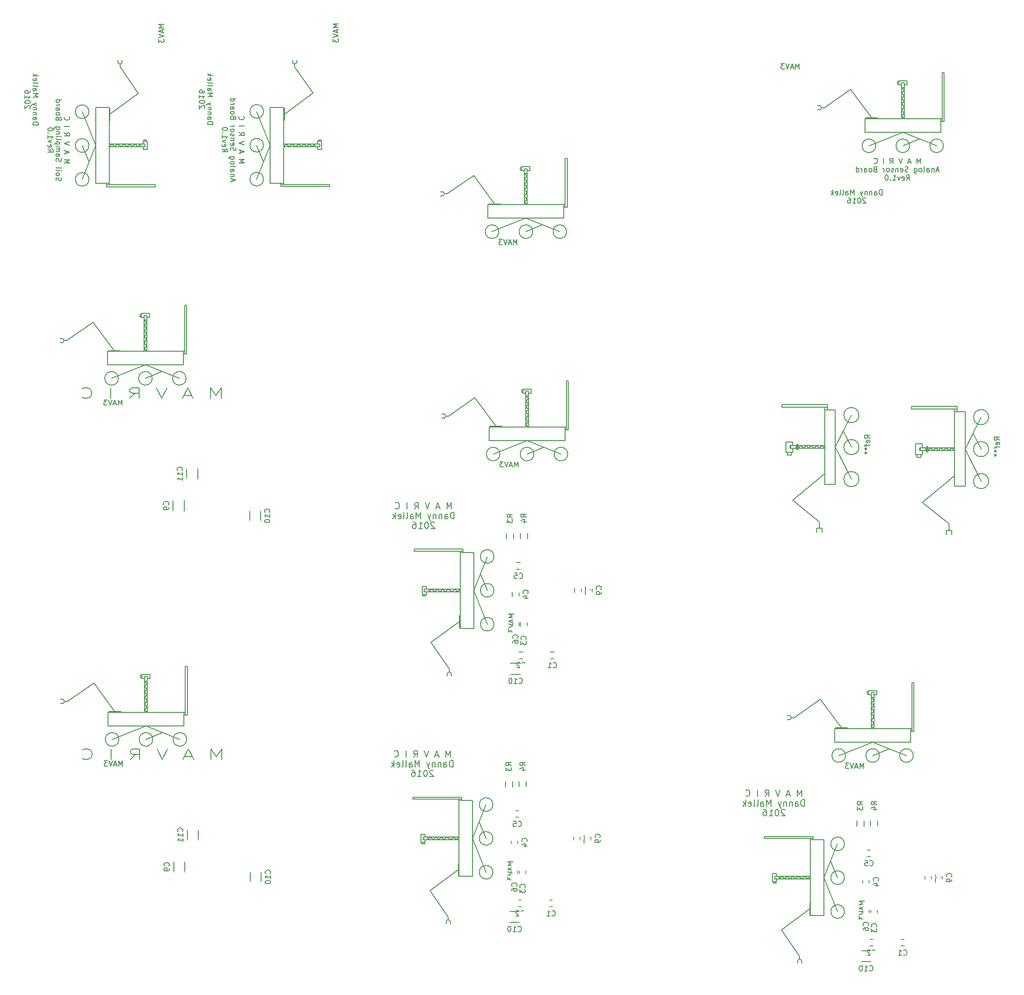
<source format=gbr>
G04 #@! TF.FileFunction,Legend,Bot*
%FSLAX46Y46*%
G04 Gerber Fmt 4.6, Leading zero omitted, Abs format (unit mm)*
G04 Created by KiCad (PCBNEW 4.0.0-rc2-stable) date 7/14/2016 8:37:10 PM*
%MOMM*%
G01*
G04 APERTURE LIST*
%ADD10C,0.100000*%
%ADD11C,0.150000*%
%ADD12C,0.160000*%
%ADD13C,0.300000*%
%ADD14C,2.600000*%
%ADD15R,3.900120X3.900120*%
%ADD16R,2.432000X2.432000*%
%ADD17O,2.432000X2.432000*%
%ADD18R,2.127200X2.432000*%
%ADD19O,2.127200X2.432000*%
%ADD20R,2.127200X2.127200*%
%ADD21O,2.127200X2.127200*%
%ADD22R,2.432000X2.127200*%
%ADD23O,2.432000X2.127200*%
%ADD24R,2.000000X1.400000*%
%ADD25R,1.600000X1.150000*%
%ADD26R,1.150000X1.600000*%
%ADD27R,2.400000X2.000000*%
%ADD28R,1.300000X1.600000*%
%ADD29C,4.200000*%
%ADD30C,4.400000*%
G04 APERTURE END LIST*
D10*
D11*
X-414458799Y23994743D02*
X-414458799Y25194743D01*
X-414858799Y24337600D01*
X-415258799Y25194743D01*
X-415258799Y23994743D01*
X-416687371Y24337600D02*
X-417258800Y24337600D01*
X-416573086Y23994743D02*
X-416973086Y25194743D01*
X-417373086Y23994743D01*
X-418515943Y25194743D02*
X-418915943Y23994743D01*
X-419315943Y25194743D01*
X-421315943Y23994743D02*
X-420915943Y24566171D01*
X-420630228Y23994743D02*
X-420630228Y25194743D01*
X-421087371Y25194743D01*
X-421201657Y25137600D01*
X-421258800Y25080457D01*
X-421315943Y24966171D01*
X-421315943Y24794743D01*
X-421258800Y24680457D01*
X-421201657Y24623314D01*
X-421087371Y24566171D01*
X-420630228Y24566171D01*
X-422744514Y23994743D02*
X-422744514Y25194743D01*
X-424915944Y24109029D02*
X-424858801Y24051886D01*
X-424687372Y23994743D01*
X-424573086Y23994743D01*
X-424401658Y24051886D01*
X-424287372Y24166171D01*
X-424230229Y24280457D01*
X-424173086Y24509029D01*
X-424173086Y24680457D01*
X-424230229Y24909029D01*
X-424287372Y25023314D01*
X-424401658Y25137600D01*
X-424573086Y25194743D01*
X-424687372Y25194743D01*
X-424858801Y25137600D01*
X-424915944Y25080457D01*
X-413944515Y22164743D02*
X-413944515Y23364743D01*
X-414230230Y23364743D01*
X-414401658Y23307600D01*
X-414515944Y23193314D01*
X-414573087Y23079029D01*
X-414630230Y22850457D01*
X-414630230Y22679029D01*
X-414573087Y22450457D01*
X-414515944Y22336171D01*
X-414401658Y22221886D01*
X-414230230Y22164743D01*
X-413944515Y22164743D01*
X-415658801Y22164743D02*
X-415658801Y22793314D01*
X-415601658Y22907600D01*
X-415487372Y22964743D01*
X-415258801Y22964743D01*
X-415144515Y22907600D01*
X-415658801Y22221886D02*
X-415544515Y22164743D01*
X-415258801Y22164743D01*
X-415144515Y22221886D01*
X-415087372Y22336171D01*
X-415087372Y22450457D01*
X-415144515Y22564743D01*
X-415258801Y22621886D01*
X-415544515Y22621886D01*
X-415658801Y22679029D01*
X-416230229Y22964743D02*
X-416230229Y22164743D01*
X-416230229Y22850457D02*
X-416287372Y22907600D01*
X-416401658Y22964743D01*
X-416573086Y22964743D01*
X-416687372Y22907600D01*
X-416744515Y22793314D01*
X-416744515Y22164743D01*
X-417315943Y22964743D02*
X-417315943Y22164743D01*
X-417315943Y22850457D02*
X-417373086Y22907600D01*
X-417487372Y22964743D01*
X-417658800Y22964743D01*
X-417773086Y22907600D01*
X-417830229Y22793314D01*
X-417830229Y22164743D01*
X-418287372Y22964743D02*
X-418573086Y22164743D01*
X-418858800Y22964743D02*
X-418573086Y22164743D01*
X-418458800Y21879029D01*
X-418401657Y21821886D01*
X-418287372Y21764743D01*
X-420230229Y22164743D02*
X-420230229Y23364743D01*
X-420630229Y22507600D01*
X-421030229Y23364743D01*
X-421030229Y22164743D01*
X-422115944Y22164743D02*
X-422115944Y22793314D01*
X-422058801Y22907600D01*
X-421944515Y22964743D01*
X-421715944Y22964743D01*
X-421601658Y22907600D01*
X-422115944Y22221886D02*
X-422001658Y22164743D01*
X-421715944Y22164743D01*
X-421601658Y22221886D01*
X-421544515Y22336171D01*
X-421544515Y22450457D01*
X-421601658Y22564743D01*
X-421715944Y22621886D01*
X-422001658Y22621886D01*
X-422115944Y22679029D01*
X-422858801Y22164743D02*
X-422744515Y22221886D01*
X-422687372Y22336171D01*
X-422687372Y23364743D01*
X-423487372Y22164743D02*
X-423373086Y22221886D01*
X-423315943Y22336171D01*
X-423315943Y23364743D01*
X-424401657Y22221886D02*
X-424287371Y22164743D01*
X-424058800Y22164743D01*
X-423944514Y22221886D01*
X-423887371Y22336171D01*
X-423887371Y22793314D01*
X-423944514Y22907600D01*
X-424058800Y22964743D01*
X-424287371Y22964743D01*
X-424401657Y22907600D01*
X-424458800Y22793314D01*
X-424458800Y22679029D01*
X-423887371Y22564743D01*
X-424973085Y22164743D02*
X-424973085Y23364743D01*
X-425087371Y22621886D02*
X-425430228Y22164743D01*
X-425430228Y22964743D02*
X-424973085Y22507600D01*
X-417601657Y21420457D02*
X-417658800Y21477600D01*
X-417773086Y21534743D01*
X-418058800Y21534743D01*
X-418173086Y21477600D01*
X-418230229Y21420457D01*
X-418287372Y21306171D01*
X-418287372Y21191886D01*
X-418230229Y21020457D01*
X-417544515Y20334743D01*
X-418287372Y20334743D01*
X-419030229Y21534743D02*
X-419144514Y21534743D01*
X-419258800Y21477600D01*
X-419315943Y21420457D01*
X-419373086Y21306171D01*
X-419430229Y21077600D01*
X-419430229Y20791886D01*
X-419373086Y20563314D01*
X-419315943Y20449029D01*
X-419258800Y20391886D01*
X-419144514Y20334743D01*
X-419030229Y20334743D01*
X-418915943Y20391886D01*
X-418858800Y20449029D01*
X-418801657Y20563314D01*
X-418744514Y20791886D01*
X-418744514Y21077600D01*
X-418801657Y21306171D01*
X-418858800Y21420457D01*
X-418915943Y21477600D01*
X-419030229Y21534743D01*
X-420573086Y20334743D02*
X-419887371Y20334743D01*
X-420230229Y20334743D02*
X-420230229Y21534743D01*
X-420115943Y21363314D01*
X-420001657Y21249029D01*
X-419887371Y21191886D01*
X-421601657Y21534743D02*
X-421373086Y21534743D01*
X-421258800Y21477600D01*
X-421201657Y21420457D01*
X-421087371Y21249029D01*
X-421030228Y21020457D01*
X-421030228Y20563314D01*
X-421087371Y20449029D01*
X-421144514Y20391886D01*
X-421258800Y20334743D01*
X-421487371Y20334743D01*
X-421601657Y20391886D01*
X-421658800Y20449029D01*
X-421715943Y20563314D01*
X-421715943Y20849029D01*
X-421658800Y20963314D01*
X-421601657Y21020457D01*
X-421487371Y21077600D01*
X-421258800Y21077600D01*
X-421144514Y21020457D01*
X-421087371Y20963314D01*
X-421030228Y20849029D01*
X-414255599Y70527543D02*
X-414255599Y71727543D01*
X-414655599Y70870400D01*
X-415055599Y71727543D01*
X-415055599Y70527543D01*
X-416484171Y70870400D02*
X-417055600Y70870400D01*
X-416369886Y70527543D02*
X-416769886Y71727543D01*
X-417169886Y70527543D01*
X-418312743Y71727543D02*
X-418712743Y70527543D01*
X-419112743Y71727543D01*
X-421112743Y70527543D02*
X-420712743Y71098971D01*
X-420427028Y70527543D02*
X-420427028Y71727543D01*
X-420884171Y71727543D01*
X-420998457Y71670400D01*
X-421055600Y71613257D01*
X-421112743Y71498971D01*
X-421112743Y71327543D01*
X-421055600Y71213257D01*
X-420998457Y71156114D01*
X-420884171Y71098971D01*
X-420427028Y71098971D01*
X-422541314Y70527543D02*
X-422541314Y71727543D01*
X-424712744Y70641829D02*
X-424655601Y70584686D01*
X-424484172Y70527543D01*
X-424369886Y70527543D01*
X-424198458Y70584686D01*
X-424084172Y70698971D01*
X-424027029Y70813257D01*
X-423969886Y71041829D01*
X-423969886Y71213257D01*
X-424027029Y71441829D01*
X-424084172Y71556114D01*
X-424198458Y71670400D01*
X-424369886Y71727543D01*
X-424484172Y71727543D01*
X-424655601Y71670400D01*
X-424712744Y71613257D01*
X-413741315Y68697543D02*
X-413741315Y69897543D01*
X-414027030Y69897543D01*
X-414198458Y69840400D01*
X-414312744Y69726114D01*
X-414369887Y69611829D01*
X-414427030Y69383257D01*
X-414427030Y69211829D01*
X-414369887Y68983257D01*
X-414312744Y68868971D01*
X-414198458Y68754686D01*
X-414027030Y68697543D01*
X-413741315Y68697543D01*
X-415455601Y68697543D02*
X-415455601Y69326114D01*
X-415398458Y69440400D01*
X-415284172Y69497543D01*
X-415055601Y69497543D01*
X-414941315Y69440400D01*
X-415455601Y68754686D02*
X-415341315Y68697543D01*
X-415055601Y68697543D01*
X-414941315Y68754686D01*
X-414884172Y68868971D01*
X-414884172Y68983257D01*
X-414941315Y69097543D01*
X-415055601Y69154686D01*
X-415341315Y69154686D01*
X-415455601Y69211829D01*
X-416027029Y69497543D02*
X-416027029Y68697543D01*
X-416027029Y69383257D02*
X-416084172Y69440400D01*
X-416198458Y69497543D01*
X-416369886Y69497543D01*
X-416484172Y69440400D01*
X-416541315Y69326114D01*
X-416541315Y68697543D01*
X-417112743Y69497543D02*
X-417112743Y68697543D01*
X-417112743Y69383257D02*
X-417169886Y69440400D01*
X-417284172Y69497543D01*
X-417455600Y69497543D01*
X-417569886Y69440400D01*
X-417627029Y69326114D01*
X-417627029Y68697543D01*
X-418084172Y69497543D02*
X-418369886Y68697543D01*
X-418655600Y69497543D02*
X-418369886Y68697543D01*
X-418255600Y68411829D01*
X-418198457Y68354686D01*
X-418084172Y68297543D01*
X-420027029Y68697543D02*
X-420027029Y69897543D01*
X-420427029Y69040400D01*
X-420827029Y69897543D01*
X-420827029Y68697543D01*
X-421912744Y68697543D02*
X-421912744Y69326114D01*
X-421855601Y69440400D01*
X-421741315Y69497543D01*
X-421512744Y69497543D01*
X-421398458Y69440400D01*
X-421912744Y68754686D02*
X-421798458Y68697543D01*
X-421512744Y68697543D01*
X-421398458Y68754686D01*
X-421341315Y68868971D01*
X-421341315Y68983257D01*
X-421398458Y69097543D01*
X-421512744Y69154686D01*
X-421798458Y69154686D01*
X-421912744Y69211829D01*
X-422655601Y68697543D02*
X-422541315Y68754686D01*
X-422484172Y68868971D01*
X-422484172Y69897543D01*
X-423284172Y68697543D02*
X-423169886Y68754686D01*
X-423112743Y68868971D01*
X-423112743Y69897543D01*
X-424198457Y68754686D02*
X-424084171Y68697543D01*
X-423855600Y68697543D01*
X-423741314Y68754686D01*
X-423684171Y68868971D01*
X-423684171Y69326114D01*
X-423741314Y69440400D01*
X-423855600Y69497543D01*
X-424084171Y69497543D01*
X-424198457Y69440400D01*
X-424255600Y69326114D01*
X-424255600Y69211829D01*
X-423684171Y69097543D01*
X-424769885Y68697543D02*
X-424769885Y69897543D01*
X-424884171Y69154686D02*
X-425227028Y68697543D01*
X-425227028Y69497543D02*
X-424769885Y69040400D01*
X-417398457Y67953257D02*
X-417455600Y68010400D01*
X-417569886Y68067543D01*
X-417855600Y68067543D01*
X-417969886Y68010400D01*
X-418027029Y67953257D01*
X-418084172Y67838971D01*
X-418084172Y67724686D01*
X-418027029Y67553257D01*
X-417341315Y66867543D01*
X-418084172Y66867543D01*
X-418827029Y68067543D02*
X-418941314Y68067543D01*
X-419055600Y68010400D01*
X-419112743Y67953257D01*
X-419169886Y67838971D01*
X-419227029Y67610400D01*
X-419227029Y67324686D01*
X-419169886Y67096114D01*
X-419112743Y66981829D01*
X-419055600Y66924686D01*
X-418941314Y66867543D01*
X-418827029Y66867543D01*
X-418712743Y66924686D01*
X-418655600Y66981829D01*
X-418598457Y67096114D01*
X-418541314Y67324686D01*
X-418541314Y67610400D01*
X-418598457Y67838971D01*
X-418655600Y67953257D01*
X-418712743Y68010400D01*
X-418827029Y68067543D01*
X-420369886Y66867543D02*
X-419684171Y66867543D01*
X-420027029Y66867543D02*
X-420027029Y68067543D01*
X-419912743Y67896114D01*
X-419798457Y67781829D01*
X-419684171Y67724686D01*
X-421398457Y68067543D02*
X-421169886Y68067543D01*
X-421055600Y68010400D01*
X-420998457Y67953257D01*
X-420884171Y67781829D01*
X-420827028Y67553257D01*
X-420827028Y67096114D01*
X-420884171Y66981829D01*
X-420941314Y66924686D01*
X-421055600Y66867543D01*
X-421284171Y66867543D01*
X-421398457Y66924686D01*
X-421455600Y66981829D01*
X-421512743Y67096114D01*
X-421512743Y67381829D01*
X-421455600Y67496114D01*
X-421398457Y67553257D01*
X-421284171Y67610400D01*
X-421055600Y67610400D01*
X-420941314Y67553257D01*
X-420884171Y67496114D01*
X-420827028Y67381829D01*
X-459925381Y142608894D02*
X-458925381Y142608894D01*
X-458925381Y142846989D01*
X-458973000Y142989847D01*
X-459068238Y143085085D01*
X-459163476Y143132704D01*
X-459353952Y143180323D01*
X-459496810Y143180323D01*
X-459687286Y143132704D01*
X-459782524Y143085085D01*
X-459877762Y142989847D01*
X-459925381Y142846989D01*
X-459925381Y142608894D01*
X-459925381Y144037466D02*
X-459401571Y144037466D01*
X-459306333Y143989847D01*
X-459258714Y143894609D01*
X-459258714Y143704132D01*
X-459306333Y143608894D01*
X-459877762Y144037466D02*
X-459925381Y143942228D01*
X-459925381Y143704132D01*
X-459877762Y143608894D01*
X-459782524Y143561275D01*
X-459687286Y143561275D01*
X-459592048Y143608894D01*
X-459544429Y143704132D01*
X-459544429Y143942228D01*
X-459496810Y144037466D01*
X-459258714Y144513656D02*
X-459925381Y144513656D01*
X-459353952Y144513656D02*
X-459306333Y144561275D01*
X-459258714Y144656513D01*
X-459258714Y144799371D01*
X-459306333Y144894609D01*
X-459401571Y144942228D01*
X-459925381Y144942228D01*
X-459258714Y145418418D02*
X-459925381Y145418418D01*
X-459353952Y145418418D02*
X-459306333Y145466037D01*
X-459258714Y145561275D01*
X-459258714Y145704133D01*
X-459306333Y145799371D01*
X-459401571Y145846990D01*
X-459925381Y145846990D01*
X-459258714Y146227942D02*
X-459925381Y146466037D01*
X-459258714Y146704133D02*
X-459925381Y146466037D01*
X-460163476Y146370799D01*
X-460211095Y146323180D01*
X-460258714Y146227942D01*
X-459925381Y147846990D02*
X-458925381Y147846990D01*
X-459639667Y148180324D01*
X-458925381Y148513657D01*
X-459925381Y148513657D01*
X-459925381Y149418419D02*
X-459401571Y149418419D01*
X-459306333Y149370800D01*
X-459258714Y149275562D01*
X-459258714Y149085085D01*
X-459306333Y148989847D01*
X-459877762Y149418419D02*
X-459925381Y149323181D01*
X-459925381Y149085085D01*
X-459877762Y148989847D01*
X-459782524Y148942228D01*
X-459687286Y148942228D01*
X-459592048Y148989847D01*
X-459544429Y149085085D01*
X-459544429Y149323181D01*
X-459496810Y149418419D01*
X-459925381Y150037466D02*
X-459877762Y149942228D01*
X-459782524Y149894609D01*
X-458925381Y149894609D01*
X-459925381Y150561276D02*
X-459877762Y150466038D01*
X-459782524Y150418419D01*
X-458925381Y150418419D01*
X-459877762Y151323182D02*
X-459925381Y151227944D01*
X-459925381Y151037467D01*
X-459877762Y150942229D01*
X-459782524Y150894610D01*
X-459401571Y150894610D01*
X-459306333Y150942229D01*
X-459258714Y151037467D01*
X-459258714Y151227944D01*
X-459306333Y151323182D01*
X-459401571Y151370801D01*
X-459496810Y151370801D01*
X-459592048Y150894610D01*
X-459925381Y151799372D02*
X-458925381Y151799372D01*
X-459544429Y151894610D02*
X-459925381Y152180325D01*
X-459258714Y152180325D02*
X-459639667Y151799372D01*
X-460570619Y145656514D02*
X-460523000Y145704133D01*
X-460475381Y145799371D01*
X-460475381Y146037467D01*
X-460523000Y146132705D01*
X-460570619Y146180324D01*
X-460665857Y146227943D01*
X-460761095Y146227943D01*
X-460903952Y146180324D01*
X-461475381Y145608895D01*
X-461475381Y146227943D01*
X-460475381Y146846990D02*
X-460475381Y146942229D01*
X-460523000Y147037467D01*
X-460570619Y147085086D01*
X-460665857Y147132705D01*
X-460856333Y147180324D01*
X-461094429Y147180324D01*
X-461284905Y147132705D01*
X-461380143Y147085086D01*
X-461427762Y147037467D01*
X-461475381Y146942229D01*
X-461475381Y146846990D01*
X-461427762Y146751752D01*
X-461380143Y146704133D01*
X-461284905Y146656514D01*
X-461094429Y146608895D01*
X-460856333Y146608895D01*
X-460665857Y146656514D01*
X-460570619Y146704133D01*
X-460523000Y146751752D01*
X-460475381Y146846990D01*
X-461475381Y148132705D02*
X-461475381Y147561276D01*
X-461475381Y147846990D02*
X-460475381Y147846990D01*
X-460618238Y147751752D01*
X-460713476Y147656514D01*
X-460761095Y147561276D01*
X-460475381Y148989848D02*
X-460475381Y148799371D01*
X-460523000Y148704133D01*
X-460570619Y148656514D01*
X-460713476Y148561276D01*
X-460903952Y148513657D01*
X-461284905Y148513657D01*
X-461380143Y148561276D01*
X-461427762Y148608895D01*
X-461475381Y148704133D01*
X-461475381Y148894610D01*
X-461427762Y148989848D01*
X-461380143Y149037467D01*
X-461284905Y149085086D01*
X-461046810Y149085086D01*
X-460951571Y149037467D01*
X-460903952Y148989848D01*
X-460856333Y148894610D01*
X-460856333Y148704133D01*
X-460903952Y148608895D01*
X-460951571Y148561276D01*
X-461046810Y148513657D01*
X-454070381Y135417466D02*
X-453070381Y135417466D01*
X-453784667Y135750800D01*
X-453070381Y136084133D01*
X-454070381Y136084133D01*
X-453784667Y137274609D02*
X-453784667Y137750800D01*
X-454070381Y137179371D02*
X-453070381Y137512704D01*
X-454070381Y137846038D01*
X-453070381Y138798419D02*
X-454070381Y139131752D01*
X-453070381Y139465086D01*
X-454070381Y141131753D02*
X-453594190Y140798419D01*
X-454070381Y140560324D02*
X-453070381Y140560324D01*
X-453070381Y140941277D01*
X-453118000Y141036515D01*
X-453165619Y141084134D01*
X-453260857Y141131753D01*
X-453403714Y141131753D01*
X-453498952Y141084134D01*
X-453546571Y141036515D01*
X-453594190Y140941277D01*
X-453594190Y140560324D01*
X-454070381Y142322229D02*
X-453070381Y142322229D01*
X-453975143Y144131753D02*
X-454022762Y144084134D01*
X-454070381Y143941277D01*
X-454070381Y143846039D01*
X-454022762Y143703181D01*
X-453927524Y143607943D01*
X-453832286Y143560324D01*
X-453641810Y143512705D01*
X-453498952Y143512705D01*
X-453308476Y143560324D01*
X-453213238Y143607943D01*
X-453118000Y143703181D01*
X-453070381Y143846039D01*
X-453070381Y143941277D01*
X-453118000Y144084134D01*
X-453165619Y144131753D01*
X-455334667Y131988894D02*
X-455334667Y132465085D01*
X-455620381Y131893656D02*
X-454620381Y132226989D01*
X-455620381Y132560323D01*
X-454953714Y132893656D02*
X-455620381Y132893656D01*
X-455048952Y132893656D02*
X-455001333Y132941275D01*
X-454953714Y133036513D01*
X-454953714Y133179371D01*
X-455001333Y133274609D01*
X-455096571Y133322228D01*
X-455620381Y133322228D01*
X-455620381Y134226990D02*
X-455096571Y134226990D01*
X-455001333Y134179371D01*
X-454953714Y134084133D01*
X-454953714Y133893656D01*
X-455001333Y133798418D01*
X-455572762Y134226990D02*
X-455620381Y134131752D01*
X-455620381Y133893656D01*
X-455572762Y133798418D01*
X-455477524Y133750799D01*
X-455382286Y133750799D01*
X-455287048Y133798418D01*
X-455239429Y133893656D01*
X-455239429Y134131752D01*
X-455191810Y134226990D01*
X-455620381Y134846037D02*
X-455572762Y134750799D01*
X-455477524Y134703180D01*
X-454620381Y134703180D01*
X-455620381Y135369847D02*
X-455572762Y135274609D01*
X-455525143Y135226990D01*
X-455429905Y135179371D01*
X-455144190Y135179371D01*
X-455048952Y135226990D01*
X-455001333Y135274609D01*
X-454953714Y135369847D01*
X-454953714Y135512705D01*
X-455001333Y135607943D01*
X-455048952Y135655562D01*
X-455144190Y135703181D01*
X-455429905Y135703181D01*
X-455525143Y135655562D01*
X-455572762Y135607943D01*
X-455620381Y135512705D01*
X-455620381Y135369847D01*
X-454953714Y136560324D02*
X-455763238Y136560324D01*
X-455858476Y136512705D01*
X-455906095Y136465086D01*
X-455953714Y136369847D01*
X-455953714Y136226990D01*
X-455906095Y136131752D01*
X-455572762Y136560324D02*
X-455620381Y136465086D01*
X-455620381Y136274609D01*
X-455572762Y136179371D01*
X-455525143Y136131752D01*
X-455429905Y136084133D01*
X-455144190Y136084133D01*
X-455048952Y136131752D01*
X-455001333Y136179371D01*
X-454953714Y136274609D01*
X-454953714Y136465086D01*
X-455001333Y136560324D01*
X-455572762Y137750800D02*
X-455620381Y137893657D01*
X-455620381Y138131753D01*
X-455572762Y138226991D01*
X-455525143Y138274610D01*
X-455429905Y138322229D01*
X-455334667Y138322229D01*
X-455239429Y138274610D01*
X-455191810Y138226991D01*
X-455144190Y138131753D01*
X-455096571Y137941276D01*
X-455048952Y137846038D01*
X-455001333Y137798419D01*
X-454906095Y137750800D01*
X-454810857Y137750800D01*
X-454715619Y137798419D01*
X-454668000Y137846038D01*
X-454620381Y137941276D01*
X-454620381Y138179372D01*
X-454668000Y138322229D01*
X-455572762Y139131753D02*
X-455620381Y139036515D01*
X-455620381Y138846038D01*
X-455572762Y138750800D01*
X-455477524Y138703181D01*
X-455096571Y138703181D01*
X-455001333Y138750800D01*
X-454953714Y138846038D01*
X-454953714Y139036515D01*
X-455001333Y139131753D01*
X-455096571Y139179372D01*
X-455191810Y139179372D01*
X-455287048Y138703181D01*
X-454953714Y139607943D02*
X-455620381Y139607943D01*
X-455048952Y139607943D02*
X-455001333Y139655562D01*
X-454953714Y139750800D01*
X-454953714Y139893658D01*
X-455001333Y139988896D01*
X-455096571Y140036515D01*
X-455620381Y140036515D01*
X-455572762Y140465086D02*
X-455620381Y140560324D01*
X-455620381Y140750800D01*
X-455572762Y140846039D01*
X-455477524Y140893658D01*
X-455429905Y140893658D01*
X-455334667Y140846039D01*
X-455287048Y140750800D01*
X-455287048Y140607943D01*
X-455239429Y140512705D01*
X-455144190Y140465086D01*
X-455096571Y140465086D01*
X-455001333Y140512705D01*
X-454953714Y140607943D01*
X-454953714Y140750800D01*
X-455001333Y140846039D01*
X-455620381Y141465086D02*
X-455572762Y141369848D01*
X-455525143Y141322229D01*
X-455429905Y141274610D01*
X-455144190Y141274610D01*
X-455048952Y141322229D01*
X-455001333Y141369848D01*
X-454953714Y141465086D01*
X-454953714Y141607944D01*
X-455001333Y141703182D01*
X-455048952Y141750801D01*
X-455144190Y141798420D01*
X-455429905Y141798420D01*
X-455525143Y141750801D01*
X-455572762Y141703182D01*
X-455620381Y141607944D01*
X-455620381Y141465086D01*
X-455620381Y142226991D02*
X-454953714Y142226991D01*
X-455144190Y142226991D02*
X-455048952Y142274610D01*
X-455001333Y142322229D01*
X-454953714Y142417467D01*
X-454953714Y142512706D01*
X-455096571Y143941278D02*
X-455144190Y144084135D01*
X-455191810Y144131754D01*
X-455287048Y144179373D01*
X-455429905Y144179373D01*
X-455525143Y144131754D01*
X-455572762Y144084135D01*
X-455620381Y143988897D01*
X-455620381Y143607944D01*
X-454620381Y143607944D01*
X-454620381Y143941278D01*
X-454668000Y144036516D01*
X-454715619Y144084135D01*
X-454810857Y144131754D01*
X-454906095Y144131754D01*
X-455001333Y144084135D01*
X-455048952Y144036516D01*
X-455096571Y143941278D01*
X-455096571Y143607944D01*
X-455620381Y144750801D02*
X-455572762Y144655563D01*
X-455525143Y144607944D01*
X-455429905Y144560325D01*
X-455144190Y144560325D01*
X-455048952Y144607944D01*
X-455001333Y144655563D01*
X-454953714Y144750801D01*
X-454953714Y144893659D01*
X-455001333Y144988897D01*
X-455048952Y145036516D01*
X-455144190Y145084135D01*
X-455429905Y145084135D01*
X-455525143Y145036516D01*
X-455572762Y144988897D01*
X-455620381Y144893659D01*
X-455620381Y144750801D01*
X-455620381Y145941278D02*
X-455096571Y145941278D01*
X-455001333Y145893659D01*
X-454953714Y145798421D01*
X-454953714Y145607944D01*
X-455001333Y145512706D01*
X-455572762Y145941278D02*
X-455620381Y145846040D01*
X-455620381Y145607944D01*
X-455572762Y145512706D01*
X-455477524Y145465087D01*
X-455382286Y145465087D01*
X-455287048Y145512706D01*
X-455239429Y145607944D01*
X-455239429Y145846040D01*
X-455191810Y145941278D01*
X-455620381Y146417468D02*
X-454953714Y146417468D01*
X-455144190Y146417468D02*
X-455048952Y146465087D01*
X-455001333Y146512706D01*
X-454953714Y146607944D01*
X-454953714Y146703183D01*
X-455620381Y147465088D02*
X-454620381Y147465088D01*
X-455572762Y147465088D02*
X-455620381Y147369850D01*
X-455620381Y147179373D01*
X-455572762Y147084135D01*
X-455525143Y147036516D01*
X-455429905Y146988897D01*
X-455144190Y146988897D01*
X-455048952Y147036516D01*
X-455001333Y147084135D01*
X-454953714Y147179373D01*
X-454953714Y147369850D01*
X-455001333Y147465088D01*
X-457170381Y138060324D02*
X-456694190Y137726990D01*
X-457170381Y137488895D02*
X-456170381Y137488895D01*
X-456170381Y137869848D01*
X-456218000Y137965086D01*
X-456265619Y138012705D01*
X-456360857Y138060324D01*
X-456503714Y138060324D01*
X-456598952Y138012705D01*
X-456646571Y137965086D01*
X-456694190Y137869848D01*
X-456694190Y137488895D01*
X-457122762Y138869848D02*
X-457170381Y138774610D01*
X-457170381Y138584133D01*
X-457122762Y138488895D01*
X-457027524Y138441276D01*
X-456646571Y138441276D01*
X-456551333Y138488895D01*
X-456503714Y138584133D01*
X-456503714Y138774610D01*
X-456551333Y138869848D01*
X-456646571Y138917467D01*
X-456741810Y138917467D01*
X-456837048Y138441276D01*
X-456503714Y139250800D02*
X-457170381Y139488895D01*
X-456503714Y139726991D01*
X-457170381Y140631753D02*
X-457170381Y140060324D01*
X-457170381Y140346038D02*
X-456170381Y140346038D01*
X-456313238Y140250800D01*
X-456408476Y140155562D01*
X-456456095Y140060324D01*
X-457075143Y141060324D02*
X-457122762Y141107943D01*
X-457170381Y141060324D01*
X-457122762Y141012705D01*
X-457075143Y141060324D01*
X-457170381Y141060324D01*
X-456170381Y141726990D02*
X-456170381Y141822229D01*
X-456218000Y141917467D01*
X-456265619Y141965086D01*
X-456360857Y142012705D01*
X-456551333Y142060324D01*
X-456789429Y142060324D01*
X-456979905Y142012705D01*
X-457075143Y141965086D01*
X-457122762Y141917467D01*
X-457170381Y141822229D01*
X-457170381Y141726990D01*
X-457122762Y141631752D01*
X-457075143Y141584133D01*
X-456979905Y141536514D01*
X-456789429Y141488895D01*
X-456551333Y141488895D01*
X-456360857Y141536514D01*
X-456265619Y141584133D01*
X-456218000Y141631752D01*
X-456170381Y141726990D01*
X-492640581Y142558094D02*
X-491640581Y142558094D01*
X-491640581Y142796189D01*
X-491688200Y142939047D01*
X-491783438Y143034285D01*
X-491878676Y143081904D01*
X-492069152Y143129523D01*
X-492212010Y143129523D01*
X-492402486Y143081904D01*
X-492497724Y143034285D01*
X-492592962Y142939047D01*
X-492640581Y142796189D01*
X-492640581Y142558094D01*
X-492640581Y143986666D02*
X-492116771Y143986666D01*
X-492021533Y143939047D01*
X-491973914Y143843809D01*
X-491973914Y143653332D01*
X-492021533Y143558094D01*
X-492592962Y143986666D02*
X-492640581Y143891428D01*
X-492640581Y143653332D01*
X-492592962Y143558094D01*
X-492497724Y143510475D01*
X-492402486Y143510475D01*
X-492307248Y143558094D01*
X-492259629Y143653332D01*
X-492259629Y143891428D01*
X-492212010Y143986666D01*
X-491973914Y144462856D02*
X-492640581Y144462856D01*
X-492069152Y144462856D02*
X-492021533Y144510475D01*
X-491973914Y144605713D01*
X-491973914Y144748571D01*
X-492021533Y144843809D01*
X-492116771Y144891428D01*
X-492640581Y144891428D01*
X-491973914Y145367618D02*
X-492640581Y145367618D01*
X-492069152Y145367618D02*
X-492021533Y145415237D01*
X-491973914Y145510475D01*
X-491973914Y145653333D01*
X-492021533Y145748571D01*
X-492116771Y145796190D01*
X-492640581Y145796190D01*
X-491973914Y146177142D02*
X-492640581Y146415237D01*
X-491973914Y146653333D02*
X-492640581Y146415237D01*
X-492878676Y146319999D01*
X-492926295Y146272380D01*
X-492973914Y146177142D01*
X-492640581Y147796190D02*
X-491640581Y147796190D01*
X-492354867Y148129524D01*
X-491640581Y148462857D01*
X-492640581Y148462857D01*
X-492640581Y149367619D02*
X-492116771Y149367619D01*
X-492021533Y149320000D01*
X-491973914Y149224762D01*
X-491973914Y149034285D01*
X-492021533Y148939047D01*
X-492592962Y149367619D02*
X-492640581Y149272381D01*
X-492640581Y149034285D01*
X-492592962Y148939047D01*
X-492497724Y148891428D01*
X-492402486Y148891428D01*
X-492307248Y148939047D01*
X-492259629Y149034285D01*
X-492259629Y149272381D01*
X-492212010Y149367619D01*
X-492640581Y149986666D02*
X-492592962Y149891428D01*
X-492497724Y149843809D01*
X-491640581Y149843809D01*
X-492640581Y150510476D02*
X-492592962Y150415238D01*
X-492497724Y150367619D01*
X-491640581Y150367619D01*
X-492592962Y151272382D02*
X-492640581Y151177144D01*
X-492640581Y150986667D01*
X-492592962Y150891429D01*
X-492497724Y150843810D01*
X-492116771Y150843810D01*
X-492021533Y150891429D01*
X-491973914Y150986667D01*
X-491973914Y151177144D01*
X-492021533Y151272382D01*
X-492116771Y151320001D01*
X-492212010Y151320001D01*
X-492307248Y150843810D01*
X-492640581Y151748572D02*
X-491640581Y151748572D01*
X-492259629Y151843810D02*
X-492640581Y152129525D01*
X-491973914Y152129525D02*
X-492354867Y151748572D01*
X-493285819Y145605714D02*
X-493238200Y145653333D01*
X-493190581Y145748571D01*
X-493190581Y145986667D01*
X-493238200Y146081905D01*
X-493285819Y146129524D01*
X-493381057Y146177143D01*
X-493476295Y146177143D01*
X-493619152Y146129524D01*
X-494190581Y145558095D01*
X-494190581Y146177143D01*
X-493190581Y146796190D02*
X-493190581Y146891429D01*
X-493238200Y146986667D01*
X-493285819Y147034286D01*
X-493381057Y147081905D01*
X-493571533Y147129524D01*
X-493809629Y147129524D01*
X-494000105Y147081905D01*
X-494095343Y147034286D01*
X-494142962Y146986667D01*
X-494190581Y146891429D01*
X-494190581Y146796190D01*
X-494142962Y146700952D01*
X-494095343Y146653333D01*
X-494000105Y146605714D01*
X-493809629Y146558095D01*
X-493571533Y146558095D01*
X-493381057Y146605714D01*
X-493285819Y146653333D01*
X-493238200Y146700952D01*
X-493190581Y146796190D01*
X-494190581Y148081905D02*
X-494190581Y147510476D01*
X-494190581Y147796190D02*
X-493190581Y147796190D01*
X-493333438Y147700952D01*
X-493428676Y147605714D01*
X-493476295Y147510476D01*
X-493190581Y148939048D02*
X-493190581Y148748571D01*
X-493238200Y148653333D01*
X-493285819Y148605714D01*
X-493428676Y148510476D01*
X-493619152Y148462857D01*
X-494000105Y148462857D01*
X-494095343Y148510476D01*
X-494142962Y148558095D01*
X-494190581Y148653333D01*
X-494190581Y148843810D01*
X-494142962Y148939048D01*
X-494095343Y148986667D01*
X-494000105Y149034286D01*
X-493762010Y149034286D01*
X-493666771Y148986667D01*
X-493619152Y148939048D01*
X-493571533Y148843810D01*
X-493571533Y148653333D01*
X-493619152Y148558095D01*
X-493666771Y148510476D01*
X-493762010Y148462857D01*
X-486785581Y135366666D02*
X-485785581Y135366666D01*
X-486499867Y135700000D01*
X-485785581Y136033333D01*
X-486785581Y136033333D01*
X-486499867Y137223809D02*
X-486499867Y137700000D01*
X-486785581Y137128571D02*
X-485785581Y137461904D01*
X-486785581Y137795238D01*
X-485785581Y138747619D02*
X-486785581Y139080952D01*
X-485785581Y139414286D01*
X-486785581Y141080953D02*
X-486309390Y140747619D01*
X-486785581Y140509524D02*
X-485785581Y140509524D01*
X-485785581Y140890477D01*
X-485833200Y140985715D01*
X-485880819Y141033334D01*
X-485976057Y141080953D01*
X-486118914Y141080953D01*
X-486214152Y141033334D01*
X-486261771Y140985715D01*
X-486309390Y140890477D01*
X-486309390Y140509524D01*
X-486785581Y142271429D02*
X-485785581Y142271429D01*
X-486690343Y144080953D02*
X-486737962Y144033334D01*
X-486785581Y143890477D01*
X-486785581Y143795239D01*
X-486737962Y143652381D01*
X-486642724Y143557143D01*
X-486547486Y143509524D01*
X-486357010Y143461905D01*
X-486214152Y143461905D01*
X-486023676Y143509524D01*
X-485928438Y143557143D01*
X-485833200Y143652381D01*
X-485785581Y143795239D01*
X-485785581Y143890477D01*
X-485833200Y144033334D01*
X-485880819Y144080953D01*
X-488287962Y132080952D02*
X-488335581Y132223809D01*
X-488335581Y132461905D01*
X-488287962Y132557143D01*
X-488240343Y132604762D01*
X-488145105Y132652381D01*
X-488049867Y132652381D01*
X-487954629Y132604762D01*
X-487907010Y132557143D01*
X-487859390Y132461905D01*
X-487811771Y132271428D01*
X-487764152Y132176190D01*
X-487716533Y132128571D01*
X-487621295Y132080952D01*
X-487526057Y132080952D01*
X-487430819Y132128571D01*
X-487383200Y132176190D01*
X-487335581Y132271428D01*
X-487335581Y132509524D01*
X-487383200Y132652381D01*
X-488335581Y133223809D02*
X-488287962Y133128571D01*
X-488240343Y133080952D01*
X-488145105Y133033333D01*
X-487859390Y133033333D01*
X-487764152Y133080952D01*
X-487716533Y133128571D01*
X-487668914Y133223809D01*
X-487668914Y133366667D01*
X-487716533Y133461905D01*
X-487764152Y133509524D01*
X-487859390Y133557143D01*
X-488145105Y133557143D01*
X-488240343Y133509524D01*
X-488287962Y133461905D01*
X-488335581Y133366667D01*
X-488335581Y133223809D01*
X-488335581Y133985714D02*
X-487668914Y133985714D01*
X-487335581Y133985714D02*
X-487383200Y133938095D01*
X-487430819Y133985714D01*
X-487383200Y134033333D01*
X-487335581Y133985714D01*
X-487430819Y133985714D01*
X-488335581Y134604761D02*
X-488287962Y134509523D01*
X-488192724Y134461904D01*
X-487335581Y134461904D01*
X-488287962Y135700000D02*
X-488335581Y135842857D01*
X-488335581Y136080953D01*
X-488287962Y136176191D01*
X-488240343Y136223810D01*
X-488145105Y136271429D01*
X-488049867Y136271429D01*
X-487954629Y136223810D01*
X-487907010Y136176191D01*
X-487859390Y136080953D01*
X-487811771Y135890476D01*
X-487764152Y135795238D01*
X-487716533Y135747619D01*
X-487621295Y135700000D01*
X-487526057Y135700000D01*
X-487430819Y135747619D01*
X-487383200Y135795238D01*
X-487335581Y135890476D01*
X-487335581Y136128572D01*
X-487383200Y136271429D01*
X-488335581Y137128572D02*
X-487811771Y137128572D01*
X-487716533Y137080953D01*
X-487668914Y136985715D01*
X-487668914Y136795238D01*
X-487716533Y136700000D01*
X-488287962Y137128572D02*
X-488335581Y137033334D01*
X-488335581Y136795238D01*
X-488287962Y136700000D01*
X-488192724Y136652381D01*
X-488097486Y136652381D01*
X-488002248Y136700000D01*
X-487954629Y136795238D01*
X-487954629Y137033334D01*
X-487907010Y137128572D01*
X-488335581Y137604762D02*
X-487668914Y137604762D01*
X-487764152Y137604762D02*
X-487716533Y137652381D01*
X-487668914Y137747619D01*
X-487668914Y137890477D01*
X-487716533Y137985715D01*
X-487811771Y138033334D01*
X-488335581Y138033334D01*
X-487811771Y138033334D02*
X-487716533Y138080953D01*
X-487668914Y138176191D01*
X-487668914Y138319048D01*
X-487716533Y138414286D01*
X-487811771Y138461905D01*
X-488335581Y138461905D01*
X-487668914Y138938095D02*
X-488668914Y138938095D01*
X-487716533Y138938095D02*
X-487668914Y139033333D01*
X-487668914Y139223810D01*
X-487716533Y139319048D01*
X-487764152Y139366667D01*
X-487859390Y139414286D01*
X-488145105Y139414286D01*
X-488240343Y139366667D01*
X-488287962Y139319048D01*
X-488335581Y139223810D01*
X-488335581Y139033333D01*
X-488287962Y138938095D01*
X-488335581Y139985714D02*
X-488287962Y139890476D01*
X-488192724Y139842857D01*
X-487335581Y139842857D01*
X-488335581Y140366667D02*
X-487668914Y140366667D01*
X-487335581Y140366667D02*
X-487383200Y140319048D01*
X-487430819Y140366667D01*
X-487383200Y140414286D01*
X-487335581Y140366667D01*
X-487430819Y140366667D01*
X-487668914Y140842857D02*
X-488335581Y140842857D01*
X-487764152Y140842857D02*
X-487716533Y140890476D01*
X-487668914Y140985714D01*
X-487668914Y141128572D01*
X-487716533Y141223810D01*
X-487811771Y141271429D01*
X-488335581Y141271429D01*
X-487668914Y142176191D02*
X-488478438Y142176191D01*
X-488573676Y142128572D01*
X-488621295Y142080953D01*
X-488668914Y141985714D01*
X-488668914Y141842857D01*
X-488621295Y141747619D01*
X-488287962Y142176191D02*
X-488335581Y142080953D01*
X-488335581Y141890476D01*
X-488287962Y141795238D01*
X-488240343Y141747619D01*
X-488145105Y141700000D01*
X-487859390Y141700000D01*
X-487764152Y141747619D01*
X-487716533Y141795238D01*
X-487668914Y141890476D01*
X-487668914Y142080953D01*
X-487716533Y142176191D01*
X-487811771Y143747620D02*
X-487859390Y143890477D01*
X-487907010Y143938096D01*
X-488002248Y143985715D01*
X-488145105Y143985715D01*
X-488240343Y143938096D01*
X-488287962Y143890477D01*
X-488335581Y143795239D01*
X-488335581Y143414286D01*
X-487335581Y143414286D01*
X-487335581Y143747620D01*
X-487383200Y143842858D01*
X-487430819Y143890477D01*
X-487526057Y143938096D01*
X-487621295Y143938096D01*
X-487716533Y143890477D01*
X-487764152Y143842858D01*
X-487811771Y143747620D01*
X-487811771Y143414286D01*
X-488335581Y144557143D02*
X-488287962Y144461905D01*
X-488240343Y144414286D01*
X-488145105Y144366667D01*
X-487859390Y144366667D01*
X-487764152Y144414286D01*
X-487716533Y144461905D01*
X-487668914Y144557143D01*
X-487668914Y144700001D01*
X-487716533Y144795239D01*
X-487764152Y144842858D01*
X-487859390Y144890477D01*
X-488145105Y144890477D01*
X-488240343Y144842858D01*
X-488287962Y144795239D01*
X-488335581Y144700001D01*
X-488335581Y144557143D01*
X-488335581Y145747620D02*
X-487811771Y145747620D01*
X-487716533Y145700001D01*
X-487668914Y145604763D01*
X-487668914Y145414286D01*
X-487716533Y145319048D01*
X-488287962Y145747620D02*
X-488335581Y145652382D01*
X-488335581Y145414286D01*
X-488287962Y145319048D01*
X-488192724Y145271429D01*
X-488097486Y145271429D01*
X-488002248Y145319048D01*
X-487954629Y145414286D01*
X-487954629Y145652382D01*
X-487907010Y145747620D01*
X-488335581Y146223810D02*
X-487668914Y146223810D01*
X-487859390Y146223810D02*
X-487764152Y146271429D01*
X-487716533Y146319048D01*
X-487668914Y146414286D01*
X-487668914Y146509525D01*
X-488335581Y147271430D02*
X-487335581Y147271430D01*
X-488287962Y147271430D02*
X-488335581Y147176192D01*
X-488335581Y146985715D01*
X-488287962Y146890477D01*
X-488240343Y146842858D01*
X-488145105Y146795239D01*
X-487859390Y146795239D01*
X-487764152Y146842858D01*
X-487716533Y146890477D01*
X-487668914Y146985715D01*
X-487668914Y147176192D01*
X-487716533Y147271430D01*
X-489885581Y138009524D02*
X-489409390Y137676190D01*
X-489885581Y137438095D02*
X-488885581Y137438095D01*
X-488885581Y137819048D01*
X-488933200Y137914286D01*
X-488980819Y137961905D01*
X-489076057Y138009524D01*
X-489218914Y138009524D01*
X-489314152Y137961905D01*
X-489361771Y137914286D01*
X-489409390Y137819048D01*
X-489409390Y137438095D01*
X-489837962Y138819048D02*
X-489885581Y138723810D01*
X-489885581Y138533333D01*
X-489837962Y138438095D01*
X-489742724Y138390476D01*
X-489361771Y138390476D01*
X-489266533Y138438095D01*
X-489218914Y138533333D01*
X-489218914Y138723810D01*
X-489266533Y138819048D01*
X-489361771Y138866667D01*
X-489457010Y138866667D01*
X-489552248Y138390476D01*
X-489218914Y139200000D02*
X-489885581Y139438095D01*
X-489218914Y139676191D01*
X-489885581Y140580953D02*
X-489885581Y140009524D01*
X-489885581Y140295238D02*
X-488885581Y140295238D01*
X-489028438Y140200000D01*
X-489123676Y140104762D01*
X-489171295Y140009524D01*
X-489790343Y141009524D02*
X-489837962Y141057143D01*
X-489885581Y141009524D01*
X-489837962Y140961905D01*
X-489790343Y141009524D01*
X-489885581Y141009524D01*
X-488885581Y141676190D02*
X-488885581Y141771429D01*
X-488933200Y141866667D01*
X-488980819Y141914286D01*
X-489076057Y141961905D01*
X-489266533Y142009524D01*
X-489504629Y142009524D01*
X-489695105Y141961905D01*
X-489790343Y141914286D01*
X-489837962Y141866667D01*
X-489885581Y141771429D01*
X-489885581Y141676190D01*
X-489837962Y141580952D01*
X-489790343Y141533333D01*
X-489695105Y141485714D01*
X-489504629Y141438095D01*
X-489266533Y141438095D01*
X-489076057Y141485714D01*
X-488980819Y141533333D01*
X-488933200Y141580952D01*
X-488885581Y141676190D01*
X-333493744Y129426969D02*
X-333493744Y130426969D01*
X-333731839Y130426969D01*
X-333874697Y130379350D01*
X-333969935Y130284112D01*
X-334017554Y130188874D01*
X-334065173Y129998398D01*
X-334065173Y129855540D01*
X-334017554Y129665064D01*
X-333969935Y129569826D01*
X-333874697Y129474588D01*
X-333731839Y129426969D01*
X-333493744Y129426969D01*
X-334922316Y129426969D02*
X-334922316Y129950779D01*
X-334874697Y130046017D01*
X-334779459Y130093636D01*
X-334588982Y130093636D01*
X-334493744Y130046017D01*
X-334922316Y129474588D02*
X-334827078Y129426969D01*
X-334588982Y129426969D01*
X-334493744Y129474588D01*
X-334446125Y129569826D01*
X-334446125Y129665064D01*
X-334493744Y129760302D01*
X-334588982Y129807921D01*
X-334827078Y129807921D01*
X-334922316Y129855540D01*
X-335398506Y130093636D02*
X-335398506Y129426969D01*
X-335398506Y129998398D02*
X-335446125Y130046017D01*
X-335541363Y130093636D01*
X-335684221Y130093636D01*
X-335779459Y130046017D01*
X-335827078Y129950779D01*
X-335827078Y129426969D01*
X-336303268Y130093636D02*
X-336303268Y129426969D01*
X-336303268Y129998398D02*
X-336350887Y130046017D01*
X-336446125Y130093636D01*
X-336588983Y130093636D01*
X-336684221Y130046017D01*
X-336731840Y129950779D01*
X-336731840Y129426969D01*
X-337112792Y130093636D02*
X-337350887Y129426969D01*
X-337588983Y130093636D02*
X-337350887Y129426969D01*
X-337255649Y129188874D01*
X-337208030Y129141255D01*
X-337112792Y129093636D01*
X-338731840Y129426969D02*
X-338731840Y130426969D01*
X-339065174Y129712683D01*
X-339398507Y130426969D01*
X-339398507Y129426969D01*
X-340303269Y129426969D02*
X-340303269Y129950779D01*
X-340255650Y130046017D01*
X-340160412Y130093636D01*
X-339969935Y130093636D01*
X-339874697Y130046017D01*
X-340303269Y129474588D02*
X-340208031Y129426969D01*
X-339969935Y129426969D01*
X-339874697Y129474588D01*
X-339827078Y129569826D01*
X-339827078Y129665064D01*
X-339874697Y129760302D01*
X-339969935Y129807921D01*
X-340208031Y129807921D01*
X-340303269Y129855540D01*
X-340922316Y129426969D02*
X-340827078Y129474588D01*
X-340779459Y129569826D01*
X-340779459Y130426969D01*
X-341446126Y129426969D02*
X-341350888Y129474588D01*
X-341303269Y129569826D01*
X-341303269Y130426969D01*
X-342208032Y129474588D02*
X-342112794Y129426969D01*
X-341922317Y129426969D01*
X-341827079Y129474588D01*
X-341779460Y129569826D01*
X-341779460Y129950779D01*
X-341827079Y130046017D01*
X-341922317Y130093636D01*
X-342112794Y130093636D01*
X-342208032Y130046017D01*
X-342255651Y129950779D01*
X-342255651Y129855540D01*
X-341779460Y129760302D01*
X-342684222Y129426969D02*
X-342684222Y130426969D01*
X-342779460Y129807921D02*
X-343065175Y129426969D01*
X-343065175Y130093636D02*
X-342684222Y129712683D01*
X-336541364Y128781731D02*
X-336588983Y128829350D01*
X-336684221Y128876969D01*
X-336922317Y128876969D01*
X-337017555Y128829350D01*
X-337065174Y128781731D01*
X-337112793Y128686493D01*
X-337112793Y128591255D01*
X-337065174Y128448398D01*
X-336493745Y127876969D01*
X-337112793Y127876969D01*
X-337731840Y128876969D02*
X-337827079Y128876969D01*
X-337922317Y128829350D01*
X-337969936Y128781731D01*
X-338017555Y128686493D01*
X-338065174Y128496017D01*
X-338065174Y128257921D01*
X-338017555Y128067445D01*
X-337969936Y127972207D01*
X-337922317Y127924588D01*
X-337827079Y127876969D01*
X-337731840Y127876969D01*
X-337636602Y127924588D01*
X-337588983Y127972207D01*
X-337541364Y128067445D01*
X-337493745Y128257921D01*
X-337493745Y128496017D01*
X-337541364Y128686493D01*
X-337588983Y128781731D01*
X-337636602Y128829350D01*
X-337731840Y128876969D01*
X-339017555Y127876969D02*
X-338446126Y127876969D01*
X-338731840Y127876969D02*
X-338731840Y128876969D01*
X-338636602Y128734112D01*
X-338541364Y128638874D01*
X-338446126Y128591255D01*
X-339874698Y128876969D02*
X-339684221Y128876969D01*
X-339588983Y128829350D01*
X-339541364Y128781731D01*
X-339446126Y128638874D01*
X-339398507Y128448398D01*
X-339398507Y128067445D01*
X-339446126Y127972207D01*
X-339493745Y127924588D01*
X-339588983Y127876969D01*
X-339779460Y127876969D01*
X-339874698Y127924588D01*
X-339922317Y127972207D01*
X-339969936Y128067445D01*
X-339969936Y128305540D01*
X-339922317Y128400779D01*
X-339874698Y128448398D01*
X-339779460Y128496017D01*
X-339588983Y128496017D01*
X-339493745Y128448398D01*
X-339446126Y128400779D01*
X-339398507Y128305540D01*
X-326302316Y135281969D02*
X-326302316Y136281969D01*
X-326635650Y135567683D01*
X-326968983Y136281969D01*
X-326968983Y135281969D01*
X-328159459Y135567683D02*
X-328635650Y135567683D01*
X-328064221Y135281969D02*
X-328397554Y136281969D01*
X-328730888Y135281969D01*
X-329683269Y136281969D02*
X-330016602Y135281969D01*
X-330349936Y136281969D01*
X-332016603Y135281969D02*
X-331683269Y135758160D01*
X-331445174Y135281969D02*
X-331445174Y136281969D01*
X-331826127Y136281969D01*
X-331921365Y136234350D01*
X-331968984Y136186731D01*
X-332016603Y136091493D01*
X-332016603Y135948636D01*
X-331968984Y135853398D01*
X-331921365Y135805779D01*
X-331826127Y135758160D01*
X-331445174Y135758160D01*
X-333207079Y135281969D02*
X-333207079Y136281969D01*
X-335016603Y135377207D02*
X-334968984Y135329588D01*
X-334826127Y135281969D01*
X-334730889Y135281969D01*
X-334588031Y135329588D01*
X-334492793Y135424826D01*
X-334445174Y135520064D01*
X-334397555Y135710540D01*
X-334397555Y135853398D01*
X-334445174Y136043874D01*
X-334492793Y136139112D01*
X-334588031Y136234350D01*
X-334730889Y136281969D01*
X-334826127Y136281969D01*
X-334968984Y136234350D01*
X-335016603Y136186731D01*
X-322873744Y134017683D02*
X-323349935Y134017683D01*
X-322778506Y133731969D02*
X-323111839Y134731969D01*
X-323445173Y133731969D01*
X-323778506Y134398636D02*
X-323778506Y133731969D01*
X-323778506Y134303398D02*
X-323826125Y134351017D01*
X-323921363Y134398636D01*
X-324064221Y134398636D01*
X-324159459Y134351017D01*
X-324207078Y134255779D01*
X-324207078Y133731969D01*
X-325111840Y133731969D02*
X-325111840Y134255779D01*
X-325064221Y134351017D01*
X-324968983Y134398636D01*
X-324778506Y134398636D01*
X-324683268Y134351017D01*
X-325111840Y133779588D02*
X-325016602Y133731969D01*
X-324778506Y133731969D01*
X-324683268Y133779588D01*
X-324635649Y133874826D01*
X-324635649Y133970064D01*
X-324683268Y134065302D01*
X-324778506Y134112921D01*
X-325016602Y134112921D01*
X-325111840Y134160540D01*
X-325730887Y133731969D02*
X-325635649Y133779588D01*
X-325588030Y133874826D01*
X-325588030Y134731969D01*
X-326254697Y133731969D02*
X-326159459Y133779588D01*
X-326111840Y133827207D01*
X-326064221Y133922445D01*
X-326064221Y134208160D01*
X-326111840Y134303398D01*
X-326159459Y134351017D01*
X-326254697Y134398636D01*
X-326397555Y134398636D01*
X-326492793Y134351017D01*
X-326540412Y134303398D01*
X-326588031Y134208160D01*
X-326588031Y133922445D01*
X-326540412Y133827207D01*
X-326492793Y133779588D01*
X-326397555Y133731969D01*
X-326254697Y133731969D01*
X-327445174Y134398636D02*
X-327445174Y133589112D01*
X-327397555Y133493874D01*
X-327349936Y133446255D01*
X-327254697Y133398636D01*
X-327111840Y133398636D01*
X-327016602Y133446255D01*
X-327445174Y133779588D02*
X-327349936Y133731969D01*
X-327159459Y133731969D01*
X-327064221Y133779588D01*
X-327016602Y133827207D01*
X-326968983Y133922445D01*
X-326968983Y134208160D01*
X-327016602Y134303398D01*
X-327064221Y134351017D01*
X-327159459Y134398636D01*
X-327349936Y134398636D01*
X-327445174Y134351017D01*
X-328635650Y133779588D02*
X-328778507Y133731969D01*
X-329016603Y133731969D01*
X-329111841Y133779588D01*
X-329159460Y133827207D01*
X-329207079Y133922445D01*
X-329207079Y134017683D01*
X-329159460Y134112921D01*
X-329111841Y134160540D01*
X-329016603Y134208160D01*
X-328826126Y134255779D01*
X-328730888Y134303398D01*
X-328683269Y134351017D01*
X-328635650Y134446255D01*
X-328635650Y134541493D01*
X-328683269Y134636731D01*
X-328730888Y134684350D01*
X-328826126Y134731969D01*
X-329064222Y134731969D01*
X-329207079Y134684350D01*
X-330016603Y133779588D02*
X-329921365Y133731969D01*
X-329730888Y133731969D01*
X-329635650Y133779588D01*
X-329588031Y133874826D01*
X-329588031Y134255779D01*
X-329635650Y134351017D01*
X-329730888Y134398636D01*
X-329921365Y134398636D01*
X-330016603Y134351017D01*
X-330064222Y134255779D01*
X-330064222Y134160540D01*
X-329588031Y134065302D01*
X-330492793Y134398636D02*
X-330492793Y133731969D01*
X-330492793Y134303398D02*
X-330540412Y134351017D01*
X-330635650Y134398636D01*
X-330778508Y134398636D01*
X-330873746Y134351017D01*
X-330921365Y134255779D01*
X-330921365Y133731969D01*
X-331349936Y133779588D02*
X-331445174Y133731969D01*
X-331635650Y133731969D01*
X-331730889Y133779588D01*
X-331778508Y133874826D01*
X-331778508Y133922445D01*
X-331730889Y134017683D01*
X-331635650Y134065302D01*
X-331492793Y134065302D01*
X-331397555Y134112921D01*
X-331349936Y134208160D01*
X-331349936Y134255779D01*
X-331397555Y134351017D01*
X-331492793Y134398636D01*
X-331635650Y134398636D01*
X-331730889Y134351017D01*
X-332349936Y133731969D02*
X-332254698Y133779588D01*
X-332207079Y133827207D01*
X-332159460Y133922445D01*
X-332159460Y134208160D01*
X-332207079Y134303398D01*
X-332254698Y134351017D01*
X-332349936Y134398636D01*
X-332492794Y134398636D01*
X-332588032Y134351017D01*
X-332635651Y134303398D01*
X-332683270Y134208160D01*
X-332683270Y133922445D01*
X-332635651Y133827207D01*
X-332588032Y133779588D01*
X-332492794Y133731969D01*
X-332349936Y133731969D01*
X-333111841Y133731969D02*
X-333111841Y134398636D01*
X-333111841Y134208160D02*
X-333159460Y134303398D01*
X-333207079Y134351017D01*
X-333302317Y134398636D01*
X-333397556Y134398636D01*
X-334826128Y134255779D02*
X-334968985Y134208160D01*
X-335016604Y134160540D01*
X-335064223Y134065302D01*
X-335064223Y133922445D01*
X-335016604Y133827207D01*
X-334968985Y133779588D01*
X-334873747Y133731969D01*
X-334492794Y133731969D01*
X-334492794Y134731969D01*
X-334826128Y134731969D01*
X-334921366Y134684350D01*
X-334968985Y134636731D01*
X-335016604Y134541493D01*
X-335016604Y134446255D01*
X-334968985Y134351017D01*
X-334921366Y134303398D01*
X-334826128Y134255779D01*
X-334492794Y134255779D01*
X-335635651Y133731969D02*
X-335540413Y133779588D01*
X-335492794Y133827207D01*
X-335445175Y133922445D01*
X-335445175Y134208160D01*
X-335492794Y134303398D01*
X-335540413Y134351017D01*
X-335635651Y134398636D01*
X-335778509Y134398636D01*
X-335873747Y134351017D01*
X-335921366Y134303398D01*
X-335968985Y134208160D01*
X-335968985Y133922445D01*
X-335921366Y133827207D01*
X-335873747Y133779588D01*
X-335778509Y133731969D01*
X-335635651Y133731969D01*
X-336826128Y133731969D02*
X-336826128Y134255779D01*
X-336778509Y134351017D01*
X-336683271Y134398636D01*
X-336492794Y134398636D01*
X-336397556Y134351017D01*
X-336826128Y133779588D02*
X-336730890Y133731969D01*
X-336492794Y133731969D01*
X-336397556Y133779588D01*
X-336349937Y133874826D01*
X-336349937Y133970064D01*
X-336397556Y134065302D01*
X-336492794Y134112921D01*
X-336730890Y134112921D01*
X-336826128Y134160540D01*
X-337302318Y133731969D02*
X-337302318Y134398636D01*
X-337302318Y134208160D02*
X-337349937Y134303398D01*
X-337397556Y134351017D01*
X-337492794Y134398636D01*
X-337588033Y134398636D01*
X-338349938Y133731969D02*
X-338349938Y134731969D01*
X-338349938Y133779588D02*
X-338254700Y133731969D01*
X-338064223Y133731969D01*
X-337968985Y133779588D01*
X-337921366Y133827207D01*
X-337873747Y133922445D01*
X-337873747Y134208160D01*
X-337921366Y134303398D01*
X-337968985Y134351017D01*
X-338064223Y134398636D01*
X-338254700Y134398636D01*
X-338349938Y134351017D01*
X-328945174Y132181969D02*
X-328611840Y132658160D01*
X-328373745Y132181969D02*
X-328373745Y133181969D01*
X-328754698Y133181969D01*
X-328849936Y133134350D01*
X-328897555Y133086731D01*
X-328945174Y132991493D01*
X-328945174Y132848636D01*
X-328897555Y132753398D01*
X-328849936Y132705779D01*
X-328754698Y132658160D01*
X-328373745Y132658160D01*
X-329754698Y132229588D02*
X-329659460Y132181969D01*
X-329468983Y132181969D01*
X-329373745Y132229588D01*
X-329326126Y132324826D01*
X-329326126Y132705779D01*
X-329373745Y132801017D01*
X-329468983Y132848636D01*
X-329659460Y132848636D01*
X-329754698Y132801017D01*
X-329802317Y132705779D01*
X-329802317Y132610540D01*
X-329326126Y132515302D01*
X-330135650Y132848636D02*
X-330373745Y132181969D01*
X-330611841Y132848636D01*
X-331516603Y132181969D02*
X-330945174Y132181969D01*
X-331230888Y132181969D02*
X-331230888Y133181969D01*
X-331135650Y133039112D01*
X-331040412Y132943874D01*
X-330945174Y132896255D01*
X-331945174Y132277207D02*
X-331992793Y132229588D01*
X-331945174Y132181969D01*
X-331897555Y132229588D01*
X-331945174Y132277207D01*
X-331945174Y132181969D01*
X-332611840Y133181969D02*
X-332707079Y133181969D01*
X-332802317Y133134350D01*
X-332849936Y133086731D01*
X-332897555Y132991493D01*
X-332945174Y132801017D01*
X-332945174Y132562921D01*
X-332897555Y132372445D01*
X-332849936Y132277207D01*
X-332802317Y132229588D01*
X-332707079Y132181969D01*
X-332611840Y132181969D01*
X-332516602Y132229588D01*
X-332468983Y132277207D01*
X-332421364Y132372445D01*
X-332373745Y132562921D01*
X-332373745Y132801017D01*
X-332421364Y132991493D01*
X-332468983Y133086731D01*
X-332516602Y133134350D01*
X-332611840Y133181969D01*
X-348571199Y16628743D02*
X-348571199Y17828743D01*
X-348971199Y16971600D01*
X-349371199Y17828743D01*
X-349371199Y16628743D01*
X-350799771Y16971600D02*
X-351371200Y16971600D01*
X-350685486Y16628743D02*
X-351085486Y17828743D01*
X-351485486Y16628743D01*
X-352628343Y17828743D02*
X-353028343Y16628743D01*
X-353428343Y17828743D01*
X-355428343Y16628743D02*
X-355028343Y17200171D01*
X-354742628Y16628743D02*
X-354742628Y17828743D01*
X-355199771Y17828743D01*
X-355314057Y17771600D01*
X-355371200Y17714457D01*
X-355428343Y17600171D01*
X-355428343Y17428743D01*
X-355371200Y17314457D01*
X-355314057Y17257314D01*
X-355199771Y17200171D01*
X-354742628Y17200171D01*
X-356856914Y16628743D02*
X-356856914Y17828743D01*
X-359028344Y16743029D02*
X-358971201Y16685886D01*
X-358799772Y16628743D01*
X-358685486Y16628743D01*
X-358514058Y16685886D01*
X-358399772Y16800171D01*
X-358342629Y16914457D01*
X-358285486Y17143029D01*
X-358285486Y17314457D01*
X-358342629Y17543029D01*
X-358399772Y17657314D01*
X-358514058Y17771600D01*
X-358685486Y17828743D01*
X-358799772Y17828743D01*
X-358971201Y17771600D01*
X-359028344Y17714457D01*
X-348056915Y14798743D02*
X-348056915Y15998743D01*
X-348342630Y15998743D01*
X-348514058Y15941600D01*
X-348628344Y15827314D01*
X-348685487Y15713029D01*
X-348742630Y15484457D01*
X-348742630Y15313029D01*
X-348685487Y15084457D01*
X-348628344Y14970171D01*
X-348514058Y14855886D01*
X-348342630Y14798743D01*
X-348056915Y14798743D01*
X-349771201Y14798743D02*
X-349771201Y15427314D01*
X-349714058Y15541600D01*
X-349599772Y15598743D01*
X-349371201Y15598743D01*
X-349256915Y15541600D01*
X-349771201Y14855886D02*
X-349656915Y14798743D01*
X-349371201Y14798743D01*
X-349256915Y14855886D01*
X-349199772Y14970171D01*
X-349199772Y15084457D01*
X-349256915Y15198743D01*
X-349371201Y15255886D01*
X-349656915Y15255886D01*
X-349771201Y15313029D01*
X-350342629Y15598743D02*
X-350342629Y14798743D01*
X-350342629Y15484457D02*
X-350399772Y15541600D01*
X-350514058Y15598743D01*
X-350685486Y15598743D01*
X-350799772Y15541600D01*
X-350856915Y15427314D01*
X-350856915Y14798743D01*
X-351428343Y15598743D02*
X-351428343Y14798743D01*
X-351428343Y15484457D02*
X-351485486Y15541600D01*
X-351599772Y15598743D01*
X-351771200Y15598743D01*
X-351885486Y15541600D01*
X-351942629Y15427314D01*
X-351942629Y14798743D01*
X-352399772Y15598743D02*
X-352685486Y14798743D01*
X-352971200Y15598743D02*
X-352685486Y14798743D01*
X-352571200Y14513029D01*
X-352514057Y14455886D01*
X-352399772Y14398743D01*
X-354342629Y14798743D02*
X-354342629Y15998743D01*
X-354742629Y15141600D01*
X-355142629Y15998743D01*
X-355142629Y14798743D01*
X-356228344Y14798743D02*
X-356228344Y15427314D01*
X-356171201Y15541600D01*
X-356056915Y15598743D01*
X-355828344Y15598743D01*
X-355714058Y15541600D01*
X-356228344Y14855886D02*
X-356114058Y14798743D01*
X-355828344Y14798743D01*
X-355714058Y14855886D01*
X-355656915Y14970171D01*
X-355656915Y15084457D01*
X-355714058Y15198743D01*
X-355828344Y15255886D01*
X-356114058Y15255886D01*
X-356228344Y15313029D01*
X-356971201Y14798743D02*
X-356856915Y14855886D01*
X-356799772Y14970171D01*
X-356799772Y15998743D01*
X-357599772Y14798743D02*
X-357485486Y14855886D01*
X-357428343Y14970171D01*
X-357428343Y15998743D01*
X-358514057Y14855886D02*
X-358399771Y14798743D01*
X-358171200Y14798743D01*
X-358056914Y14855886D01*
X-357999771Y14970171D01*
X-357999771Y15427314D01*
X-358056914Y15541600D01*
X-358171200Y15598743D01*
X-358399771Y15598743D01*
X-358514057Y15541600D01*
X-358571200Y15427314D01*
X-358571200Y15313029D01*
X-357999771Y15198743D01*
X-359085485Y14798743D02*
X-359085485Y15998743D01*
X-359199771Y15255886D02*
X-359542628Y14798743D01*
X-359542628Y15598743D02*
X-359085485Y15141600D01*
X-351714057Y14054457D02*
X-351771200Y14111600D01*
X-351885486Y14168743D01*
X-352171200Y14168743D01*
X-352285486Y14111600D01*
X-352342629Y14054457D01*
X-352399772Y13940171D01*
X-352399772Y13825886D01*
X-352342629Y13654457D01*
X-351656915Y12968743D01*
X-352399772Y12968743D01*
X-353142629Y14168743D02*
X-353256914Y14168743D01*
X-353371200Y14111600D01*
X-353428343Y14054457D01*
X-353485486Y13940171D01*
X-353542629Y13711600D01*
X-353542629Y13425886D01*
X-353485486Y13197314D01*
X-353428343Y13083029D01*
X-353371200Y13025886D01*
X-353256914Y12968743D01*
X-353142629Y12968743D01*
X-353028343Y13025886D01*
X-352971200Y13083029D01*
X-352914057Y13197314D01*
X-352856914Y13425886D01*
X-352856914Y13711600D01*
X-352914057Y13940171D01*
X-352971200Y14054457D01*
X-353028343Y14111600D01*
X-353142629Y14168743D01*
X-354685486Y12968743D02*
X-353999771Y12968743D01*
X-354342629Y12968743D02*
X-354342629Y14168743D01*
X-354228343Y13997314D01*
X-354114057Y13883029D01*
X-353999771Y13825886D01*
X-355714057Y14168743D02*
X-355485486Y14168743D01*
X-355371200Y14111600D01*
X-355314057Y14054457D01*
X-355199771Y13883029D01*
X-355142628Y13654457D01*
X-355142628Y13197314D01*
X-355199771Y13083029D01*
X-355256914Y13025886D01*
X-355371200Y12968743D01*
X-355599771Y12968743D01*
X-355714057Y13025886D01*
X-355771200Y13083029D01*
X-355828343Y13197314D01*
X-355828343Y13483029D01*
X-355771200Y13597314D01*
X-355714057Y13654457D01*
X-355599771Y13711600D01*
X-355371200Y13711600D01*
X-355256914Y13654457D01*
X-355199771Y13597314D01*
X-355142628Y13483029D01*
X-486714800Y34417000D02*
X-486968800Y34036000D01*
X-486968800Y34036000D02*
X-487476800Y34036000D01*
X-486714800Y34417000D02*
X-486968800Y34798000D01*
X-486968800Y34798000D02*
X-487476800Y34798000D01*
X-477316800Y32512000D02*
X-481253800Y37846000D01*
X-481253800Y37846000D02*
X-486206800Y34417000D01*
X-486206800Y34417000D02*
X-486714800Y34417000D01*
X-476173800Y32512000D02*
X-478459800Y32512000D01*
X-478586800Y29845000D02*
X-464362800Y29845000D01*
X-464362800Y32385000D02*
X-478586800Y32385000D01*
X-463854800Y41021000D02*
X-463727800Y41021000D01*
X-463727800Y31877000D02*
X-463981800Y31877000D01*
X-471220800Y38735000D02*
X-470712800Y38735000D01*
X-471982800Y38735000D02*
X-471728800Y38735000D01*
X-471728800Y38227000D02*
X-471220800Y38227000D01*
X-471220800Y38735000D02*
X-471220800Y39116000D01*
X-471220800Y39116000D02*
X-471728800Y39116000D01*
X-471728800Y39116000D02*
X-471728800Y38735000D01*
X-472236800Y38862000D02*
X-472490800Y38862000D01*
X-472490800Y38862000D02*
X-472490800Y39370000D01*
X-472490800Y39370000D02*
X-472236800Y39370000D01*
X-471982800Y38735000D02*
X-472236800Y38735000D01*
X-472236800Y38735000D02*
X-472236800Y39497000D01*
X-472236800Y39497000D02*
X-471728800Y39497000D01*
X-471982800Y39497000D02*
X-470712800Y39497000D01*
X-470712800Y39497000D02*
X-470712800Y38735000D01*
X-471220800Y32385000D02*
X-471728800Y32893000D01*
X-471728800Y32893000D02*
X-471220800Y33401000D01*
X-471220800Y33401000D02*
X-471728800Y33909000D01*
X-471728800Y33909000D02*
X-471220800Y34671000D01*
X-471220800Y34671000D02*
X-471728800Y35179000D01*
X-471728800Y35179000D02*
X-471220800Y35687000D01*
X-471220800Y35687000D02*
X-471728800Y36195000D01*
X-471728800Y36195000D02*
X-471220800Y36703000D01*
X-471220800Y36703000D02*
X-471728800Y37211000D01*
X-471728800Y37211000D02*
X-471220800Y37719000D01*
X-471220800Y37719000D02*
X-471728800Y38227000D01*
X-471220800Y32385000D02*
X-471728800Y32385000D01*
X-471728800Y32385000D02*
X-471728800Y38735000D01*
X-471220800Y38735000D02*
X-471220800Y32385000D01*
X-464108800Y31877000D02*
X-463854800Y31877000D01*
X-463727800Y31877000D02*
X-463727800Y41021000D01*
X-463854800Y41021000D02*
X-464108800Y41021000D01*
X-464108800Y41021000D02*
X-464108800Y32385000D01*
X-464362800Y31877000D02*
X-464108800Y31877000D01*
X-464108800Y31877000D02*
X-464108800Y32385000D01*
X-464108800Y32385000D02*
X-464362800Y32385000D01*
X-476554800Y27305000D02*
G75*
G03X-476554800Y27305000I-1270000J0D01*
G01*
X-470204800Y27305000D02*
G75*
G03X-470204800Y27305000I-1270000J0D01*
G01*
X-463854800Y27305000D02*
G75*
G03X-463854800Y27305000I-1270000J0D01*
G01*
X-471474800Y27305000D02*
X-468426800Y28575000D01*
X-471474800Y29845000D02*
X-477824800Y27305000D01*
X-478586800Y29845000D02*
X-478586800Y32385000D01*
X-471474800Y29845000D02*
X-465124800Y27305000D01*
X-464362800Y32385000D02*
X-464362800Y29845000D01*
X-466276800Y2429000D02*
X-466276800Y4429000D01*
X-464226800Y4429000D02*
X-464226800Y2429000D01*
X-449875800Y2524000D02*
X-449875800Y524000D01*
X-451925800Y524000D02*
X-451925800Y2524000D01*
X-463736800Y8398000D02*
X-463736800Y10398000D01*
X-461686800Y10398000D02*
X-461686800Y8398000D01*
X-395878800Y-4054400D02*
X-395178800Y-4054400D01*
X-395178800Y-2854400D02*
X-395878800Y-2854400D01*
X-401720800Y-4054400D02*
X-401020800Y-4054400D01*
X-401020800Y-2854400D02*
X-401720800Y-2854400D01*
X-400262800Y2037600D02*
X-400262800Y2737600D01*
X-401462800Y2737600D02*
X-401462800Y2037600D01*
X-401786800Y7625600D02*
X-401786800Y8325600D01*
X-402986800Y8325600D02*
X-402986800Y7625600D01*
X-402228800Y12709600D02*
X-401528800Y12709600D01*
X-401528800Y13909600D02*
X-402228800Y13909600D01*
X-401786800Y2037600D02*
X-401786800Y2737600D01*
X-402986800Y2737600D02*
X-402986800Y2037600D01*
X-390102800Y8387600D02*
X-390102800Y9087600D01*
X-391302800Y9087600D02*
X-391302800Y8387600D01*
X-388070800Y8387600D02*
X-388070800Y9087600D01*
X-389270800Y9087600D02*
X-389270800Y8387600D01*
X-401386800Y-7019400D02*
X-403386800Y-7019400D01*
X-403386800Y-4969400D02*
X-401386800Y-4969400D01*
X-402778600Y18397600D02*
X-402778600Y19397600D01*
X-404128600Y19397600D02*
X-404128600Y18397600D01*
X-400187800Y18448400D02*
X-400187800Y19448400D01*
X-401537800Y19448400D02*
X-401537800Y18448400D01*
X-414832800Y-6502400D02*
X-414451800Y-6756400D01*
X-414451800Y-6756400D02*
X-414451800Y-7264400D01*
X-414832800Y-6502400D02*
X-415213800Y-6756400D01*
X-415213800Y-6756400D02*
X-415213800Y-7264400D01*
X-412927800Y2895600D02*
X-418261800Y-1041400D01*
X-418261800Y-1041400D02*
X-414832800Y-5994400D01*
X-414832800Y-5994400D02*
X-414832800Y-6502400D01*
X-412927800Y4038600D02*
X-412927800Y1752600D01*
X-410260800Y1625600D02*
X-410260800Y15849600D01*
X-412800800Y15849600D02*
X-412800800Y1625600D01*
X-421436800Y16357600D02*
X-421436800Y16484600D01*
X-412292800Y16484600D02*
X-412292800Y16230600D01*
X-419150800Y8991600D02*
X-419150800Y9499600D01*
X-419150800Y8229600D02*
X-419150800Y8483600D01*
X-418642800Y8483600D02*
X-418642800Y8991600D01*
X-419150800Y8991600D02*
X-419531800Y8991600D01*
X-419531800Y8991600D02*
X-419531800Y8483600D01*
X-419531800Y8483600D02*
X-419150800Y8483600D01*
X-419277800Y7975600D02*
X-419277800Y7721600D01*
X-419277800Y7721600D02*
X-419785800Y7721600D01*
X-419785800Y7721600D02*
X-419785800Y7975600D01*
X-419150800Y8229600D02*
X-419150800Y7975600D01*
X-419150800Y7975600D02*
X-419912800Y7975600D01*
X-419912800Y7975600D02*
X-419912800Y8483600D01*
X-419912800Y8229600D02*
X-419912800Y9499600D01*
X-419912800Y9499600D02*
X-419150800Y9499600D01*
X-412800800Y8991600D02*
X-413308800Y8483600D01*
X-413308800Y8483600D02*
X-413816800Y8991600D01*
X-413816800Y8991600D02*
X-414324800Y8483600D01*
X-414324800Y8483600D02*
X-415086800Y8991600D01*
X-415086800Y8991600D02*
X-415594800Y8483600D01*
X-415594800Y8483600D02*
X-416102800Y8991600D01*
X-416102800Y8991600D02*
X-416610800Y8483600D01*
X-416610800Y8483600D02*
X-417118800Y8991600D01*
X-417118800Y8991600D02*
X-417626800Y8483600D01*
X-417626800Y8483600D02*
X-418134800Y8991600D01*
X-418134800Y8991600D02*
X-418642800Y8483600D01*
X-412800800Y8991600D02*
X-412800800Y8483600D01*
X-412800800Y8483600D02*
X-419150800Y8483600D01*
X-419150800Y8991600D02*
X-412800800Y8991600D01*
X-412292800Y16103600D02*
X-412292800Y16357600D01*
X-412292800Y16484600D02*
X-421436800Y16484600D01*
X-421436800Y16357600D02*
X-421436800Y16103600D01*
X-421436800Y16103600D02*
X-412800800Y16103600D01*
X-412292800Y15849600D02*
X-412292800Y16103600D01*
X-412292800Y16103600D02*
X-412800800Y16103600D01*
X-412800800Y16103600D02*
X-412800800Y15849600D01*
X-406450800Y2387600D02*
G75*
G03X-406450800Y2387600I-1270000J0D01*
G01*
X-406450800Y8737600D02*
G75*
G03X-406450800Y8737600I-1270000J0D01*
G01*
X-406450800Y15087600D02*
G75*
G03X-406450800Y15087600I-1270000J0D01*
G01*
X-407720800Y8737600D02*
X-408990800Y11785600D01*
X-410260800Y8737600D02*
X-407720800Y2387600D01*
X-410260800Y1625600D02*
X-412800800Y1625600D01*
X-410260800Y8737600D02*
X-407720800Y15087600D01*
X-412800800Y15849600D02*
X-410260800Y15849600D01*
X-395675600Y42478400D02*
X-394975600Y42478400D01*
X-394975600Y43678400D02*
X-395675600Y43678400D01*
X-401517600Y42478400D02*
X-400817600Y42478400D01*
X-400817600Y43678400D02*
X-401517600Y43678400D01*
X-400059600Y48570400D02*
X-400059600Y49270400D01*
X-401259600Y49270400D02*
X-401259600Y48570400D01*
X-401583600Y54158400D02*
X-401583600Y54858400D01*
X-402783600Y54858400D02*
X-402783600Y54158400D01*
X-402025600Y59242400D02*
X-401325600Y59242400D01*
X-401325600Y60442400D02*
X-402025600Y60442400D01*
X-401583600Y48570400D02*
X-401583600Y49270400D01*
X-402783600Y49270400D02*
X-402783600Y48570400D01*
X-389899600Y54920400D02*
X-389899600Y55620400D01*
X-391099600Y55620400D02*
X-391099600Y54920400D01*
X-387867600Y54920400D02*
X-387867600Y55620400D01*
X-389067600Y55620400D02*
X-389067600Y54920400D01*
X-401183600Y39513400D02*
X-403183600Y39513400D01*
X-403183600Y41563400D02*
X-401183600Y41563400D01*
X-402575400Y64930400D02*
X-402575400Y65930400D01*
X-403925400Y65930400D02*
X-403925400Y64930400D01*
X-399984600Y64981200D02*
X-399984600Y65981200D01*
X-401334600Y65981200D02*
X-401334600Y64981200D01*
X-414629600Y40030400D02*
X-414248600Y39776400D01*
X-414248600Y39776400D02*
X-414248600Y39268400D01*
X-414629600Y40030400D02*
X-415010600Y39776400D01*
X-415010600Y39776400D02*
X-415010600Y39268400D01*
X-412724600Y49428400D02*
X-418058600Y45491400D01*
X-418058600Y45491400D02*
X-414629600Y40538400D01*
X-414629600Y40538400D02*
X-414629600Y40030400D01*
X-412724600Y50571400D02*
X-412724600Y48285400D01*
X-410057600Y48158400D02*
X-410057600Y62382400D01*
X-412597600Y62382400D02*
X-412597600Y48158400D01*
X-421233600Y62890400D02*
X-421233600Y63017400D01*
X-412089600Y63017400D02*
X-412089600Y62763400D01*
X-418947600Y55524400D02*
X-418947600Y56032400D01*
X-418947600Y54762400D02*
X-418947600Y55016400D01*
X-418439600Y55016400D02*
X-418439600Y55524400D01*
X-418947600Y55524400D02*
X-419328600Y55524400D01*
X-419328600Y55524400D02*
X-419328600Y55016400D01*
X-419328600Y55016400D02*
X-418947600Y55016400D01*
X-419074600Y54508400D02*
X-419074600Y54254400D01*
X-419074600Y54254400D02*
X-419582600Y54254400D01*
X-419582600Y54254400D02*
X-419582600Y54508400D01*
X-418947600Y54762400D02*
X-418947600Y54508400D01*
X-418947600Y54508400D02*
X-419709600Y54508400D01*
X-419709600Y54508400D02*
X-419709600Y55016400D01*
X-419709600Y54762400D02*
X-419709600Y56032400D01*
X-419709600Y56032400D02*
X-418947600Y56032400D01*
X-412597600Y55524400D02*
X-413105600Y55016400D01*
X-413105600Y55016400D02*
X-413613600Y55524400D01*
X-413613600Y55524400D02*
X-414121600Y55016400D01*
X-414121600Y55016400D02*
X-414883600Y55524400D01*
X-414883600Y55524400D02*
X-415391600Y55016400D01*
X-415391600Y55016400D02*
X-415899600Y55524400D01*
X-415899600Y55524400D02*
X-416407600Y55016400D01*
X-416407600Y55016400D02*
X-416915600Y55524400D01*
X-416915600Y55524400D02*
X-417423600Y55016400D01*
X-417423600Y55016400D02*
X-417931600Y55524400D01*
X-417931600Y55524400D02*
X-418439600Y55016400D01*
X-412597600Y55524400D02*
X-412597600Y55016400D01*
X-412597600Y55016400D02*
X-418947600Y55016400D01*
X-418947600Y55524400D02*
X-412597600Y55524400D01*
X-412089600Y62636400D02*
X-412089600Y62890400D01*
X-412089600Y63017400D02*
X-421233600Y63017400D01*
X-421233600Y62890400D02*
X-421233600Y62636400D01*
X-421233600Y62636400D02*
X-412597600Y62636400D01*
X-412089600Y62382400D02*
X-412089600Y62636400D01*
X-412089600Y62636400D02*
X-412597600Y62636400D01*
X-412597600Y62636400D02*
X-412597600Y62382400D01*
X-406247600Y48920400D02*
G75*
G03X-406247600Y48920400I-1270000J0D01*
G01*
X-406247600Y55270400D02*
G75*
G03X-406247600Y55270400I-1270000J0D01*
G01*
X-406247600Y61620400D02*
G75*
G03X-406247600Y61620400I-1270000J0D01*
G01*
X-407517600Y55270400D02*
X-408787600Y58318400D01*
X-410057600Y55270400D02*
X-407517600Y48920400D01*
X-410057600Y48158400D02*
X-412597600Y48158400D01*
X-410057600Y55270400D02*
X-407517600Y61620400D01*
X-412597600Y62382400D02*
X-410057600Y62382400D01*
X-486816400Y102133400D02*
X-487070400Y101752400D01*
X-487070400Y101752400D02*
X-487578400Y101752400D01*
X-486816400Y102133400D02*
X-487070400Y102514400D01*
X-487070400Y102514400D02*
X-487578400Y102514400D01*
X-477418400Y100228400D02*
X-481355400Y105562400D01*
X-481355400Y105562400D02*
X-486308400Y102133400D01*
X-486308400Y102133400D02*
X-486816400Y102133400D01*
X-476275400Y100228400D02*
X-478561400Y100228400D01*
X-478688400Y97561400D02*
X-464464400Y97561400D01*
X-464464400Y100101400D02*
X-478688400Y100101400D01*
X-463956400Y108737400D02*
X-463829400Y108737400D01*
X-463829400Y99593400D02*
X-464083400Y99593400D01*
X-471322400Y106451400D02*
X-470814400Y106451400D01*
X-472084400Y106451400D02*
X-471830400Y106451400D01*
X-471830400Y105943400D02*
X-471322400Y105943400D01*
X-471322400Y106451400D02*
X-471322400Y106832400D01*
X-471322400Y106832400D02*
X-471830400Y106832400D01*
X-471830400Y106832400D02*
X-471830400Y106451400D01*
X-472338400Y106578400D02*
X-472592400Y106578400D01*
X-472592400Y106578400D02*
X-472592400Y107086400D01*
X-472592400Y107086400D02*
X-472338400Y107086400D01*
X-472084400Y106451400D02*
X-472338400Y106451400D01*
X-472338400Y106451400D02*
X-472338400Y107213400D01*
X-472338400Y107213400D02*
X-471830400Y107213400D01*
X-472084400Y107213400D02*
X-470814400Y107213400D01*
X-470814400Y107213400D02*
X-470814400Y106451400D01*
X-471322400Y100101400D02*
X-471830400Y100609400D01*
X-471830400Y100609400D02*
X-471322400Y101117400D01*
X-471322400Y101117400D02*
X-471830400Y101625400D01*
X-471830400Y101625400D02*
X-471322400Y102387400D01*
X-471322400Y102387400D02*
X-471830400Y102895400D01*
X-471830400Y102895400D02*
X-471322400Y103403400D01*
X-471322400Y103403400D02*
X-471830400Y103911400D01*
X-471830400Y103911400D02*
X-471322400Y104419400D01*
X-471322400Y104419400D02*
X-471830400Y104927400D01*
X-471830400Y104927400D02*
X-471322400Y105435400D01*
X-471322400Y105435400D02*
X-471830400Y105943400D01*
X-471322400Y100101400D02*
X-471830400Y100101400D01*
X-471830400Y100101400D02*
X-471830400Y106451400D01*
X-471322400Y106451400D02*
X-471322400Y100101400D01*
X-464210400Y99593400D02*
X-463956400Y99593400D01*
X-463829400Y99593400D02*
X-463829400Y108737400D01*
X-463956400Y108737400D02*
X-464210400Y108737400D01*
X-464210400Y108737400D02*
X-464210400Y100101400D01*
X-464464400Y99593400D02*
X-464210400Y99593400D01*
X-464210400Y99593400D02*
X-464210400Y100101400D01*
X-464210400Y100101400D02*
X-464464400Y100101400D01*
X-476656400Y95021400D02*
G75*
G03X-476656400Y95021400I-1270000J0D01*
G01*
X-470306400Y95021400D02*
G75*
G03X-470306400Y95021400I-1270000J0D01*
G01*
X-463956400Y95021400D02*
G75*
G03X-463956400Y95021400I-1270000J0D01*
G01*
X-471576400Y95021400D02*
X-468528400Y96291400D01*
X-471576400Y97561400D02*
X-477926400Y95021400D01*
X-478688400Y97561400D02*
X-478688400Y100101400D01*
X-471576400Y97561400D02*
X-465226400Y95021400D01*
X-464464400Y100101400D02*
X-464464400Y97561400D01*
X-466378400Y70145400D02*
X-466378400Y72145400D01*
X-464328400Y72145400D02*
X-464328400Y70145400D01*
X-449977400Y70240400D02*
X-449977400Y68240400D01*
X-452027400Y68240400D02*
X-452027400Y70240400D01*
X-463838400Y76114400D02*
X-463838400Y78114400D01*
X-461788400Y78114400D02*
X-461788400Y76114400D01*
X-415290000Y87934800D02*
X-415544000Y87553800D01*
X-415544000Y87553800D02*
X-416052000Y87553800D01*
X-415290000Y87934800D02*
X-415544000Y88315800D01*
X-415544000Y88315800D02*
X-416052000Y88315800D01*
X-405892000Y86029800D02*
X-409829000Y91363800D01*
X-409829000Y91363800D02*
X-414782000Y87934800D01*
X-414782000Y87934800D02*
X-415290000Y87934800D01*
X-404749000Y86029800D02*
X-407035000Y86029800D01*
X-407162000Y83362800D02*
X-392938000Y83362800D01*
X-392938000Y85902800D02*
X-407162000Y85902800D01*
X-392430000Y94538800D02*
X-392303000Y94538800D01*
X-392303000Y85394800D02*
X-392557000Y85394800D01*
X-399796000Y92252800D02*
X-399288000Y92252800D01*
X-400558000Y92252800D02*
X-400304000Y92252800D01*
X-400304000Y91744800D02*
X-399796000Y91744800D01*
X-399796000Y92252800D02*
X-399796000Y92633800D01*
X-399796000Y92633800D02*
X-400304000Y92633800D01*
X-400304000Y92633800D02*
X-400304000Y92252800D01*
X-400812000Y92379800D02*
X-401066000Y92379800D01*
X-401066000Y92379800D02*
X-401066000Y92887800D01*
X-401066000Y92887800D02*
X-400812000Y92887800D01*
X-400558000Y92252800D02*
X-400812000Y92252800D01*
X-400812000Y92252800D02*
X-400812000Y93014800D01*
X-400812000Y93014800D02*
X-400304000Y93014800D01*
X-400558000Y93014800D02*
X-399288000Y93014800D01*
X-399288000Y93014800D02*
X-399288000Y92252800D01*
X-399796000Y85902800D02*
X-400304000Y86410800D01*
X-400304000Y86410800D02*
X-399796000Y86918800D01*
X-399796000Y86918800D02*
X-400304000Y87426800D01*
X-400304000Y87426800D02*
X-399796000Y88188800D01*
X-399796000Y88188800D02*
X-400304000Y88696800D01*
X-400304000Y88696800D02*
X-399796000Y89204800D01*
X-399796000Y89204800D02*
X-400304000Y89712800D01*
X-400304000Y89712800D02*
X-399796000Y90220800D01*
X-399796000Y90220800D02*
X-400304000Y90728800D01*
X-400304000Y90728800D02*
X-399796000Y91236800D01*
X-399796000Y91236800D02*
X-400304000Y91744800D01*
X-399796000Y85902800D02*
X-400304000Y85902800D01*
X-400304000Y85902800D02*
X-400304000Y92252800D01*
X-399796000Y92252800D02*
X-399796000Y85902800D01*
X-392684000Y85394800D02*
X-392430000Y85394800D01*
X-392303000Y85394800D02*
X-392303000Y94538800D01*
X-392430000Y94538800D02*
X-392684000Y94538800D01*
X-392684000Y94538800D02*
X-392684000Y85902800D01*
X-392938000Y85394800D02*
X-392684000Y85394800D01*
X-392684000Y85394800D02*
X-392684000Y85902800D01*
X-392684000Y85902800D02*
X-392938000Y85902800D01*
X-405130000Y80822800D02*
G75*
G03X-405130000Y80822800I-1270000J0D01*
G01*
X-398780000Y80822800D02*
G75*
G03X-398780000Y80822800I-1270000J0D01*
G01*
X-392430000Y80822800D02*
G75*
G03X-392430000Y80822800I-1270000J0D01*
G01*
X-400050000Y80822800D02*
X-397002000Y82092800D01*
X-400050000Y83362800D02*
X-406400000Y80822800D01*
X-407162000Y83362800D02*
X-407162000Y85902800D01*
X-400050000Y83362800D02*
X-393700000Y80822800D01*
X-392938000Y85902800D02*
X-392938000Y83362800D01*
X-415493200Y129641600D02*
X-415747200Y129260600D01*
X-415747200Y129260600D02*
X-416255200Y129260600D01*
X-415493200Y129641600D02*
X-415747200Y130022600D01*
X-415747200Y130022600D02*
X-416255200Y130022600D01*
X-406095200Y127736600D02*
X-410032200Y133070600D01*
X-410032200Y133070600D02*
X-414985200Y129641600D01*
X-414985200Y129641600D02*
X-415493200Y129641600D01*
X-404952200Y127736600D02*
X-407238200Y127736600D01*
X-407365200Y125069600D02*
X-393141200Y125069600D01*
X-393141200Y127609600D02*
X-407365200Y127609600D01*
X-392633200Y136245600D02*
X-392506200Y136245600D01*
X-392506200Y127101600D02*
X-392760200Y127101600D01*
X-399999200Y133959600D02*
X-399491200Y133959600D01*
X-400761200Y133959600D02*
X-400507200Y133959600D01*
X-400507200Y133451600D02*
X-399999200Y133451600D01*
X-399999200Y133959600D02*
X-399999200Y134340600D01*
X-399999200Y134340600D02*
X-400507200Y134340600D01*
X-400507200Y134340600D02*
X-400507200Y133959600D01*
X-401015200Y134086600D02*
X-401269200Y134086600D01*
X-401269200Y134086600D02*
X-401269200Y134594600D01*
X-401269200Y134594600D02*
X-401015200Y134594600D01*
X-400761200Y133959600D02*
X-401015200Y133959600D01*
X-401015200Y133959600D02*
X-401015200Y134721600D01*
X-401015200Y134721600D02*
X-400507200Y134721600D01*
X-400761200Y134721600D02*
X-399491200Y134721600D01*
X-399491200Y134721600D02*
X-399491200Y133959600D01*
X-399999200Y127609600D02*
X-400507200Y128117600D01*
X-400507200Y128117600D02*
X-399999200Y128625600D01*
X-399999200Y128625600D02*
X-400507200Y129133600D01*
X-400507200Y129133600D02*
X-399999200Y129895600D01*
X-399999200Y129895600D02*
X-400507200Y130403600D01*
X-400507200Y130403600D02*
X-399999200Y130911600D01*
X-399999200Y130911600D02*
X-400507200Y131419600D01*
X-400507200Y131419600D02*
X-399999200Y131927600D01*
X-399999200Y131927600D02*
X-400507200Y132435600D01*
X-400507200Y132435600D02*
X-399999200Y132943600D01*
X-399999200Y132943600D02*
X-400507200Y133451600D01*
X-399999200Y127609600D02*
X-400507200Y127609600D01*
X-400507200Y127609600D02*
X-400507200Y133959600D01*
X-399999200Y133959600D02*
X-399999200Y127609600D01*
X-392887200Y127101600D02*
X-392633200Y127101600D01*
X-392506200Y127101600D02*
X-392506200Y136245600D01*
X-392633200Y136245600D02*
X-392887200Y136245600D01*
X-392887200Y136245600D02*
X-392887200Y127609600D01*
X-393141200Y127101600D02*
X-392887200Y127101600D01*
X-392887200Y127101600D02*
X-392887200Y127609600D01*
X-392887200Y127609600D02*
X-393141200Y127609600D01*
X-405333200Y122529600D02*
G75*
G03X-405333200Y122529600I-1270000J0D01*
G01*
X-398983200Y122529600D02*
G75*
G03X-398983200Y122529600I-1270000J0D01*
G01*
X-392633200Y122529600D02*
G75*
G03X-392633200Y122529600I-1270000J0D01*
G01*
X-400253200Y122529600D02*
X-397205200Y123799600D01*
X-400253200Y125069600D02*
X-406603200Y122529600D01*
X-407365200Y125069600D02*
X-407365200Y127609600D01*
X-400253200Y125069600D02*
X-393903200Y122529600D01*
X-393141200Y127609600D02*
X-393141200Y125069600D01*
X-443611000Y153974800D02*
X-443992000Y154228800D01*
X-443992000Y154228800D02*
X-443992000Y154736800D01*
X-443611000Y153974800D02*
X-443230000Y154228800D01*
X-443230000Y154228800D02*
X-443230000Y154736800D01*
X-445516000Y144576800D02*
X-440182000Y148513800D01*
X-440182000Y148513800D02*
X-443611000Y153466800D01*
X-443611000Y153466800D02*
X-443611000Y153974800D01*
X-445516000Y143433800D02*
X-445516000Y145719800D01*
X-448183000Y145846800D02*
X-448183000Y131622800D01*
X-445643000Y131622800D02*
X-445643000Y145846800D01*
X-437007000Y131114800D02*
X-437007000Y130987800D01*
X-446151000Y130987800D02*
X-446151000Y131241800D01*
X-439293000Y138480800D02*
X-439293000Y137972800D01*
X-439293000Y139242800D02*
X-439293000Y138988800D01*
X-439801000Y138988800D02*
X-439801000Y138480800D01*
X-439293000Y138480800D02*
X-438912000Y138480800D01*
X-438912000Y138480800D02*
X-438912000Y138988800D01*
X-438912000Y138988800D02*
X-439293000Y138988800D01*
X-439166000Y139496800D02*
X-439166000Y139750800D01*
X-439166000Y139750800D02*
X-438658000Y139750800D01*
X-438658000Y139750800D02*
X-438658000Y139496800D01*
X-439293000Y139242800D02*
X-439293000Y139496800D01*
X-439293000Y139496800D02*
X-438531000Y139496800D01*
X-438531000Y139496800D02*
X-438531000Y138988800D01*
X-438531000Y139242800D02*
X-438531000Y137972800D01*
X-438531000Y137972800D02*
X-439293000Y137972800D01*
X-445643000Y138480800D02*
X-445135000Y138988800D01*
X-445135000Y138988800D02*
X-444627000Y138480800D01*
X-444627000Y138480800D02*
X-444119000Y138988800D01*
X-444119000Y138988800D02*
X-443357000Y138480800D01*
X-443357000Y138480800D02*
X-442849000Y138988800D01*
X-442849000Y138988800D02*
X-442341000Y138480800D01*
X-442341000Y138480800D02*
X-441833000Y138988800D01*
X-441833000Y138988800D02*
X-441325000Y138480800D01*
X-441325000Y138480800D02*
X-440817000Y138988800D01*
X-440817000Y138988800D02*
X-440309000Y138480800D01*
X-440309000Y138480800D02*
X-439801000Y138988800D01*
X-445643000Y138480800D02*
X-445643000Y138988800D01*
X-445643000Y138988800D02*
X-439293000Y138988800D01*
X-439293000Y138480800D02*
X-445643000Y138480800D01*
X-446151000Y131368800D02*
X-446151000Y131114800D01*
X-446151000Y130987800D02*
X-437007000Y130987800D01*
X-437007000Y131114800D02*
X-437007000Y131368800D01*
X-437007000Y131368800D02*
X-445643000Y131368800D01*
X-446151000Y131622800D02*
X-446151000Y131368800D01*
X-446151000Y131368800D02*
X-445643000Y131368800D01*
X-445643000Y131368800D02*
X-445643000Y131622800D01*
X-449453000Y145084800D02*
G75*
G03X-449453000Y145084800I-1270000J0D01*
G01*
X-449453000Y138734800D02*
G75*
G03X-449453000Y138734800I-1270000J0D01*
G01*
X-449453000Y132384800D02*
G75*
G03X-449453000Y132384800I-1270000J0D01*
G01*
X-450723000Y138734800D02*
X-449453000Y135686800D01*
X-448183000Y138734800D02*
X-450723000Y145084800D01*
X-448183000Y145846800D02*
X-445643000Y145846800D01*
X-448183000Y138734800D02*
X-450723000Y132384800D01*
X-445643000Y131622800D02*
X-448183000Y131622800D01*
X-476326200Y153924000D02*
X-476707200Y154178000D01*
X-476707200Y154178000D02*
X-476707200Y154686000D01*
X-476326200Y153924000D02*
X-475945200Y154178000D01*
X-475945200Y154178000D02*
X-475945200Y154686000D01*
X-478231200Y144526000D02*
X-472897200Y148463000D01*
X-472897200Y148463000D02*
X-476326200Y153416000D01*
X-476326200Y153416000D02*
X-476326200Y153924000D01*
X-478231200Y143383000D02*
X-478231200Y145669000D01*
X-480898200Y145796000D02*
X-480898200Y131572000D01*
X-478358200Y131572000D02*
X-478358200Y145796000D01*
X-469722200Y131064000D02*
X-469722200Y130937000D01*
X-478866200Y130937000D02*
X-478866200Y131191000D01*
X-472008200Y138430000D02*
X-472008200Y137922000D01*
X-472008200Y139192000D02*
X-472008200Y138938000D01*
X-472516200Y138938000D02*
X-472516200Y138430000D01*
X-472008200Y138430000D02*
X-471627200Y138430000D01*
X-471627200Y138430000D02*
X-471627200Y138938000D01*
X-471627200Y138938000D02*
X-472008200Y138938000D01*
X-471881200Y139446000D02*
X-471881200Y139700000D01*
X-471881200Y139700000D02*
X-471373200Y139700000D01*
X-471373200Y139700000D02*
X-471373200Y139446000D01*
X-472008200Y139192000D02*
X-472008200Y139446000D01*
X-472008200Y139446000D02*
X-471246200Y139446000D01*
X-471246200Y139446000D02*
X-471246200Y138938000D01*
X-471246200Y139192000D02*
X-471246200Y137922000D01*
X-471246200Y137922000D02*
X-472008200Y137922000D01*
X-478358200Y138430000D02*
X-477850200Y138938000D01*
X-477850200Y138938000D02*
X-477342200Y138430000D01*
X-477342200Y138430000D02*
X-476834200Y138938000D01*
X-476834200Y138938000D02*
X-476072200Y138430000D01*
X-476072200Y138430000D02*
X-475564200Y138938000D01*
X-475564200Y138938000D02*
X-475056200Y138430000D01*
X-475056200Y138430000D02*
X-474548200Y138938000D01*
X-474548200Y138938000D02*
X-474040200Y138430000D01*
X-474040200Y138430000D02*
X-473532200Y138938000D01*
X-473532200Y138938000D02*
X-473024200Y138430000D01*
X-473024200Y138430000D02*
X-472516200Y138938000D01*
X-478358200Y138430000D02*
X-478358200Y138938000D01*
X-478358200Y138938000D02*
X-472008200Y138938000D01*
X-472008200Y138430000D02*
X-478358200Y138430000D01*
X-478866200Y131318000D02*
X-478866200Y131064000D01*
X-478866200Y130937000D02*
X-469722200Y130937000D01*
X-469722200Y131064000D02*
X-469722200Y131318000D01*
X-469722200Y131318000D02*
X-478358200Y131318000D01*
X-478866200Y131572000D02*
X-478866200Y131318000D01*
X-478866200Y131318000D02*
X-478358200Y131318000D01*
X-478358200Y131318000D02*
X-478358200Y131572000D01*
X-482168200Y145034000D02*
G75*
G03X-482168200Y145034000I-1270000J0D01*
G01*
X-482168200Y138684000D02*
G75*
G03X-482168200Y138684000I-1270000J0D01*
G01*
X-482168200Y132334000D02*
G75*
G03X-482168200Y132334000I-1270000J0D01*
G01*
X-483438200Y138684000D02*
X-482168200Y135636000D01*
X-480898200Y138684000D02*
X-483438200Y145034000D01*
X-480898200Y145796000D02*
X-478358200Y145796000D01*
X-480898200Y138684000D02*
X-483438200Y132334000D01*
X-478358200Y131572000D02*
X-480898200Y131572000D01*
X-344859650Y145741350D02*
X-345113650Y145360350D01*
X-345113650Y145360350D02*
X-345621650Y145360350D01*
X-344859650Y145741350D02*
X-345113650Y146122350D01*
X-345113650Y146122350D02*
X-345621650Y146122350D01*
X-335461650Y143836350D02*
X-339398650Y149170350D01*
X-339398650Y149170350D02*
X-344351650Y145741350D01*
X-344351650Y145741350D02*
X-344859650Y145741350D01*
X-334318650Y143836350D02*
X-336604650Y143836350D01*
X-336731650Y141169350D02*
X-322507650Y141169350D01*
X-322507650Y143709350D02*
X-336731650Y143709350D01*
X-321999650Y152345350D02*
X-321872650Y152345350D01*
X-321872650Y143201350D02*
X-322126650Y143201350D01*
X-329365650Y150059350D02*
X-328857650Y150059350D01*
X-330127650Y150059350D02*
X-329873650Y150059350D01*
X-329873650Y149551350D02*
X-329365650Y149551350D01*
X-329365650Y150059350D02*
X-329365650Y150440350D01*
X-329365650Y150440350D02*
X-329873650Y150440350D01*
X-329873650Y150440350D02*
X-329873650Y150059350D01*
X-330381650Y150186350D02*
X-330635650Y150186350D01*
X-330635650Y150186350D02*
X-330635650Y150694350D01*
X-330635650Y150694350D02*
X-330381650Y150694350D01*
X-330127650Y150059350D02*
X-330381650Y150059350D01*
X-330381650Y150059350D02*
X-330381650Y150821350D01*
X-330381650Y150821350D02*
X-329873650Y150821350D01*
X-330127650Y150821350D02*
X-328857650Y150821350D01*
X-328857650Y150821350D02*
X-328857650Y150059350D01*
X-329365650Y143709350D02*
X-329873650Y144217350D01*
X-329873650Y144217350D02*
X-329365650Y144725350D01*
X-329365650Y144725350D02*
X-329873650Y145233350D01*
X-329873650Y145233350D02*
X-329365650Y145995350D01*
X-329365650Y145995350D02*
X-329873650Y146503350D01*
X-329873650Y146503350D02*
X-329365650Y147011350D01*
X-329365650Y147011350D02*
X-329873650Y147519350D01*
X-329873650Y147519350D02*
X-329365650Y148027350D01*
X-329365650Y148027350D02*
X-329873650Y148535350D01*
X-329873650Y148535350D02*
X-329365650Y149043350D01*
X-329365650Y149043350D02*
X-329873650Y149551350D01*
X-329365650Y143709350D02*
X-329873650Y143709350D01*
X-329873650Y143709350D02*
X-329873650Y150059350D01*
X-329365650Y150059350D02*
X-329365650Y143709350D01*
X-322253650Y143201350D02*
X-321999650Y143201350D01*
X-321872650Y143201350D02*
X-321872650Y152345350D01*
X-321999650Y152345350D02*
X-322253650Y152345350D01*
X-322253650Y152345350D02*
X-322253650Y143709350D01*
X-322507650Y143201350D02*
X-322253650Y143201350D01*
X-322253650Y143201350D02*
X-322253650Y143709350D01*
X-322253650Y143709350D02*
X-322507650Y143709350D01*
X-334699650Y138629350D02*
G75*
G03X-334699650Y138629350I-1270000J0D01*
G01*
X-328349650Y138629350D02*
G75*
G03X-328349650Y138629350I-1270000J0D01*
G01*
X-321999650Y138629350D02*
G75*
G03X-321999650Y138629350I-1270000J0D01*
G01*
X-329619650Y138629350D02*
X-326571650Y139899350D01*
X-329619650Y141169350D02*
X-335969650Y138629350D01*
X-336731650Y141169350D02*
X-336731650Y143709350D01*
X-329619650Y141169350D02*
X-323269650Y138629350D01*
X-322507650Y143709350D02*
X-322507650Y141169350D01*
X-344247200Y81876800D02*
X-344747200Y82376800D01*
X-344747200Y82376800D02*
X-345247200Y81876800D01*
X-345247200Y81876800D02*
X-345747200Y82376800D01*
X-345747200Y82376800D02*
X-346247200Y81876800D01*
X-346247200Y81876800D02*
X-346747200Y82376800D01*
X-346747200Y82376800D02*
X-347247200Y81876800D01*
X-347247200Y81876800D02*
X-347747200Y82376800D01*
X-347747200Y82376800D02*
X-348247200Y81876800D01*
X-348247200Y81876800D02*
X-348747200Y82376800D01*
X-348747200Y82376800D02*
X-349247200Y81876800D01*
X-349497200Y82126800D02*
X-349747200Y82376800D01*
X-349497200Y82126800D02*
X-349747200Y81876800D01*
X-350497200Y82376800D02*
X-350747200Y82126800D01*
X-350747200Y82126800D02*
X-350497200Y81876800D01*
X-349247200Y81876800D02*
X-349497200Y81876800D01*
X-349247200Y82376800D02*
X-349497200Y82376800D01*
X-349247200Y82126800D02*
X-349497200Y82126800D01*
X-350247200Y81126800D02*
X-350247200Y81876800D01*
X-350247200Y83126800D02*
X-350247200Y82376800D01*
X-351497200Y83126800D02*
X-350247200Y83126800D01*
X-351497200Y83126800D02*
X-351497200Y81126800D01*
X-351497200Y81126800D02*
X-350247200Y81126800D01*
X-350747200Y81876800D02*
X-349497200Y81876800D01*
X-350747200Y82376800D02*
X-349497200Y82376800D01*
X-349247200Y81626800D02*
X-349497200Y81626800D01*
X-349497200Y81626800D02*
X-349497200Y82626800D01*
X-349497200Y82626800D02*
X-349247200Y82626800D01*
X-349247200Y82626800D02*
X-349247200Y82376800D01*
X-350747200Y82376800D02*
X-350747200Y81876800D01*
X-351247200Y81126800D02*
X-351247200Y80626800D01*
X-351247200Y80626800D02*
X-350497200Y80626800D01*
X-350497200Y80626800D02*
X-350497200Y81126800D01*
X-349247200Y82626800D02*
X-349247200Y81626800D01*
X-344747200Y66376800D02*
X-344747200Y66126800D01*
X-345247200Y66876800D02*
X-345747200Y66876800D01*
X-345747200Y66876800D02*
X-345747200Y66126800D01*
X-345247200Y68126800D02*
X-345247200Y66876800D01*
X-345247200Y66876800D02*
X-344747200Y66876800D01*
X-344747200Y66876800D02*
X-344747200Y66376800D01*
X-340747200Y85126800D02*
X-339247200Y82126800D01*
X-344247200Y81876800D02*
X-349247200Y81876800D01*
X-349247200Y81876800D02*
X-349247200Y82376800D01*
X-349247200Y82376800D02*
X-344247200Y82376800D01*
X-343747200Y89626800D02*
X-343747200Y90126800D01*
X-343747200Y90126800D02*
X-352247200Y90126800D01*
X-352247200Y90126800D02*
X-352247200Y89626800D01*
X-352247200Y89626800D02*
X-344247200Y89626800D01*
X-344247200Y89126800D02*
X-343747200Y89126800D01*
X-343747200Y89126800D02*
X-343747200Y89626800D01*
X-343747200Y89626800D02*
X-344247200Y89626800D01*
X-344247200Y89626800D02*
X-344247200Y88626800D01*
X-350247200Y72126800D02*
X-345247200Y68126800D01*
X-344247200Y77126800D02*
X-350247200Y72126800D01*
X-337832986Y88126800D02*
G75*
G03X-337832986Y88126800I-1414214J0D01*
G01*
X-337832986Y82126800D02*
G75*
G03X-337832986Y82126800I-1414214J0D01*
G01*
X-337832986Y76126800D02*
G75*
G03X-337832986Y76126800I-1414214J0D01*
G01*
X-340247200Y86126800D02*
X-339247200Y88126800D01*
X-342247200Y82126800D02*
X-340247200Y86126800D01*
X-342247200Y82126800D02*
X-339247200Y76126800D01*
X-344247200Y75126800D02*
X-344247200Y89126800D01*
X-344247200Y89126800D02*
X-342247200Y89126800D01*
X-342247200Y89126800D02*
X-342247200Y75126800D01*
X-342247200Y75126800D02*
X-344247200Y75126800D01*
X-319939400Y81495800D02*
X-320439400Y81995800D01*
X-320439400Y81995800D02*
X-320939400Y81495800D01*
X-320939400Y81495800D02*
X-321439400Y81995800D01*
X-321439400Y81995800D02*
X-321939400Y81495800D01*
X-321939400Y81495800D02*
X-322439400Y81995800D01*
X-322439400Y81995800D02*
X-322939400Y81495800D01*
X-322939400Y81495800D02*
X-323439400Y81995800D01*
X-323439400Y81995800D02*
X-323939400Y81495800D01*
X-323939400Y81495800D02*
X-324439400Y81995800D01*
X-324439400Y81995800D02*
X-324939400Y81495800D01*
X-325189400Y81745800D02*
X-325439400Y81995800D01*
X-325189400Y81745800D02*
X-325439400Y81495800D01*
X-326189400Y81995800D02*
X-326439400Y81745800D01*
X-326439400Y81745800D02*
X-326189400Y81495800D01*
X-324939400Y81495800D02*
X-325189400Y81495800D01*
X-324939400Y81995800D02*
X-325189400Y81995800D01*
X-324939400Y81745800D02*
X-325189400Y81745800D01*
X-325939400Y80745800D02*
X-325939400Y81495800D01*
X-325939400Y82745800D02*
X-325939400Y81995800D01*
X-327189400Y82745800D02*
X-325939400Y82745800D01*
X-327189400Y82745800D02*
X-327189400Y80745800D01*
X-327189400Y80745800D02*
X-325939400Y80745800D01*
X-326439400Y81495800D02*
X-325189400Y81495800D01*
X-326439400Y81995800D02*
X-325189400Y81995800D01*
X-324939400Y81245800D02*
X-325189400Y81245800D01*
X-325189400Y81245800D02*
X-325189400Y82245800D01*
X-325189400Y82245800D02*
X-324939400Y82245800D01*
X-324939400Y82245800D02*
X-324939400Y81995800D01*
X-326439400Y81995800D02*
X-326439400Y81495800D01*
X-326939400Y80745800D02*
X-326939400Y80245800D01*
X-326939400Y80245800D02*
X-326189400Y80245800D01*
X-326189400Y80245800D02*
X-326189400Y80745800D01*
X-324939400Y82245800D02*
X-324939400Y81245800D01*
X-320439400Y65995800D02*
X-320439400Y65745800D01*
X-320939400Y66495800D02*
X-321439400Y66495800D01*
X-321439400Y66495800D02*
X-321439400Y65745800D01*
X-320939400Y67745800D02*
X-320939400Y66495800D01*
X-320939400Y66495800D02*
X-320439400Y66495800D01*
X-320439400Y66495800D02*
X-320439400Y65995800D01*
X-316439400Y84745800D02*
X-314939400Y81745800D01*
X-319939400Y81495800D02*
X-324939400Y81495800D01*
X-324939400Y81495800D02*
X-324939400Y81995800D01*
X-324939400Y81995800D02*
X-319939400Y81995800D01*
X-319439400Y89245800D02*
X-319439400Y89745800D01*
X-319439400Y89745800D02*
X-327939400Y89745800D01*
X-327939400Y89745800D02*
X-327939400Y89245800D01*
X-327939400Y89245800D02*
X-319939400Y89245800D01*
X-319939400Y88745800D02*
X-319439400Y88745800D01*
X-319439400Y88745800D02*
X-319439400Y89245800D01*
X-319439400Y89245800D02*
X-319939400Y89245800D01*
X-319939400Y89245800D02*
X-319939400Y88245800D01*
X-325939400Y71745800D02*
X-320939400Y67745800D01*
X-319939400Y76745800D02*
X-325939400Y71745800D01*
X-313525186Y87745800D02*
G75*
G03X-313525186Y87745800I-1414214J0D01*
G01*
X-313525186Y81745800D02*
G75*
G03X-313525186Y81745800I-1414214J0D01*
G01*
X-313525186Y75745800D02*
G75*
G03X-313525186Y75745800I-1414214J0D01*
G01*
X-315939400Y85745800D02*
X-314939400Y87745800D01*
X-317939400Y81745800D02*
X-315939400Y85745800D01*
X-317939400Y81745800D02*
X-314939400Y75745800D01*
X-319939400Y74745800D02*
X-319939400Y88745800D01*
X-319939400Y88745800D02*
X-317939400Y88745800D01*
X-317939400Y88745800D02*
X-317939400Y74745800D01*
X-317939400Y74745800D02*
X-319939400Y74745800D01*
X-350520000Y31394400D02*
X-350774000Y31013400D01*
X-350774000Y31013400D02*
X-351282000Y31013400D01*
X-350520000Y31394400D02*
X-350774000Y31775400D01*
X-350774000Y31775400D02*
X-351282000Y31775400D01*
X-341122000Y29489400D02*
X-345059000Y34823400D01*
X-345059000Y34823400D02*
X-350012000Y31394400D01*
X-350012000Y31394400D02*
X-350520000Y31394400D01*
X-339979000Y29489400D02*
X-342265000Y29489400D01*
X-342392000Y26822400D02*
X-328168000Y26822400D01*
X-328168000Y29362400D02*
X-342392000Y29362400D01*
X-327660000Y37998400D02*
X-327533000Y37998400D01*
X-327533000Y28854400D02*
X-327787000Y28854400D01*
X-335026000Y35712400D02*
X-334518000Y35712400D01*
X-335788000Y35712400D02*
X-335534000Y35712400D01*
X-335534000Y35204400D02*
X-335026000Y35204400D01*
X-335026000Y35712400D02*
X-335026000Y36093400D01*
X-335026000Y36093400D02*
X-335534000Y36093400D01*
X-335534000Y36093400D02*
X-335534000Y35712400D01*
X-336042000Y35839400D02*
X-336296000Y35839400D01*
X-336296000Y35839400D02*
X-336296000Y36347400D01*
X-336296000Y36347400D02*
X-336042000Y36347400D01*
X-335788000Y35712400D02*
X-336042000Y35712400D01*
X-336042000Y35712400D02*
X-336042000Y36474400D01*
X-336042000Y36474400D02*
X-335534000Y36474400D01*
X-335788000Y36474400D02*
X-334518000Y36474400D01*
X-334518000Y36474400D02*
X-334518000Y35712400D01*
X-335026000Y29362400D02*
X-335534000Y29870400D01*
X-335534000Y29870400D02*
X-335026000Y30378400D01*
X-335026000Y30378400D02*
X-335534000Y30886400D01*
X-335534000Y30886400D02*
X-335026000Y31648400D01*
X-335026000Y31648400D02*
X-335534000Y32156400D01*
X-335534000Y32156400D02*
X-335026000Y32664400D01*
X-335026000Y32664400D02*
X-335534000Y33172400D01*
X-335534000Y33172400D02*
X-335026000Y33680400D01*
X-335026000Y33680400D02*
X-335534000Y34188400D01*
X-335534000Y34188400D02*
X-335026000Y34696400D01*
X-335026000Y34696400D02*
X-335534000Y35204400D01*
X-335026000Y29362400D02*
X-335534000Y29362400D01*
X-335534000Y29362400D02*
X-335534000Y35712400D01*
X-335026000Y35712400D02*
X-335026000Y29362400D01*
X-327914000Y28854400D02*
X-327660000Y28854400D01*
X-327533000Y28854400D02*
X-327533000Y37998400D01*
X-327660000Y37998400D02*
X-327914000Y37998400D01*
X-327914000Y37998400D02*
X-327914000Y29362400D01*
X-328168000Y28854400D02*
X-327914000Y28854400D01*
X-327914000Y28854400D02*
X-327914000Y29362400D01*
X-327914000Y29362400D02*
X-328168000Y29362400D01*
X-340360000Y24282400D02*
G75*
G03X-340360000Y24282400I-1270000J0D01*
G01*
X-334010000Y24282400D02*
G75*
G03X-334010000Y24282400I-1270000J0D01*
G01*
X-327660000Y24282400D02*
G75*
G03X-327660000Y24282400I-1270000J0D01*
G01*
X-335280000Y24282400D02*
X-332232000Y25552400D01*
X-335280000Y26822400D02*
X-341630000Y24282400D01*
X-342392000Y26822400D02*
X-342392000Y29362400D01*
X-335280000Y26822400D02*
X-328930000Y24282400D01*
X-328168000Y29362400D02*
X-328168000Y26822400D01*
X-329991200Y-11420400D02*
X-329291200Y-11420400D01*
X-329291200Y-10220400D02*
X-329991200Y-10220400D01*
X-335833200Y-11420400D02*
X-335133200Y-11420400D01*
X-335133200Y-10220400D02*
X-335833200Y-10220400D01*
X-334375200Y-5328400D02*
X-334375200Y-4628400D01*
X-335575200Y-4628400D02*
X-335575200Y-5328400D01*
X-335899200Y259600D02*
X-335899200Y959600D01*
X-337099200Y959600D02*
X-337099200Y259600D01*
X-336341200Y5343600D02*
X-335641200Y5343600D01*
X-335641200Y6543600D02*
X-336341200Y6543600D01*
X-335899200Y-5328400D02*
X-335899200Y-4628400D01*
X-337099200Y-4628400D02*
X-337099200Y-5328400D01*
X-324215200Y1021600D02*
X-324215200Y1721600D01*
X-325415200Y1721600D02*
X-325415200Y1021600D01*
X-322183200Y1021600D02*
X-322183200Y1721600D01*
X-323383200Y1721600D02*
X-323383200Y1021600D01*
X-335499200Y-14385400D02*
X-337499200Y-14385400D01*
X-337499200Y-12335400D02*
X-335499200Y-12335400D01*
X-336891000Y11031600D02*
X-336891000Y12031600D01*
X-338241000Y12031600D02*
X-338241000Y11031600D01*
X-334300200Y11082400D02*
X-334300200Y12082400D01*
X-335650200Y12082400D02*
X-335650200Y11082400D01*
X-348945200Y-13868400D02*
X-348564200Y-14122400D01*
X-348564200Y-14122400D02*
X-348564200Y-14630400D01*
X-348945200Y-13868400D02*
X-349326200Y-14122400D01*
X-349326200Y-14122400D02*
X-349326200Y-14630400D01*
X-347040200Y-4470400D02*
X-352374200Y-8407400D01*
X-352374200Y-8407400D02*
X-348945200Y-13360400D01*
X-348945200Y-13360400D02*
X-348945200Y-13868400D01*
X-347040200Y-3327400D02*
X-347040200Y-5613400D01*
X-344373200Y-5740400D02*
X-344373200Y8483600D01*
X-346913200Y8483600D02*
X-346913200Y-5740400D01*
X-355549200Y8991600D02*
X-355549200Y9118600D01*
X-346405200Y9118600D02*
X-346405200Y8864600D01*
X-353263200Y1625600D02*
X-353263200Y2133600D01*
X-353263200Y863600D02*
X-353263200Y1117600D01*
X-352755200Y1117600D02*
X-352755200Y1625600D01*
X-353263200Y1625600D02*
X-353644200Y1625600D01*
X-353644200Y1625600D02*
X-353644200Y1117600D01*
X-353644200Y1117600D02*
X-353263200Y1117600D01*
X-353390200Y609600D02*
X-353390200Y355600D01*
X-353390200Y355600D02*
X-353898200Y355600D01*
X-353898200Y355600D02*
X-353898200Y609600D01*
X-353263200Y863600D02*
X-353263200Y609600D01*
X-353263200Y609600D02*
X-354025200Y609600D01*
X-354025200Y609600D02*
X-354025200Y1117600D01*
X-354025200Y863600D02*
X-354025200Y2133600D01*
X-354025200Y2133600D02*
X-353263200Y2133600D01*
X-346913200Y1625600D02*
X-347421200Y1117600D01*
X-347421200Y1117600D02*
X-347929200Y1625600D01*
X-347929200Y1625600D02*
X-348437200Y1117600D01*
X-348437200Y1117600D02*
X-349199200Y1625600D01*
X-349199200Y1625600D02*
X-349707200Y1117600D01*
X-349707200Y1117600D02*
X-350215200Y1625600D01*
X-350215200Y1625600D02*
X-350723200Y1117600D01*
X-350723200Y1117600D02*
X-351231200Y1625600D01*
X-351231200Y1625600D02*
X-351739200Y1117600D01*
X-351739200Y1117600D02*
X-352247200Y1625600D01*
X-352247200Y1625600D02*
X-352755200Y1117600D01*
X-346913200Y1625600D02*
X-346913200Y1117600D01*
X-346913200Y1117600D02*
X-353263200Y1117600D01*
X-353263200Y1625600D02*
X-346913200Y1625600D01*
X-346405200Y8737600D02*
X-346405200Y8991600D01*
X-346405200Y9118600D02*
X-355549200Y9118600D01*
X-355549200Y8991600D02*
X-355549200Y8737600D01*
X-355549200Y8737600D02*
X-346913200Y8737600D01*
X-346405200Y8483600D02*
X-346405200Y8737600D01*
X-346405200Y8737600D02*
X-346913200Y8737600D01*
X-346913200Y8737600D02*
X-346913200Y8483600D01*
X-340563200Y-4978400D02*
G75*
G03X-340563200Y-4978400I-1270000J0D01*
G01*
X-340563200Y1371600D02*
G75*
G03X-340563200Y1371600I-1270000J0D01*
G01*
X-340563200Y7721600D02*
G75*
G03X-340563200Y7721600I-1270000J0D01*
G01*
X-341833200Y1371600D02*
X-343103200Y4419600D01*
X-344373200Y1371600D02*
X-341833200Y-4978400D01*
X-344373200Y-5740400D02*
X-346913200Y-5740400D01*
X-344373200Y1371600D02*
X-341833200Y7721600D01*
X-346913200Y8483600D02*
X-344373200Y8483600D01*
X-475904133Y22280619D02*
X-475904133Y23280619D01*
X-476237467Y22566333D01*
X-476570800Y23280619D01*
X-476570800Y22280619D01*
X-476999371Y22566333D02*
X-477475562Y22566333D01*
X-476904133Y22280619D02*
X-477237466Y23280619D01*
X-477570800Y22280619D01*
X-477761276Y23280619D02*
X-478094609Y22280619D01*
X-478427943Y23280619D01*
X-478666038Y23280619D02*
X-479285086Y23280619D01*
X-478951752Y22899667D01*
X-479094610Y22899667D01*
X-479189848Y22852048D01*
X-479237467Y22804429D01*
X-479285086Y22709190D01*
X-479285086Y22471095D01*
X-479237467Y22375857D01*
X-479189848Y22328238D01*
X-479094610Y22280619D01*
X-478808895Y22280619D01*
X-478713657Y22328238D01*
X-478666038Y22375857D01*
D12*
X-457268301Y23542738D02*
X-457268301Y25542738D01*
X-458268301Y24114167D01*
X-459268301Y25542738D01*
X-459268301Y23542738D01*
X-462839729Y24114167D02*
X-464268300Y24114167D01*
X-462554014Y23542738D02*
X-463554014Y25542738D01*
X-464554014Y23542738D01*
X-467411157Y25542738D02*
X-468411157Y23542738D01*
X-469411157Y25542738D01*
X-474411157Y23542738D02*
X-473411157Y24495119D01*
X-472696872Y23542738D02*
X-472696872Y25542738D01*
X-473839729Y25542738D01*
X-474125443Y25447500D01*
X-474268300Y25352262D01*
X-474411157Y25161786D01*
X-474411157Y24876071D01*
X-474268300Y24685595D01*
X-474125443Y24590357D01*
X-473839729Y24495119D01*
X-472696872Y24495119D01*
X-477982586Y23542738D02*
X-477982586Y25542738D01*
X-483411156Y23733214D02*
X-483268299Y23637976D01*
X-482839728Y23542738D01*
X-482554014Y23542738D01*
X-482125442Y23637976D01*
X-481839728Y23828452D01*
X-481696871Y24018929D01*
X-481554014Y24399881D01*
X-481554014Y24685595D01*
X-481696871Y25066548D01*
X-481839728Y25257024D01*
X-482125442Y25447500D01*
X-482554014Y25542738D01*
X-482839728Y25542738D01*
X-483268299Y25447500D01*
X-483411156Y25352262D01*
D11*
X-467194657Y3595666D02*
X-467147038Y3643285D01*
X-467099419Y3786142D01*
X-467099419Y3881380D01*
X-467147038Y4024238D01*
X-467242276Y4119476D01*
X-467337514Y4167095D01*
X-467527990Y4214714D01*
X-467670848Y4214714D01*
X-467861324Y4167095D01*
X-467956562Y4119476D01*
X-468051800Y4024238D01*
X-468099419Y3881380D01*
X-468099419Y3786142D01*
X-468051800Y3643285D01*
X-468004181Y3595666D01*
X-467099419Y3119476D02*
X-467099419Y2929000D01*
X-467147038Y2833761D01*
X-467194657Y2786142D01*
X-467337514Y2690904D01*
X-467527990Y2643285D01*
X-467908943Y2643285D01*
X-468004181Y2690904D01*
X-468051800Y2738523D01*
X-468099419Y2833761D01*
X-468099419Y3024238D01*
X-468051800Y3119476D01*
X-468004181Y3167095D01*
X-467908943Y3214714D01*
X-467670848Y3214714D01*
X-467575610Y3167095D01*
X-467527990Y3119476D01*
X-467480371Y3024238D01*
X-467480371Y2833761D01*
X-467527990Y2738523D01*
X-467575610Y2690904D01*
X-467670848Y2643285D01*
X-448243657Y2166857D02*
X-448196038Y2214476D01*
X-448148419Y2357333D01*
X-448148419Y2452571D01*
X-448196038Y2595429D01*
X-448291276Y2690667D01*
X-448386514Y2738286D01*
X-448576990Y2785905D01*
X-448719848Y2785905D01*
X-448910324Y2738286D01*
X-449005562Y2690667D01*
X-449100800Y2595429D01*
X-449148419Y2452571D01*
X-449148419Y2357333D01*
X-449100800Y2214476D01*
X-449053181Y2166857D01*
X-448148419Y1214476D02*
X-448148419Y1785905D01*
X-448148419Y1500191D02*
X-449148419Y1500191D01*
X-449005562Y1595429D01*
X-448910324Y1690667D01*
X-448862705Y1785905D01*
X-449148419Y595429D02*
X-449148419Y500190D01*
X-449100800Y404952D01*
X-449053181Y357333D01*
X-448957943Y309714D01*
X-448767467Y262095D01*
X-448529371Y262095D01*
X-448338895Y309714D01*
X-448243657Y357333D01*
X-448196038Y404952D01*
X-448148419Y500190D01*
X-448148419Y595429D01*
X-448196038Y690667D01*
X-448243657Y738286D01*
X-448338895Y785905D01*
X-448529371Y833524D01*
X-448767467Y833524D01*
X-448957943Y785905D01*
X-449053181Y738286D01*
X-449100800Y690667D01*
X-449148419Y595429D01*
X-464654657Y10040857D02*
X-464607038Y10088476D01*
X-464559419Y10231333D01*
X-464559419Y10326571D01*
X-464607038Y10469429D01*
X-464702276Y10564667D01*
X-464797514Y10612286D01*
X-464987990Y10659905D01*
X-465130848Y10659905D01*
X-465321324Y10612286D01*
X-465416562Y10564667D01*
X-465511800Y10469429D01*
X-465559419Y10326571D01*
X-465559419Y10231333D01*
X-465511800Y10088476D01*
X-465464181Y10040857D01*
X-464559419Y9088476D02*
X-464559419Y9659905D01*
X-464559419Y9374191D02*
X-465559419Y9374191D01*
X-465416562Y9469429D01*
X-465321324Y9564667D01*
X-465273705Y9659905D01*
X-464559419Y8136095D02*
X-464559419Y8707524D01*
X-464559419Y8421810D02*
X-465559419Y8421810D01*
X-465416562Y8517048D01*
X-465321324Y8612286D01*
X-465273705Y8707524D01*
X-395362134Y-5711543D02*
X-395314515Y-5759162D01*
X-395171658Y-5806781D01*
X-395076420Y-5806781D01*
X-394933562Y-5759162D01*
X-394838324Y-5663924D01*
X-394790705Y-5568686D01*
X-394743086Y-5378210D01*
X-394743086Y-5235352D01*
X-394790705Y-5044876D01*
X-394838324Y-4949638D01*
X-394933562Y-4854400D01*
X-395076420Y-4806781D01*
X-395171658Y-4806781D01*
X-395314515Y-4854400D01*
X-395362134Y-4902019D01*
X-396314515Y-5806781D02*
X-395743086Y-5806781D01*
X-396028800Y-5806781D02*
X-396028800Y-4806781D01*
X-395933562Y-4949638D01*
X-395838324Y-5044876D01*
X-395743086Y-5092495D01*
X-401204134Y-5711543D02*
X-401156515Y-5759162D01*
X-401013658Y-5806781D01*
X-400918420Y-5806781D01*
X-400775562Y-5759162D01*
X-400680324Y-5663924D01*
X-400632705Y-5568686D01*
X-400585086Y-5378210D01*
X-400585086Y-5235352D01*
X-400632705Y-5044876D01*
X-400680324Y-4949638D01*
X-400775562Y-4854400D01*
X-400918420Y-4806781D01*
X-401013658Y-4806781D01*
X-401156515Y-4854400D01*
X-401204134Y-4902019D01*
X-401585086Y-4902019D02*
X-401632705Y-4854400D01*
X-401727943Y-4806781D01*
X-401966039Y-4806781D01*
X-402061277Y-4854400D01*
X-402108896Y-4902019D01*
X-402156515Y-4997257D01*
X-402156515Y-5092495D01*
X-402108896Y-5235352D01*
X-401537467Y-5806781D01*
X-402156515Y-5806781D01*
X-400505657Y-493734D02*
X-400458038Y-446115D01*
X-400410419Y-303258D01*
X-400410419Y-208020D01*
X-400458038Y-65162D01*
X-400553276Y30076D01*
X-400648514Y77695D01*
X-400838990Y125314D01*
X-400981848Y125314D01*
X-401172324Y77695D01*
X-401267562Y30076D01*
X-401362800Y-65162D01*
X-401410419Y-208020D01*
X-401410419Y-303258D01*
X-401362800Y-446115D01*
X-401315181Y-493734D01*
X-401410419Y-827067D02*
X-401410419Y-1446115D01*
X-401029467Y-1112781D01*
X-401029467Y-1255639D01*
X-400981848Y-1350877D01*
X-400934229Y-1398496D01*
X-400838990Y-1446115D01*
X-400600895Y-1446115D01*
X-400505657Y-1398496D01*
X-400458038Y-1350877D01*
X-400410419Y-1255639D01*
X-400410419Y-969924D01*
X-400458038Y-874686D01*
X-400505657Y-827067D01*
X-400129657Y8142266D02*
X-400082038Y8189885D01*
X-400034419Y8332742D01*
X-400034419Y8427980D01*
X-400082038Y8570838D01*
X-400177276Y8666076D01*
X-400272514Y8713695D01*
X-400462990Y8761314D01*
X-400605848Y8761314D01*
X-400796324Y8713695D01*
X-400891562Y8666076D01*
X-400986800Y8570838D01*
X-401034419Y8427980D01*
X-401034419Y8332742D01*
X-400986800Y8189885D01*
X-400939181Y8142266D01*
X-400701086Y7285123D02*
X-400034419Y7285123D01*
X-401082038Y7523219D02*
X-400367752Y7761314D01*
X-400367752Y7142266D01*
X-401712134Y11052457D02*
X-401664515Y11004838D01*
X-401521658Y10957219D01*
X-401426420Y10957219D01*
X-401283562Y11004838D01*
X-401188324Y11100076D01*
X-401140705Y11195314D01*
X-401093086Y11385790D01*
X-401093086Y11528648D01*
X-401140705Y11719124D01*
X-401188324Y11814362D01*
X-401283562Y11909600D01*
X-401426420Y11957219D01*
X-401521658Y11957219D01*
X-401664515Y11909600D01*
X-401712134Y11861981D01*
X-402616896Y11957219D02*
X-402140705Y11957219D01*
X-402093086Y11481029D01*
X-402140705Y11528648D01*
X-402235943Y11576267D01*
X-402474039Y11576267D01*
X-402569277Y11528648D01*
X-402616896Y11481029D01*
X-402664515Y11385790D01*
X-402664515Y11147695D01*
X-402616896Y11052457D01*
X-402569277Y11004838D01*
X-402474039Y10957219D01*
X-402235943Y10957219D01*
X-402140705Y11004838D01*
X-402093086Y11052457D01*
X-402029657Y-239734D02*
X-401982038Y-192115D01*
X-401934419Y-49258D01*
X-401934419Y45980D01*
X-401982038Y188838D01*
X-402077276Y284076D01*
X-402172514Y331695D01*
X-402362990Y379314D01*
X-402505848Y379314D01*
X-402696324Y331695D01*
X-402791562Y284076D01*
X-402886800Y188838D01*
X-402934419Y45980D01*
X-402934419Y-49258D01*
X-402886800Y-192115D01*
X-402839181Y-239734D01*
X-402934419Y-1096877D02*
X-402934419Y-906400D01*
X-402886800Y-811162D01*
X-402839181Y-763543D01*
X-402696324Y-668305D01*
X-402505848Y-620686D01*
X-402124895Y-620686D01*
X-402029657Y-668305D01*
X-401982038Y-715924D01*
X-401934419Y-811162D01*
X-401934419Y-1001639D01*
X-401982038Y-1096877D01*
X-402029657Y-1144496D01*
X-402124895Y-1192115D01*
X-402362990Y-1192115D01*
X-402458229Y-1144496D01*
X-402505848Y-1096877D01*
X-402553467Y-1001639D01*
X-402553467Y-811162D01*
X-402505848Y-715924D01*
X-402458229Y-668305D01*
X-402362990Y-620686D01*
X-388445657Y8904266D02*
X-388398038Y8951885D01*
X-388350419Y9094742D01*
X-388350419Y9189980D01*
X-388398038Y9332838D01*
X-388493276Y9428076D01*
X-388588514Y9475695D01*
X-388778990Y9523314D01*
X-388921848Y9523314D01*
X-389112324Y9475695D01*
X-389207562Y9428076D01*
X-389302800Y9332838D01*
X-389350419Y9189980D01*
X-389350419Y9094742D01*
X-389302800Y8951885D01*
X-389255181Y8904266D01*
X-389350419Y8570933D02*
X-389350419Y7904266D01*
X-388350419Y8332838D01*
X-386413657Y8904266D02*
X-386366038Y8951885D01*
X-386318419Y9094742D01*
X-386318419Y9189980D01*
X-386366038Y9332838D01*
X-386461276Y9428076D01*
X-386556514Y9475695D01*
X-386746990Y9523314D01*
X-386889848Y9523314D01*
X-387080324Y9475695D01*
X-387175562Y9428076D01*
X-387270800Y9332838D01*
X-387318419Y9189980D01*
X-387318419Y9094742D01*
X-387270800Y8951885D01*
X-387223181Y8904266D01*
X-386318419Y8428076D02*
X-386318419Y8237600D01*
X-386366038Y8142361D01*
X-386413657Y8094742D01*
X-386556514Y7999504D01*
X-386746990Y7951885D01*
X-387127943Y7951885D01*
X-387223181Y7999504D01*
X-387270800Y8047123D01*
X-387318419Y8142361D01*
X-387318419Y8332838D01*
X-387270800Y8428076D01*
X-387223181Y8475695D01*
X-387127943Y8523314D01*
X-386889848Y8523314D01*
X-386794610Y8475695D01*
X-386746990Y8428076D01*
X-386699371Y8332838D01*
X-386699371Y8142361D01*
X-386746990Y8047123D01*
X-386794610Y7999504D01*
X-386889848Y7951885D01*
X-401743943Y-8651543D02*
X-401696324Y-8699162D01*
X-401553467Y-8746781D01*
X-401458229Y-8746781D01*
X-401315371Y-8699162D01*
X-401220133Y-8603924D01*
X-401172514Y-8508686D01*
X-401124895Y-8318210D01*
X-401124895Y-8175352D01*
X-401172514Y-7984876D01*
X-401220133Y-7889638D01*
X-401315371Y-7794400D01*
X-401458229Y-7746781D01*
X-401553467Y-7746781D01*
X-401696324Y-7794400D01*
X-401743943Y-7842019D01*
X-402696324Y-8746781D02*
X-402124895Y-8746781D01*
X-402410609Y-8746781D02*
X-402410609Y-7746781D01*
X-402315371Y-7889638D01*
X-402220133Y-7984876D01*
X-402124895Y-8032495D01*
X-403315371Y-7746781D02*
X-403410610Y-7746781D01*
X-403505848Y-7794400D01*
X-403553467Y-7842019D01*
X-403601086Y-7937257D01*
X-403648705Y-8127733D01*
X-403648705Y-8365829D01*
X-403601086Y-8556305D01*
X-403553467Y-8651543D01*
X-403505848Y-8699162D01*
X-403410610Y-8746781D01*
X-403315371Y-8746781D01*
X-403220133Y-8699162D01*
X-403172514Y-8651543D01*
X-403124895Y-8556305D01*
X-403077276Y-8365829D01*
X-403077276Y-8127733D01*
X-403124895Y-7937257D01*
X-403172514Y-7842019D01*
X-403220133Y-7794400D01*
X-403315371Y-7746781D01*
X-403001219Y22366266D02*
X-403477410Y22699600D01*
X-403001219Y22937695D02*
X-404001219Y22937695D01*
X-404001219Y22556742D01*
X-403953600Y22461504D01*
X-403905981Y22413885D01*
X-403810743Y22366266D01*
X-403667886Y22366266D01*
X-403572648Y22413885D01*
X-403525029Y22461504D01*
X-403477410Y22556742D01*
X-403477410Y22937695D01*
X-404001219Y22032933D02*
X-404001219Y21413885D01*
X-403620267Y21747219D01*
X-403620267Y21604361D01*
X-403572648Y21509123D01*
X-403525029Y21461504D01*
X-403429790Y21413885D01*
X-403191695Y21413885D01*
X-403096457Y21461504D01*
X-403048838Y21509123D01*
X-403001219Y21604361D01*
X-403001219Y21890076D01*
X-403048838Y21985314D01*
X-403096457Y22032933D01*
X-400410419Y22417066D02*
X-400886610Y22750400D01*
X-400410419Y22988495D02*
X-401410419Y22988495D01*
X-401410419Y22607542D01*
X-401362800Y22512304D01*
X-401315181Y22464685D01*
X-401219943Y22417066D01*
X-401077086Y22417066D01*
X-400981848Y22464685D01*
X-400934229Y22512304D01*
X-400886610Y22607542D01*
X-400886610Y22988495D01*
X-401077086Y21559923D02*
X-400410419Y21559923D01*
X-401458038Y21798019D02*
X-400743752Y22036114D01*
X-400743752Y21417066D01*
X-402696419Y4308267D02*
X-403696419Y4308267D01*
X-402982133Y3974933D01*
X-403696419Y3641600D01*
X-402696419Y3641600D01*
X-402982133Y3213029D02*
X-402982133Y2736838D01*
X-402696419Y3308267D02*
X-403696419Y2974934D01*
X-402696419Y2641600D01*
X-403696419Y2451124D02*
X-402696419Y2117791D01*
X-403696419Y1784457D01*
X-403696419Y1546362D02*
X-403696419Y927314D01*
X-403315467Y1260648D01*
X-403315467Y1117790D01*
X-403267848Y1022552D01*
X-403220229Y974933D01*
X-403124990Y927314D01*
X-402886895Y927314D01*
X-402791657Y974933D01*
X-402744038Y1022552D01*
X-402696419Y1117790D01*
X-402696419Y1403505D01*
X-402744038Y1498743D01*
X-402791657Y1546362D01*
X-395158934Y40821257D02*
X-395111315Y40773638D01*
X-394968458Y40726019D01*
X-394873220Y40726019D01*
X-394730362Y40773638D01*
X-394635124Y40868876D01*
X-394587505Y40964114D01*
X-394539886Y41154590D01*
X-394539886Y41297448D01*
X-394587505Y41487924D01*
X-394635124Y41583162D01*
X-394730362Y41678400D01*
X-394873220Y41726019D01*
X-394968458Y41726019D01*
X-395111315Y41678400D01*
X-395158934Y41630781D01*
X-396111315Y40726019D02*
X-395539886Y40726019D01*
X-395825600Y40726019D02*
X-395825600Y41726019D01*
X-395730362Y41583162D01*
X-395635124Y41487924D01*
X-395539886Y41440305D01*
X-401000934Y40821257D02*
X-400953315Y40773638D01*
X-400810458Y40726019D01*
X-400715220Y40726019D01*
X-400572362Y40773638D01*
X-400477124Y40868876D01*
X-400429505Y40964114D01*
X-400381886Y41154590D01*
X-400381886Y41297448D01*
X-400429505Y41487924D01*
X-400477124Y41583162D01*
X-400572362Y41678400D01*
X-400715220Y41726019D01*
X-400810458Y41726019D01*
X-400953315Y41678400D01*
X-401000934Y41630781D01*
X-401381886Y41630781D02*
X-401429505Y41678400D01*
X-401524743Y41726019D01*
X-401762839Y41726019D01*
X-401858077Y41678400D01*
X-401905696Y41630781D01*
X-401953315Y41535543D01*
X-401953315Y41440305D01*
X-401905696Y41297448D01*
X-401334267Y40726019D01*
X-401953315Y40726019D01*
X-400302457Y46039066D02*
X-400254838Y46086685D01*
X-400207219Y46229542D01*
X-400207219Y46324780D01*
X-400254838Y46467638D01*
X-400350076Y46562876D01*
X-400445314Y46610495D01*
X-400635790Y46658114D01*
X-400778648Y46658114D01*
X-400969124Y46610495D01*
X-401064362Y46562876D01*
X-401159600Y46467638D01*
X-401207219Y46324780D01*
X-401207219Y46229542D01*
X-401159600Y46086685D01*
X-401111981Y46039066D01*
X-401207219Y45705733D02*
X-401207219Y45086685D01*
X-400826267Y45420019D01*
X-400826267Y45277161D01*
X-400778648Y45181923D01*
X-400731029Y45134304D01*
X-400635790Y45086685D01*
X-400397695Y45086685D01*
X-400302457Y45134304D01*
X-400254838Y45181923D01*
X-400207219Y45277161D01*
X-400207219Y45562876D01*
X-400254838Y45658114D01*
X-400302457Y45705733D01*
X-399926457Y54675066D02*
X-399878838Y54722685D01*
X-399831219Y54865542D01*
X-399831219Y54960780D01*
X-399878838Y55103638D01*
X-399974076Y55198876D01*
X-400069314Y55246495D01*
X-400259790Y55294114D01*
X-400402648Y55294114D01*
X-400593124Y55246495D01*
X-400688362Y55198876D01*
X-400783600Y55103638D01*
X-400831219Y54960780D01*
X-400831219Y54865542D01*
X-400783600Y54722685D01*
X-400735981Y54675066D01*
X-400497886Y53817923D02*
X-399831219Y53817923D01*
X-400878838Y54056019D02*
X-400164552Y54294114D01*
X-400164552Y53675066D01*
X-401508934Y57585257D02*
X-401461315Y57537638D01*
X-401318458Y57490019D01*
X-401223220Y57490019D01*
X-401080362Y57537638D01*
X-400985124Y57632876D01*
X-400937505Y57728114D01*
X-400889886Y57918590D01*
X-400889886Y58061448D01*
X-400937505Y58251924D01*
X-400985124Y58347162D01*
X-401080362Y58442400D01*
X-401223220Y58490019D01*
X-401318458Y58490019D01*
X-401461315Y58442400D01*
X-401508934Y58394781D01*
X-402413696Y58490019D02*
X-401937505Y58490019D01*
X-401889886Y58013829D01*
X-401937505Y58061448D01*
X-402032743Y58109067D01*
X-402270839Y58109067D01*
X-402366077Y58061448D01*
X-402413696Y58013829D01*
X-402461315Y57918590D01*
X-402461315Y57680495D01*
X-402413696Y57585257D01*
X-402366077Y57537638D01*
X-402270839Y57490019D01*
X-402032743Y57490019D01*
X-401937505Y57537638D01*
X-401889886Y57585257D01*
X-401826457Y46293066D02*
X-401778838Y46340685D01*
X-401731219Y46483542D01*
X-401731219Y46578780D01*
X-401778838Y46721638D01*
X-401874076Y46816876D01*
X-401969314Y46864495D01*
X-402159790Y46912114D01*
X-402302648Y46912114D01*
X-402493124Y46864495D01*
X-402588362Y46816876D01*
X-402683600Y46721638D01*
X-402731219Y46578780D01*
X-402731219Y46483542D01*
X-402683600Y46340685D01*
X-402635981Y46293066D01*
X-402731219Y45435923D02*
X-402731219Y45626400D01*
X-402683600Y45721638D01*
X-402635981Y45769257D01*
X-402493124Y45864495D01*
X-402302648Y45912114D01*
X-401921695Y45912114D01*
X-401826457Y45864495D01*
X-401778838Y45816876D01*
X-401731219Y45721638D01*
X-401731219Y45531161D01*
X-401778838Y45435923D01*
X-401826457Y45388304D01*
X-401921695Y45340685D01*
X-402159790Y45340685D01*
X-402255029Y45388304D01*
X-402302648Y45435923D01*
X-402350267Y45531161D01*
X-402350267Y45721638D01*
X-402302648Y45816876D01*
X-402255029Y45864495D01*
X-402159790Y45912114D01*
X-388242457Y55437066D02*
X-388194838Y55484685D01*
X-388147219Y55627542D01*
X-388147219Y55722780D01*
X-388194838Y55865638D01*
X-388290076Y55960876D01*
X-388385314Y56008495D01*
X-388575790Y56056114D01*
X-388718648Y56056114D01*
X-388909124Y56008495D01*
X-389004362Y55960876D01*
X-389099600Y55865638D01*
X-389147219Y55722780D01*
X-389147219Y55627542D01*
X-389099600Y55484685D01*
X-389051981Y55437066D01*
X-389147219Y55103733D02*
X-389147219Y54437066D01*
X-388147219Y54865638D01*
X-386210457Y55437066D02*
X-386162838Y55484685D01*
X-386115219Y55627542D01*
X-386115219Y55722780D01*
X-386162838Y55865638D01*
X-386258076Y55960876D01*
X-386353314Y56008495D01*
X-386543790Y56056114D01*
X-386686648Y56056114D01*
X-386877124Y56008495D01*
X-386972362Y55960876D01*
X-387067600Y55865638D01*
X-387115219Y55722780D01*
X-387115219Y55627542D01*
X-387067600Y55484685D01*
X-387019981Y55437066D01*
X-386115219Y54960876D02*
X-386115219Y54770400D01*
X-386162838Y54675161D01*
X-386210457Y54627542D01*
X-386353314Y54532304D01*
X-386543790Y54484685D01*
X-386924743Y54484685D01*
X-387019981Y54532304D01*
X-387067600Y54579923D01*
X-387115219Y54675161D01*
X-387115219Y54865638D01*
X-387067600Y54960876D01*
X-387019981Y55008495D01*
X-386924743Y55056114D01*
X-386686648Y55056114D01*
X-386591410Y55008495D01*
X-386543790Y54960876D01*
X-386496171Y54865638D01*
X-386496171Y54675161D01*
X-386543790Y54579923D01*
X-386591410Y54532304D01*
X-386686648Y54484685D01*
X-401540743Y37881257D02*
X-401493124Y37833638D01*
X-401350267Y37786019D01*
X-401255029Y37786019D01*
X-401112171Y37833638D01*
X-401016933Y37928876D01*
X-400969314Y38024114D01*
X-400921695Y38214590D01*
X-400921695Y38357448D01*
X-400969314Y38547924D01*
X-401016933Y38643162D01*
X-401112171Y38738400D01*
X-401255029Y38786019D01*
X-401350267Y38786019D01*
X-401493124Y38738400D01*
X-401540743Y38690781D01*
X-402493124Y37786019D02*
X-401921695Y37786019D01*
X-402207409Y37786019D02*
X-402207409Y38786019D01*
X-402112171Y38643162D01*
X-402016933Y38547924D01*
X-401921695Y38500305D01*
X-403112171Y38786019D02*
X-403207410Y38786019D01*
X-403302648Y38738400D01*
X-403350267Y38690781D01*
X-403397886Y38595543D01*
X-403445505Y38405067D01*
X-403445505Y38166971D01*
X-403397886Y37976495D01*
X-403350267Y37881257D01*
X-403302648Y37833638D01*
X-403207410Y37786019D01*
X-403112171Y37786019D01*
X-403016933Y37833638D01*
X-402969314Y37881257D01*
X-402921695Y37976495D01*
X-402874076Y38166971D01*
X-402874076Y38405067D01*
X-402921695Y38595543D01*
X-402969314Y38690781D01*
X-403016933Y38738400D01*
X-403112171Y38786019D01*
X-402798019Y68899066D02*
X-403274210Y69232400D01*
X-402798019Y69470495D02*
X-403798019Y69470495D01*
X-403798019Y69089542D01*
X-403750400Y68994304D01*
X-403702781Y68946685D01*
X-403607543Y68899066D01*
X-403464686Y68899066D01*
X-403369448Y68946685D01*
X-403321829Y68994304D01*
X-403274210Y69089542D01*
X-403274210Y69470495D01*
X-403798019Y68565733D02*
X-403798019Y67946685D01*
X-403417067Y68280019D01*
X-403417067Y68137161D01*
X-403369448Y68041923D01*
X-403321829Y67994304D01*
X-403226590Y67946685D01*
X-402988495Y67946685D01*
X-402893257Y67994304D01*
X-402845638Y68041923D01*
X-402798019Y68137161D01*
X-402798019Y68422876D01*
X-402845638Y68518114D01*
X-402893257Y68565733D01*
X-400207219Y68949866D02*
X-400683410Y69283200D01*
X-400207219Y69521295D02*
X-401207219Y69521295D01*
X-401207219Y69140342D01*
X-401159600Y69045104D01*
X-401111981Y68997485D01*
X-401016743Y68949866D01*
X-400873886Y68949866D01*
X-400778648Y68997485D01*
X-400731029Y69045104D01*
X-400683410Y69140342D01*
X-400683410Y69521295D01*
X-400873886Y68092723D02*
X-400207219Y68092723D01*
X-401254838Y68330819D02*
X-400540552Y68568914D01*
X-400540552Y67949866D01*
X-402493219Y50841067D02*
X-403493219Y50841067D01*
X-402778933Y50507733D01*
X-403493219Y50174400D01*
X-402493219Y50174400D01*
X-402778933Y49745829D02*
X-402778933Y49269638D01*
X-402493219Y49841067D02*
X-403493219Y49507734D01*
X-402493219Y49174400D01*
X-403493219Y48983924D02*
X-402493219Y48650591D01*
X-403493219Y48317257D01*
X-403493219Y48079162D02*
X-403493219Y47460114D01*
X-403112267Y47793448D01*
X-403112267Y47650590D01*
X-403064648Y47555352D01*
X-403017029Y47507733D01*
X-402921790Y47460114D01*
X-402683695Y47460114D01*
X-402588457Y47507733D01*
X-402540838Y47555352D01*
X-402493219Y47650590D01*
X-402493219Y47936305D01*
X-402540838Y48031543D01*
X-402588457Y48079162D01*
X-476005733Y89997019D02*
X-476005733Y90997019D01*
X-476339067Y90282733D01*
X-476672400Y90997019D01*
X-476672400Y89997019D01*
X-477100971Y90282733D02*
X-477577162Y90282733D01*
X-477005733Y89997019D02*
X-477339066Y90997019D01*
X-477672400Y89997019D01*
X-477862876Y90997019D02*
X-478196209Y89997019D01*
X-478529543Y90997019D01*
X-478767638Y90997019D02*
X-479386686Y90997019D01*
X-479053352Y90616067D01*
X-479196210Y90616067D01*
X-479291448Y90568448D01*
X-479339067Y90520829D01*
X-479386686Y90425590D01*
X-479386686Y90187495D01*
X-479339067Y90092257D01*
X-479291448Y90044638D01*
X-479196210Y89997019D01*
X-478910495Y89997019D01*
X-478815257Y90044638D01*
X-478767638Y90092257D01*
D12*
X-457369901Y91259138D02*
X-457369901Y93259138D01*
X-458369901Y91830567D01*
X-459369901Y93259138D01*
X-459369901Y91259138D01*
X-462941329Y91830567D02*
X-464369900Y91830567D01*
X-462655614Y91259138D02*
X-463655614Y93259138D01*
X-464655614Y91259138D01*
X-467512757Y93259138D02*
X-468512757Y91259138D01*
X-469512757Y93259138D01*
X-474512757Y91259138D02*
X-473512757Y92211519D01*
X-472798472Y91259138D02*
X-472798472Y93259138D01*
X-473941329Y93259138D01*
X-474227043Y93163900D01*
X-474369900Y93068662D01*
X-474512757Y92878186D01*
X-474512757Y92592471D01*
X-474369900Y92401995D01*
X-474227043Y92306757D01*
X-473941329Y92211519D01*
X-472798472Y92211519D01*
X-478084186Y91259138D02*
X-478084186Y93259138D01*
X-483512756Y91449614D02*
X-483369899Y91354376D01*
X-482941328Y91259138D01*
X-482655614Y91259138D01*
X-482227042Y91354376D01*
X-481941328Y91544852D01*
X-481798471Y91735329D01*
X-481655614Y92116281D01*
X-481655614Y92401995D01*
X-481798471Y92782948D01*
X-481941328Y92973424D01*
X-482227042Y93163900D01*
X-482655614Y93259138D01*
X-482941328Y93259138D01*
X-483369899Y93163900D01*
X-483512756Y93068662D01*
D11*
X-467296257Y71312066D02*
X-467248638Y71359685D01*
X-467201019Y71502542D01*
X-467201019Y71597780D01*
X-467248638Y71740638D01*
X-467343876Y71835876D01*
X-467439114Y71883495D01*
X-467629590Y71931114D01*
X-467772448Y71931114D01*
X-467962924Y71883495D01*
X-468058162Y71835876D01*
X-468153400Y71740638D01*
X-468201019Y71597780D01*
X-468201019Y71502542D01*
X-468153400Y71359685D01*
X-468105781Y71312066D01*
X-467201019Y70835876D02*
X-467201019Y70645400D01*
X-467248638Y70550161D01*
X-467296257Y70502542D01*
X-467439114Y70407304D01*
X-467629590Y70359685D01*
X-468010543Y70359685D01*
X-468105781Y70407304D01*
X-468153400Y70454923D01*
X-468201019Y70550161D01*
X-468201019Y70740638D01*
X-468153400Y70835876D01*
X-468105781Y70883495D01*
X-468010543Y70931114D01*
X-467772448Y70931114D01*
X-467677210Y70883495D01*
X-467629590Y70835876D01*
X-467581971Y70740638D01*
X-467581971Y70550161D01*
X-467629590Y70454923D01*
X-467677210Y70407304D01*
X-467772448Y70359685D01*
X-448345257Y69883257D02*
X-448297638Y69930876D01*
X-448250019Y70073733D01*
X-448250019Y70168971D01*
X-448297638Y70311829D01*
X-448392876Y70407067D01*
X-448488114Y70454686D01*
X-448678590Y70502305D01*
X-448821448Y70502305D01*
X-449011924Y70454686D01*
X-449107162Y70407067D01*
X-449202400Y70311829D01*
X-449250019Y70168971D01*
X-449250019Y70073733D01*
X-449202400Y69930876D01*
X-449154781Y69883257D01*
X-448250019Y68930876D02*
X-448250019Y69502305D01*
X-448250019Y69216591D02*
X-449250019Y69216591D01*
X-449107162Y69311829D01*
X-449011924Y69407067D01*
X-448964305Y69502305D01*
X-449250019Y68311829D02*
X-449250019Y68216590D01*
X-449202400Y68121352D01*
X-449154781Y68073733D01*
X-449059543Y68026114D01*
X-448869067Y67978495D01*
X-448630971Y67978495D01*
X-448440495Y68026114D01*
X-448345257Y68073733D01*
X-448297638Y68121352D01*
X-448250019Y68216590D01*
X-448250019Y68311829D01*
X-448297638Y68407067D01*
X-448345257Y68454686D01*
X-448440495Y68502305D01*
X-448630971Y68549924D01*
X-448869067Y68549924D01*
X-449059543Y68502305D01*
X-449154781Y68454686D01*
X-449202400Y68407067D01*
X-449250019Y68311829D01*
X-464756257Y77757257D02*
X-464708638Y77804876D01*
X-464661019Y77947733D01*
X-464661019Y78042971D01*
X-464708638Y78185829D01*
X-464803876Y78281067D01*
X-464899114Y78328686D01*
X-465089590Y78376305D01*
X-465232448Y78376305D01*
X-465422924Y78328686D01*
X-465518162Y78281067D01*
X-465613400Y78185829D01*
X-465661019Y78042971D01*
X-465661019Y77947733D01*
X-465613400Y77804876D01*
X-465565781Y77757257D01*
X-464661019Y76804876D02*
X-464661019Y77376305D01*
X-464661019Y77090591D02*
X-465661019Y77090591D01*
X-465518162Y77185829D01*
X-465422924Y77281067D01*
X-465375305Y77376305D01*
X-464661019Y75852495D02*
X-464661019Y76423924D01*
X-464661019Y76138210D02*
X-465661019Y76138210D01*
X-465518162Y76233448D01*
X-465422924Y76328686D01*
X-465375305Y76423924D01*
X-401736133Y78389219D02*
X-401736133Y79389219D01*
X-402069467Y78674933D01*
X-402402800Y79389219D01*
X-402402800Y78389219D01*
X-402831371Y78674933D02*
X-403307562Y78674933D01*
X-402736133Y78389219D02*
X-403069466Y79389219D01*
X-403402800Y78389219D01*
X-403593276Y79389219D02*
X-403926609Y78389219D01*
X-404259943Y79389219D01*
X-404498038Y79389219D02*
X-405117086Y79389219D01*
X-404783752Y79008267D01*
X-404926610Y79008267D01*
X-405021848Y78960648D01*
X-405069467Y78913029D01*
X-405117086Y78817790D01*
X-405117086Y78579695D01*
X-405069467Y78484457D01*
X-405021848Y78436838D01*
X-404926610Y78389219D01*
X-404640895Y78389219D01*
X-404545657Y78436838D01*
X-404498038Y78484457D01*
X-401939333Y120096019D02*
X-401939333Y121096019D01*
X-402272667Y120381733D01*
X-402606000Y121096019D01*
X-402606000Y120096019D01*
X-403034571Y120381733D02*
X-403510762Y120381733D01*
X-402939333Y120096019D02*
X-403272666Y121096019D01*
X-403606000Y120096019D01*
X-403796476Y121096019D02*
X-404129809Y120096019D01*
X-404463143Y121096019D01*
X-404701238Y121096019D02*
X-405320286Y121096019D01*
X-404986952Y120715067D01*
X-405129810Y120715067D01*
X-405225048Y120667448D01*
X-405272667Y120619829D01*
X-405320286Y120524590D01*
X-405320286Y120286495D01*
X-405272667Y120191257D01*
X-405225048Y120143638D01*
X-405129810Y120096019D01*
X-404844095Y120096019D01*
X-404748857Y120143638D01*
X-404701238Y120191257D01*
X-435411619Y161483467D02*
X-436411619Y161483467D01*
X-435697333Y161150133D01*
X-436411619Y160816800D01*
X-435411619Y160816800D01*
X-435697333Y160388229D02*
X-435697333Y159912038D01*
X-435411619Y160483467D02*
X-436411619Y160150134D01*
X-435411619Y159816800D01*
X-436411619Y159626324D02*
X-435411619Y159292991D01*
X-436411619Y158959657D01*
X-436411619Y158721562D02*
X-436411619Y158102514D01*
X-436030667Y158435848D01*
X-436030667Y158292990D01*
X-435983048Y158197752D01*
X-435935429Y158150133D01*
X-435840190Y158102514D01*
X-435602095Y158102514D01*
X-435506857Y158150133D01*
X-435459238Y158197752D01*
X-435411619Y158292990D01*
X-435411619Y158578705D01*
X-435459238Y158673943D01*
X-435506857Y158721562D01*
X-468126819Y161432667D02*
X-469126819Y161432667D01*
X-468412533Y161099333D01*
X-469126819Y160766000D01*
X-468126819Y160766000D01*
X-468412533Y160337429D02*
X-468412533Y159861238D01*
X-468126819Y160432667D02*
X-469126819Y160099334D01*
X-468126819Y159766000D01*
X-469126819Y159575524D02*
X-468126819Y159242191D01*
X-469126819Y158908857D01*
X-469126819Y158670762D02*
X-469126819Y158051714D01*
X-468745867Y158385048D01*
X-468745867Y158242190D01*
X-468698248Y158146952D01*
X-468650629Y158099333D01*
X-468555390Y158051714D01*
X-468317295Y158051714D01*
X-468222057Y158099333D01*
X-468174438Y158146952D01*
X-468126819Y158242190D01*
X-468126819Y158527905D01*
X-468174438Y158623143D01*
X-468222057Y158670762D01*
X-349034983Y153035969D02*
X-349034983Y154035969D01*
X-349368317Y153321683D01*
X-349701650Y154035969D01*
X-349701650Y153035969D01*
X-350130221Y153321683D02*
X-350606412Y153321683D01*
X-350034983Y153035969D02*
X-350368316Y154035969D01*
X-350701650Y153035969D01*
X-350892126Y154035969D02*
X-351225459Y153035969D01*
X-351558793Y154035969D01*
X-351796888Y154035969D02*
X-352415936Y154035969D01*
X-352082602Y153655017D01*
X-352225460Y153655017D01*
X-352320698Y153607398D01*
X-352368317Y153559779D01*
X-352415936Y153464540D01*
X-352415936Y153226445D01*
X-352368317Y153131207D01*
X-352320698Y153083588D01*
X-352225460Y153035969D01*
X-351939745Y153035969D01*
X-351844507Y153083588D01*
X-351796888Y153131207D01*
X-335794819Y83793467D02*
X-336271010Y84126801D01*
X-335794819Y84364896D02*
X-336794819Y84364896D01*
X-336794819Y83983943D01*
X-336747200Y83888705D01*
X-336699581Y83841086D01*
X-336604343Y83793467D01*
X-336461486Y83793467D01*
X-336366248Y83841086D01*
X-336318629Y83888705D01*
X-336271010Y83983943D01*
X-336271010Y84364896D01*
X-335842438Y82983943D02*
X-335794819Y83079181D01*
X-335794819Y83269658D01*
X-335842438Y83364896D01*
X-335937676Y83412515D01*
X-336318629Y83412515D01*
X-336413867Y83364896D01*
X-336461486Y83269658D01*
X-336461486Y83079181D01*
X-336413867Y82983943D01*
X-336318629Y82936324D01*
X-336223390Y82936324D01*
X-336128152Y83412515D01*
X-336461486Y82650610D02*
X-336461486Y82269658D01*
X-335794819Y82507753D02*
X-336651962Y82507753D01*
X-336747200Y82460134D01*
X-336794819Y82364896D01*
X-336794819Y82269658D01*
X-336794819Y81793467D02*
X-336556724Y81793467D01*
X-336651962Y82031562D02*
X-336556724Y81793467D01*
X-336651962Y81555371D01*
X-336366248Y81936324D02*
X-336556724Y81793467D01*
X-336366248Y81650609D01*
X-336794819Y81031562D02*
X-336556724Y81031562D01*
X-336651962Y81269657D02*
X-336556724Y81031562D01*
X-336651962Y80793466D01*
X-336366248Y81174419D02*
X-336556724Y81031562D01*
X-336366248Y80888704D01*
X-311487019Y83412467D02*
X-311963210Y83745801D01*
X-311487019Y83983896D02*
X-312487019Y83983896D01*
X-312487019Y83602943D01*
X-312439400Y83507705D01*
X-312391781Y83460086D01*
X-312296543Y83412467D01*
X-312153686Y83412467D01*
X-312058448Y83460086D01*
X-312010829Y83507705D01*
X-311963210Y83602943D01*
X-311963210Y83983896D01*
X-311534638Y82602943D02*
X-311487019Y82698181D01*
X-311487019Y82888658D01*
X-311534638Y82983896D01*
X-311629876Y83031515D01*
X-312010829Y83031515D01*
X-312106067Y82983896D01*
X-312153686Y82888658D01*
X-312153686Y82698181D01*
X-312106067Y82602943D01*
X-312010829Y82555324D01*
X-311915590Y82555324D01*
X-311820352Y83031515D01*
X-312153686Y82269610D02*
X-312153686Y81888658D01*
X-311487019Y82126753D02*
X-312344162Y82126753D01*
X-312439400Y82079134D01*
X-312487019Y81983896D01*
X-312487019Y81888658D01*
X-312487019Y81412467D02*
X-312248924Y81412467D01*
X-312344162Y81650562D02*
X-312248924Y81412467D01*
X-312344162Y81174371D01*
X-312058448Y81555324D02*
X-312248924Y81412467D01*
X-312058448Y81269609D01*
X-312487019Y80650562D02*
X-312248924Y80650562D01*
X-312344162Y80888657D02*
X-312248924Y80650562D01*
X-312344162Y80412466D01*
X-312058448Y80793419D02*
X-312248924Y80650562D01*
X-312058448Y80507704D01*
X-336966133Y21848819D02*
X-336966133Y22848819D01*
X-337299467Y22134533D01*
X-337632800Y22848819D01*
X-337632800Y21848819D01*
X-338061371Y22134533D02*
X-338537562Y22134533D01*
X-337966133Y21848819D02*
X-338299466Y22848819D01*
X-338632800Y21848819D01*
X-338823276Y22848819D02*
X-339156609Y21848819D01*
X-339489943Y22848819D01*
X-339728038Y22848819D02*
X-340347086Y22848819D01*
X-340013752Y22467867D01*
X-340156610Y22467867D01*
X-340251848Y22420248D01*
X-340299467Y22372629D01*
X-340347086Y22277390D01*
X-340347086Y22039295D01*
X-340299467Y21944057D01*
X-340251848Y21896438D01*
X-340156610Y21848819D01*
X-339870895Y21848819D01*
X-339775657Y21896438D01*
X-339728038Y21944057D01*
X-329474534Y-13077543D02*
X-329426915Y-13125162D01*
X-329284058Y-13172781D01*
X-329188820Y-13172781D01*
X-329045962Y-13125162D01*
X-328950724Y-13029924D01*
X-328903105Y-12934686D01*
X-328855486Y-12744210D01*
X-328855486Y-12601352D01*
X-328903105Y-12410876D01*
X-328950724Y-12315638D01*
X-329045962Y-12220400D01*
X-329188820Y-12172781D01*
X-329284058Y-12172781D01*
X-329426915Y-12220400D01*
X-329474534Y-12268019D01*
X-330426915Y-13172781D02*
X-329855486Y-13172781D01*
X-330141200Y-13172781D02*
X-330141200Y-12172781D01*
X-330045962Y-12315638D01*
X-329950724Y-12410876D01*
X-329855486Y-12458495D01*
X-335316534Y-13077543D02*
X-335268915Y-13125162D01*
X-335126058Y-13172781D01*
X-335030820Y-13172781D01*
X-334887962Y-13125162D01*
X-334792724Y-13029924D01*
X-334745105Y-12934686D01*
X-334697486Y-12744210D01*
X-334697486Y-12601352D01*
X-334745105Y-12410876D01*
X-334792724Y-12315638D01*
X-334887962Y-12220400D01*
X-335030820Y-12172781D01*
X-335126058Y-12172781D01*
X-335268915Y-12220400D01*
X-335316534Y-12268019D01*
X-335697486Y-12268019D02*
X-335745105Y-12220400D01*
X-335840343Y-12172781D01*
X-336078439Y-12172781D01*
X-336173677Y-12220400D01*
X-336221296Y-12268019D01*
X-336268915Y-12363257D01*
X-336268915Y-12458495D01*
X-336221296Y-12601352D01*
X-335649867Y-13172781D01*
X-336268915Y-13172781D01*
X-334618057Y-7859734D02*
X-334570438Y-7812115D01*
X-334522819Y-7669258D01*
X-334522819Y-7574020D01*
X-334570438Y-7431162D01*
X-334665676Y-7335924D01*
X-334760914Y-7288305D01*
X-334951390Y-7240686D01*
X-335094248Y-7240686D01*
X-335284724Y-7288305D01*
X-335379962Y-7335924D01*
X-335475200Y-7431162D01*
X-335522819Y-7574020D01*
X-335522819Y-7669258D01*
X-335475200Y-7812115D01*
X-335427581Y-7859734D01*
X-335522819Y-8193067D02*
X-335522819Y-8812115D01*
X-335141867Y-8478781D01*
X-335141867Y-8621639D01*
X-335094248Y-8716877D01*
X-335046629Y-8764496D01*
X-334951390Y-8812115D01*
X-334713295Y-8812115D01*
X-334618057Y-8764496D01*
X-334570438Y-8716877D01*
X-334522819Y-8621639D01*
X-334522819Y-8335924D01*
X-334570438Y-8240686D01*
X-334618057Y-8193067D01*
X-334242057Y776266D02*
X-334194438Y823885D01*
X-334146819Y966742D01*
X-334146819Y1061980D01*
X-334194438Y1204838D01*
X-334289676Y1300076D01*
X-334384914Y1347695D01*
X-334575390Y1395314D01*
X-334718248Y1395314D01*
X-334908724Y1347695D01*
X-335003962Y1300076D01*
X-335099200Y1204838D01*
X-335146819Y1061980D01*
X-335146819Y966742D01*
X-335099200Y823885D01*
X-335051581Y776266D01*
X-334813486Y-80877D02*
X-334146819Y-80877D01*
X-335194438Y157219D02*
X-334480152Y395314D01*
X-334480152Y-223734D01*
X-335824534Y3686457D02*
X-335776915Y3638838D01*
X-335634058Y3591219D01*
X-335538820Y3591219D01*
X-335395962Y3638838D01*
X-335300724Y3734076D01*
X-335253105Y3829314D01*
X-335205486Y4019790D01*
X-335205486Y4162648D01*
X-335253105Y4353124D01*
X-335300724Y4448362D01*
X-335395962Y4543600D01*
X-335538820Y4591219D01*
X-335634058Y4591219D01*
X-335776915Y4543600D01*
X-335824534Y4495981D01*
X-336729296Y4591219D02*
X-336253105Y4591219D01*
X-336205486Y4115029D01*
X-336253105Y4162648D01*
X-336348343Y4210267D01*
X-336586439Y4210267D01*
X-336681677Y4162648D01*
X-336729296Y4115029D01*
X-336776915Y4019790D01*
X-336776915Y3781695D01*
X-336729296Y3686457D01*
X-336681677Y3638838D01*
X-336586439Y3591219D01*
X-336348343Y3591219D01*
X-336253105Y3638838D01*
X-336205486Y3686457D01*
X-336142057Y-7605734D02*
X-336094438Y-7558115D01*
X-336046819Y-7415258D01*
X-336046819Y-7320020D01*
X-336094438Y-7177162D01*
X-336189676Y-7081924D01*
X-336284914Y-7034305D01*
X-336475390Y-6986686D01*
X-336618248Y-6986686D01*
X-336808724Y-7034305D01*
X-336903962Y-7081924D01*
X-336999200Y-7177162D01*
X-337046819Y-7320020D01*
X-337046819Y-7415258D01*
X-336999200Y-7558115D01*
X-336951581Y-7605734D01*
X-337046819Y-8462877D02*
X-337046819Y-8272400D01*
X-336999200Y-8177162D01*
X-336951581Y-8129543D01*
X-336808724Y-8034305D01*
X-336618248Y-7986686D01*
X-336237295Y-7986686D01*
X-336142057Y-8034305D01*
X-336094438Y-8081924D01*
X-336046819Y-8177162D01*
X-336046819Y-8367639D01*
X-336094438Y-8462877D01*
X-336142057Y-8510496D01*
X-336237295Y-8558115D01*
X-336475390Y-8558115D01*
X-336570629Y-8510496D01*
X-336618248Y-8462877D01*
X-336665867Y-8367639D01*
X-336665867Y-8177162D01*
X-336618248Y-8081924D01*
X-336570629Y-8034305D01*
X-336475390Y-7986686D01*
X-322558057Y1538266D02*
X-322510438Y1585885D01*
X-322462819Y1728742D01*
X-322462819Y1823980D01*
X-322510438Y1966838D01*
X-322605676Y2062076D01*
X-322700914Y2109695D01*
X-322891390Y2157314D01*
X-323034248Y2157314D01*
X-323224724Y2109695D01*
X-323319962Y2062076D01*
X-323415200Y1966838D01*
X-323462819Y1823980D01*
X-323462819Y1728742D01*
X-323415200Y1585885D01*
X-323367581Y1538266D01*
X-323462819Y1204933D02*
X-323462819Y538266D01*
X-322462819Y966838D01*
X-320526057Y1538266D02*
X-320478438Y1585885D01*
X-320430819Y1728742D01*
X-320430819Y1823980D01*
X-320478438Y1966838D01*
X-320573676Y2062076D01*
X-320668914Y2109695D01*
X-320859390Y2157314D01*
X-321002248Y2157314D01*
X-321192724Y2109695D01*
X-321287962Y2062076D01*
X-321383200Y1966838D01*
X-321430819Y1823980D01*
X-321430819Y1728742D01*
X-321383200Y1585885D01*
X-321335581Y1538266D01*
X-320430819Y1062076D02*
X-320430819Y871600D01*
X-320478438Y776361D01*
X-320526057Y728742D01*
X-320668914Y633504D01*
X-320859390Y585885D01*
X-321240343Y585885D01*
X-321335581Y633504D01*
X-321383200Y681123D01*
X-321430819Y776361D01*
X-321430819Y966838D01*
X-321383200Y1062076D01*
X-321335581Y1109695D01*
X-321240343Y1157314D01*
X-321002248Y1157314D01*
X-320907010Y1109695D01*
X-320859390Y1062076D01*
X-320811771Y966838D01*
X-320811771Y776361D01*
X-320859390Y681123D01*
X-320907010Y633504D01*
X-321002248Y585885D01*
X-335856343Y-16017543D02*
X-335808724Y-16065162D01*
X-335665867Y-16112781D01*
X-335570629Y-16112781D01*
X-335427771Y-16065162D01*
X-335332533Y-15969924D01*
X-335284914Y-15874686D01*
X-335237295Y-15684210D01*
X-335237295Y-15541352D01*
X-335284914Y-15350876D01*
X-335332533Y-15255638D01*
X-335427771Y-15160400D01*
X-335570629Y-15112781D01*
X-335665867Y-15112781D01*
X-335808724Y-15160400D01*
X-335856343Y-15208019D01*
X-336808724Y-16112781D02*
X-336237295Y-16112781D01*
X-336523009Y-16112781D02*
X-336523009Y-15112781D01*
X-336427771Y-15255638D01*
X-336332533Y-15350876D01*
X-336237295Y-15398495D01*
X-337427771Y-15112781D02*
X-337523010Y-15112781D01*
X-337618248Y-15160400D01*
X-337665867Y-15208019D01*
X-337713486Y-15303257D01*
X-337761105Y-15493733D01*
X-337761105Y-15731829D01*
X-337713486Y-15922305D01*
X-337665867Y-16017543D01*
X-337618248Y-16065162D01*
X-337523010Y-16112781D01*
X-337427771Y-16112781D01*
X-337332533Y-16065162D01*
X-337284914Y-16017543D01*
X-337237295Y-15922305D01*
X-337189676Y-15731829D01*
X-337189676Y-15493733D01*
X-337237295Y-15303257D01*
X-337284914Y-15208019D01*
X-337332533Y-15160400D01*
X-337427771Y-15112781D01*
X-337113619Y15000266D02*
X-337589810Y15333600D01*
X-337113619Y15571695D02*
X-338113619Y15571695D01*
X-338113619Y15190742D01*
X-338066000Y15095504D01*
X-338018381Y15047885D01*
X-337923143Y15000266D01*
X-337780286Y15000266D01*
X-337685048Y15047885D01*
X-337637429Y15095504D01*
X-337589810Y15190742D01*
X-337589810Y15571695D01*
X-338113619Y14666933D02*
X-338113619Y14047885D01*
X-337732667Y14381219D01*
X-337732667Y14238361D01*
X-337685048Y14143123D01*
X-337637429Y14095504D01*
X-337542190Y14047885D01*
X-337304095Y14047885D01*
X-337208857Y14095504D01*
X-337161238Y14143123D01*
X-337113619Y14238361D01*
X-337113619Y14524076D01*
X-337161238Y14619314D01*
X-337208857Y14666933D01*
X-334522819Y15051066D02*
X-334999010Y15384400D01*
X-334522819Y15622495D02*
X-335522819Y15622495D01*
X-335522819Y15241542D01*
X-335475200Y15146304D01*
X-335427581Y15098685D01*
X-335332343Y15051066D01*
X-335189486Y15051066D01*
X-335094248Y15098685D01*
X-335046629Y15146304D01*
X-334999010Y15241542D01*
X-334999010Y15622495D01*
X-335189486Y14193923D02*
X-334522819Y14193923D01*
X-335570438Y14432019D02*
X-334856152Y14670114D01*
X-334856152Y14051066D01*
X-336808819Y-3057733D02*
X-337808819Y-3057733D01*
X-337094533Y-3391067D01*
X-337808819Y-3724400D01*
X-336808819Y-3724400D01*
X-337094533Y-4152971D02*
X-337094533Y-4629162D01*
X-336808819Y-4057733D02*
X-337808819Y-4391066D01*
X-336808819Y-4724400D01*
X-337808819Y-4914876D02*
X-336808819Y-5248209D01*
X-337808819Y-5581543D01*
X-337808819Y-5819638D02*
X-337808819Y-6438686D01*
X-337427867Y-6105352D01*
X-337427867Y-6248210D01*
X-337380248Y-6343448D01*
X-337332629Y-6391067D01*
X-337237390Y-6438686D01*
X-336999295Y-6438686D01*
X-336904057Y-6391067D01*
X-336856438Y-6343448D01*
X-336808819Y-6248210D01*
X-336808819Y-5962495D01*
X-336856438Y-5867257D01*
X-336904057Y-5819638D01*
%LPC*%
D13*
X-345054343Y118795848D02*
X-345054343Y117129181D01*
X-342435295Y116414895D02*
X-342435295Y118795848D01*
X-347435295Y118795848D01*
X-347435295Y116414895D01*
X-342435295Y114748228D02*
X-345768629Y112129181D01*
X-345768629Y114748228D02*
X-342435295Y112129181D01*
X-345768629Y110224419D02*
X-340768629Y110224419D01*
X-345530533Y110224419D02*
X-345768629Y109748228D01*
X-345768629Y108795847D01*
X-345530533Y108319657D01*
X-345292438Y108081562D01*
X-344816248Y107843466D01*
X-343387676Y107843466D01*
X-342911486Y108081562D01*
X-342673390Y108319657D01*
X-342435295Y108795847D01*
X-342435295Y109748228D01*
X-342673390Y110224419D01*
X-342435295Y104986323D02*
X-342673390Y105462514D01*
X-343149581Y105700609D01*
X-347435295Y105700609D01*
X-342435295Y102367275D02*
X-342673390Y102843466D01*
X-342911486Y103081561D01*
X-343387676Y103319656D01*
X-344816248Y103319656D01*
X-345292438Y103081561D01*
X-345530533Y102843466D01*
X-345768629Y102367275D01*
X-345768629Y101652989D01*
X-345530533Y101176799D01*
X-345292438Y100938704D01*
X-344816248Y100700608D01*
X-343387676Y100700608D01*
X-342911486Y100938704D01*
X-342673390Y101176799D01*
X-342435295Y101652989D01*
X-342435295Y102367275D01*
X-342435295Y98557751D02*
X-345768629Y98557751D01*
X-344816248Y98557751D02*
X-345292438Y98319656D01*
X-345530533Y98081560D01*
X-345768629Y97605370D01*
X-345768629Y97129179D01*
X-342673390Y93557751D02*
X-342435295Y94033941D01*
X-342435295Y94986322D01*
X-342673390Y95462513D01*
X-343149581Y95700608D01*
X-345054343Y95700608D01*
X-345530533Y95462513D01*
X-345768629Y94986322D01*
X-345768629Y94033941D01*
X-345530533Y93557751D01*
X-345054343Y93319656D01*
X-344578152Y93319656D01*
X-344101962Y95700608D01*
X-320746543Y118414848D02*
X-320746543Y116748181D01*
X-318127495Y116033895D02*
X-318127495Y118414848D01*
X-323127495Y118414848D01*
X-323127495Y116033895D01*
X-318127495Y114367228D02*
X-321460829Y111748181D01*
X-321460829Y114367228D02*
X-318127495Y111748181D01*
X-321460829Y109843419D02*
X-316460829Y109843419D01*
X-321222733Y109843419D02*
X-321460829Y109367228D01*
X-321460829Y108414847D01*
X-321222733Y107938657D01*
X-320984638Y107700562D01*
X-320508448Y107462466D01*
X-319079876Y107462466D01*
X-318603686Y107700562D01*
X-318365590Y107938657D01*
X-318127495Y108414847D01*
X-318127495Y109367228D01*
X-318365590Y109843419D01*
X-318127495Y104605323D02*
X-318365590Y105081514D01*
X-318841781Y105319609D01*
X-323127495Y105319609D01*
X-318127495Y101986275D02*
X-318365590Y102462466D01*
X-318603686Y102700561D01*
X-319079876Y102938656D01*
X-320508448Y102938656D01*
X-320984638Y102700561D01*
X-321222733Y102462466D01*
X-321460829Y101986275D01*
X-321460829Y101271989D01*
X-321222733Y100795799D01*
X-320984638Y100557704D01*
X-320508448Y100319608D01*
X-319079876Y100319608D01*
X-318603686Y100557704D01*
X-318365590Y100795799D01*
X-318127495Y101271989D01*
X-318127495Y101986275D01*
X-318127495Y98176751D02*
X-321460829Y98176751D01*
X-320508448Y98176751D02*
X-320984638Y97938656D01*
X-321222733Y97700560D01*
X-321460829Y97224370D01*
X-321460829Y96748179D01*
X-318365590Y93176751D02*
X-318127495Y93652941D01*
X-318127495Y94605322D01*
X-318365590Y95081513D01*
X-318841781Y95319608D01*
X-320746543Y95319608D01*
X-321222733Y95081513D01*
X-321460829Y94605322D01*
X-321460829Y93652941D01*
X-321222733Y93176751D01*
X-320746543Y92938656D01*
X-320270352Y92938656D01*
X-319794162Y95319608D01*
D14*
X-490270800Y-12382500D03*
D15*
X-480387660Y17145000D03*
X-486387140Y17145000D03*
X-483387400Y12446000D03*
D16*
X-437311800Y762000D03*
D17*
X-439851800Y762000D03*
D15*
X-480768660Y4508500D03*
X-486768140Y4508500D03*
X-483768400Y-190500D03*
D16*
X-458647800Y16637000D03*
D17*
X-458647800Y14097000D03*
D18*
X-471855800Y-13208000D03*
D19*
X-469315800Y-13208000D03*
X-466775800Y-13208000D03*
X-464235800Y-13208000D03*
X-461695800Y-13208000D03*
D18*
X-448995800Y-13208000D03*
D19*
X-451535800Y-13208000D03*
X-454075800Y-13208000D03*
X-456615800Y-13208000D03*
D20*
X-441629800Y-3873500D03*
D21*
X-441629800Y-6413500D03*
X-444169800Y-3873500D03*
X-444169800Y-6413500D03*
X-446709800Y-3873500D03*
X-446709800Y-6413500D03*
D22*
X-437311800Y27559000D03*
D23*
X-437311800Y25019000D03*
X-437311800Y22479000D03*
X-437311800Y19939000D03*
D22*
X-470014300Y46609000D03*
D23*
X-470014300Y44069000D03*
X-470014300Y41529000D03*
D22*
X-466521800Y46609000D03*
D23*
X-466521800Y44069000D03*
X-466521800Y41529000D03*
D22*
X-473506800Y46609000D03*
D23*
X-473506800Y44069000D03*
X-473506800Y41529000D03*
D22*
X-476999300Y46609000D03*
D23*
X-476999300Y44069000D03*
X-476999300Y41529000D03*
D22*
X-480491800Y46609000D03*
D23*
X-480491800Y44069000D03*
X-480491800Y41529000D03*
D22*
X-483984300Y46609000D03*
D23*
X-483984300Y44069000D03*
X-483984300Y41529000D03*
D22*
X-487476800Y46609000D03*
D23*
X-487476800Y44069000D03*
X-487476800Y41529000D03*
D22*
X-490969300Y46609000D03*
D23*
X-490969300Y44069000D03*
X-490969300Y41529000D03*
D22*
X-437248300Y46609000D03*
D23*
X-437248300Y44069000D03*
X-437248300Y41529000D03*
D22*
X-440740800Y46609000D03*
D23*
X-440740800Y44069000D03*
X-440740800Y41529000D03*
D22*
X-444233300Y46609000D03*
D23*
X-444233300Y44069000D03*
X-444233300Y41529000D03*
D22*
X-447725800Y46609000D03*
D23*
X-447725800Y44069000D03*
X-447725800Y41529000D03*
D22*
X-451218300Y46609000D03*
D23*
X-451218300Y44069000D03*
X-451218300Y41529000D03*
D22*
X-454710800Y46609000D03*
D23*
X-454710800Y44069000D03*
X-454710800Y41529000D03*
D22*
X-458203300Y46609000D03*
D23*
X-458203300Y44069000D03*
X-458203300Y41529000D03*
D22*
X-461695800Y46609000D03*
D23*
X-461695800Y44069000D03*
X-461695800Y41529000D03*
D20*
X-471855800Y-10668000D03*
D21*
X-471855800Y-8128000D03*
X-469315800Y-10668000D03*
X-469315800Y-8128000D03*
X-466775800Y-10668000D03*
X-466775800Y-8128000D03*
X-464235800Y-10668000D03*
X-464235800Y-8128000D03*
X-461695800Y-10668000D03*
X-461695800Y-8128000D03*
D20*
X-439788300Y13652500D03*
D21*
X-437248300Y13652500D03*
X-439788300Y11112500D03*
X-437248300Y11112500D03*
X-439788300Y8572500D03*
X-437248300Y8572500D03*
X-439788300Y6032500D03*
X-437248300Y6032500D03*
D14*
X-436359300Y-12382500D03*
X-490270800Y33591500D03*
X-436359300Y33591500D03*
D24*
X-465251800Y4929000D03*
X-465251800Y1929000D03*
X-450900800Y24000D03*
X-450900800Y3024000D03*
X-462711800Y10898000D03*
X-462711800Y7898000D03*
D25*
X-396478800Y-3454400D03*
X-394578800Y-3454400D03*
X-402320800Y-3454400D03*
X-400420800Y-3454400D03*
D26*
X-400862800Y1437600D03*
X-400862800Y3337600D03*
X-402386800Y7025600D03*
X-402386800Y8925600D03*
D25*
X-402828800Y13309600D03*
X-400928800Y13309600D03*
D26*
X-402386800Y1437600D03*
X-402386800Y3337600D03*
X-390702800Y7787600D03*
X-390702800Y9687600D03*
X-388670800Y7787600D03*
X-388670800Y9687600D03*
D27*
X-404386800Y-5994400D03*
X-400386800Y-5994400D03*
D16*
X-374700800Y10922000D03*
D17*
X-372160800Y10922000D03*
D16*
X-374700800Y7874000D03*
D17*
X-372160800Y7874000D03*
D16*
X-374700800Y4826000D03*
D17*
X-372160800Y4826000D03*
D16*
X-374700800Y1778000D03*
D17*
X-372160800Y1778000D03*
D16*
X-414324800Y-9550400D03*
D17*
X-414324800Y-12090400D03*
D16*
X-417372800Y-9550400D03*
D17*
X-417372800Y-12090400D03*
D16*
X-420420800Y-9550400D03*
D17*
X-420420800Y-12090400D03*
D16*
X-423468800Y-9550400D03*
D17*
X-423468800Y-12090400D03*
D16*
X-374700800Y23114000D03*
D17*
X-372160800Y23114000D03*
D16*
X-374700800Y20066000D03*
D17*
X-372160800Y20066000D03*
D16*
X-374700800Y17018000D03*
D17*
X-372160800Y17018000D03*
D16*
X-374700800Y13970000D03*
D17*
X-372160800Y13970000D03*
D18*
X-389331200Y19761200D03*
D19*
X-391871200Y19761200D03*
X-394411200Y19761200D03*
X-396951200Y19761200D03*
D18*
X-397306800Y23977600D03*
D19*
X-394766800Y23977600D03*
X-392226800Y23977600D03*
X-389686800Y23977600D03*
D16*
X-424738800Y10007600D03*
D17*
X-424738800Y7467600D03*
D28*
X-403453600Y19997600D03*
X-403453600Y17797600D03*
X-400862800Y20048400D03*
X-400862800Y17848400D03*
D16*
X-390550400Y-10414000D03*
D17*
X-390550400Y-7874000D03*
D16*
X-384962400Y-10464800D03*
D17*
X-384962400Y-7924800D03*
D16*
X-374700800Y-1320800D03*
D17*
X-372160800Y-1320800D03*
D16*
X-374700800Y-4419600D03*
D17*
X-372160800Y-4419600D03*
D16*
X-374700800Y-7518400D03*
D17*
X-372160800Y-7518400D03*
D16*
X-374700800Y-10617200D03*
D17*
X-372160800Y-10617200D03*
D25*
X-396275600Y43078400D03*
X-394375600Y43078400D03*
X-402117600Y43078400D03*
X-400217600Y43078400D03*
D26*
X-400659600Y47970400D03*
X-400659600Y49870400D03*
X-402183600Y53558400D03*
X-402183600Y55458400D03*
D25*
X-402625600Y59842400D03*
X-400725600Y59842400D03*
D26*
X-402183600Y47970400D03*
X-402183600Y49870400D03*
X-390499600Y54320400D03*
X-390499600Y56220400D03*
X-388467600Y54320400D03*
X-388467600Y56220400D03*
D27*
X-404183600Y40538400D03*
X-400183600Y40538400D03*
D16*
X-374497600Y57454800D03*
D17*
X-371957600Y57454800D03*
D16*
X-374497600Y54406800D03*
D17*
X-371957600Y54406800D03*
D16*
X-374497600Y51358800D03*
D17*
X-371957600Y51358800D03*
D16*
X-374497600Y48310800D03*
D17*
X-371957600Y48310800D03*
D16*
X-414121600Y36982400D03*
D17*
X-414121600Y34442400D03*
D16*
X-417169600Y36982400D03*
D17*
X-417169600Y34442400D03*
D16*
X-420217600Y36982400D03*
D17*
X-420217600Y34442400D03*
D16*
X-423265600Y36982400D03*
D17*
X-423265600Y34442400D03*
D16*
X-374497600Y69646800D03*
D17*
X-371957600Y69646800D03*
D16*
X-374497600Y66598800D03*
D17*
X-371957600Y66598800D03*
D16*
X-374497600Y63550800D03*
D17*
X-371957600Y63550800D03*
D16*
X-374497600Y60502800D03*
D17*
X-371957600Y60502800D03*
D18*
X-389128000Y66294000D03*
D19*
X-391668000Y66294000D03*
X-394208000Y66294000D03*
X-396748000Y66294000D03*
D18*
X-397103600Y70510400D03*
D19*
X-394563600Y70510400D03*
X-392023600Y70510400D03*
X-389483600Y70510400D03*
D16*
X-424535600Y56540400D03*
D17*
X-424535600Y54000400D03*
D28*
X-403250400Y66530400D03*
X-403250400Y64330400D03*
X-400659600Y66581200D03*
X-400659600Y64381200D03*
D16*
X-390347200Y36118800D03*
D17*
X-390347200Y38658800D03*
D16*
X-384759200Y36068000D03*
D17*
X-384759200Y38608000D03*
D16*
X-374497600Y45212000D03*
D17*
X-371957600Y45212000D03*
D16*
X-374497600Y42113200D03*
D17*
X-371957600Y42113200D03*
D16*
X-374497600Y39014400D03*
D17*
X-371957600Y39014400D03*
D16*
X-374497600Y35915600D03*
D17*
X-371957600Y35915600D03*
D14*
X-490372400Y55333900D03*
D15*
X-480489260Y84861400D03*
X-486488740Y84861400D03*
X-483489000Y80162400D03*
D16*
X-437413400Y68478400D03*
D17*
X-439953400Y68478400D03*
D15*
X-480870260Y72224900D03*
X-486869740Y72224900D03*
X-483870000Y67525900D03*
D16*
X-458749400Y84353400D03*
D17*
X-458749400Y81813400D03*
D18*
X-471957400Y54508400D03*
D19*
X-469417400Y54508400D03*
X-466877400Y54508400D03*
X-464337400Y54508400D03*
X-461797400Y54508400D03*
D18*
X-449097400Y54508400D03*
D19*
X-451637400Y54508400D03*
X-454177400Y54508400D03*
X-456717400Y54508400D03*
D20*
X-441731400Y63842900D03*
D21*
X-441731400Y61302900D03*
X-444271400Y63842900D03*
X-444271400Y61302900D03*
X-446811400Y63842900D03*
X-446811400Y61302900D03*
D22*
X-437413400Y95275400D03*
D23*
X-437413400Y92735400D03*
X-437413400Y90195400D03*
X-437413400Y87655400D03*
D22*
X-470115900Y114325400D03*
D23*
X-470115900Y111785400D03*
X-470115900Y109245400D03*
D22*
X-466623400Y114325400D03*
D23*
X-466623400Y111785400D03*
X-466623400Y109245400D03*
D22*
X-473608400Y114325400D03*
D23*
X-473608400Y111785400D03*
X-473608400Y109245400D03*
D22*
X-477100900Y114325400D03*
D23*
X-477100900Y111785400D03*
X-477100900Y109245400D03*
D22*
X-480593400Y114325400D03*
D23*
X-480593400Y111785400D03*
X-480593400Y109245400D03*
D22*
X-484085900Y114325400D03*
D23*
X-484085900Y111785400D03*
X-484085900Y109245400D03*
D22*
X-487578400Y114325400D03*
D23*
X-487578400Y111785400D03*
X-487578400Y109245400D03*
D22*
X-491070900Y114325400D03*
D23*
X-491070900Y111785400D03*
X-491070900Y109245400D03*
D22*
X-437349900Y114325400D03*
D23*
X-437349900Y111785400D03*
X-437349900Y109245400D03*
D22*
X-440842400Y114325400D03*
D23*
X-440842400Y111785400D03*
X-440842400Y109245400D03*
D22*
X-444334900Y114325400D03*
D23*
X-444334900Y111785400D03*
X-444334900Y109245400D03*
D22*
X-447827400Y114325400D03*
D23*
X-447827400Y111785400D03*
X-447827400Y109245400D03*
D22*
X-451319900Y114325400D03*
D23*
X-451319900Y111785400D03*
X-451319900Y109245400D03*
D22*
X-454812400Y114325400D03*
D23*
X-454812400Y111785400D03*
X-454812400Y109245400D03*
D22*
X-458304900Y114325400D03*
D23*
X-458304900Y111785400D03*
X-458304900Y109245400D03*
D22*
X-461797400Y114325400D03*
D23*
X-461797400Y111785400D03*
X-461797400Y109245400D03*
D20*
X-471957400Y57048400D03*
D21*
X-471957400Y59588400D03*
X-469417400Y57048400D03*
X-469417400Y59588400D03*
X-466877400Y57048400D03*
X-466877400Y59588400D03*
X-464337400Y57048400D03*
X-464337400Y59588400D03*
X-461797400Y57048400D03*
X-461797400Y59588400D03*
D20*
X-439889900Y81368900D03*
D21*
X-437349900Y81368900D03*
X-439889900Y78828900D03*
X-437349900Y78828900D03*
X-439889900Y76288900D03*
X-437349900Y76288900D03*
X-439889900Y73748900D03*
X-437349900Y73748900D03*
D14*
X-436460900Y55333900D03*
X-490372400Y101307900D03*
X-436460900Y101307900D03*
D24*
X-465353400Y72645400D03*
X-465353400Y69645400D03*
X-451002400Y67740400D03*
X-451002400Y70740400D03*
X-462813400Y78614400D03*
X-462813400Y75614400D03*
D22*
X-375818400Y98501200D03*
D23*
X-375818400Y95961200D03*
X-375818400Y93421200D03*
X-375818400Y90881200D03*
D22*
X-372719600Y98501200D03*
D23*
X-372719600Y95961200D03*
X-372719600Y93421200D03*
X-372719600Y90881200D03*
D16*
X-372922800Y83159600D03*
D17*
X-372922800Y80619600D03*
D16*
X-400710400Y108305600D03*
D17*
X-400710400Y110845600D03*
D16*
X-406908000Y108305600D03*
D17*
X-406908000Y110845600D03*
D16*
X-410006800Y108305600D03*
D17*
X-410006800Y110845600D03*
D16*
X-413105600Y108305600D03*
D17*
X-413105600Y110845600D03*
D16*
X-416204400Y108305600D03*
D17*
X-416204400Y110845600D03*
D16*
X-419303200Y108305600D03*
D17*
X-419303200Y110845600D03*
D16*
X-422402000Y108305600D03*
D17*
X-422402000Y110845600D03*
D16*
X-375920000Y108305600D03*
D17*
X-375920000Y110845600D03*
D16*
X-379018800Y108305600D03*
D17*
X-379018800Y110845600D03*
D16*
X-382117600Y108305600D03*
D17*
X-382117600Y110845600D03*
D16*
X-385216400Y108305600D03*
D17*
X-385216400Y110845600D03*
D16*
X-388315200Y108305600D03*
D17*
X-388315200Y110845600D03*
D16*
X-391414000Y108305600D03*
D17*
X-391414000Y110845600D03*
D16*
X-394512800Y108305600D03*
D17*
X-394512800Y110845600D03*
D16*
X-397611600Y108305600D03*
D17*
X-397611600Y110845600D03*
D16*
X-403809200Y108305600D03*
D17*
X-403809200Y110845600D03*
D22*
X-376021600Y140208000D03*
D23*
X-376021600Y137668000D03*
X-376021600Y135128000D03*
X-376021600Y132588000D03*
D22*
X-372922800Y140208000D03*
D23*
X-372922800Y137668000D03*
X-372922800Y135128000D03*
X-372922800Y132588000D03*
D16*
X-373126000Y124866400D03*
D17*
X-373126000Y122326400D03*
D16*
X-400913600Y150012400D03*
D17*
X-400913600Y152552400D03*
D16*
X-407111200Y150012400D03*
D17*
X-407111200Y152552400D03*
D16*
X-410210000Y150012400D03*
D17*
X-410210000Y152552400D03*
D16*
X-413308800Y150012400D03*
D17*
X-413308800Y152552400D03*
D16*
X-416407600Y150012400D03*
D17*
X-416407600Y152552400D03*
D16*
X-419506400Y150012400D03*
D17*
X-419506400Y152552400D03*
D16*
X-422605200Y150012400D03*
D17*
X-422605200Y152552400D03*
D16*
X-376123200Y150012400D03*
D17*
X-376123200Y152552400D03*
D16*
X-379222000Y150012400D03*
D17*
X-379222000Y152552400D03*
D16*
X-382320800Y150012400D03*
D17*
X-382320800Y152552400D03*
D16*
X-385419600Y150012400D03*
D17*
X-385419600Y152552400D03*
D16*
X-388518400Y150012400D03*
D17*
X-388518400Y152552400D03*
D16*
X-391617200Y150012400D03*
D17*
X-391617200Y152552400D03*
D16*
X-394716000Y150012400D03*
D17*
X-394716000Y152552400D03*
D16*
X-397814800Y150012400D03*
D17*
X-397814800Y152552400D03*
D16*
X-404012400Y150012400D03*
D17*
X-404012400Y152552400D03*
D16*
X-459867000Y130606800D03*
D17*
X-459867000Y128066800D03*
D16*
X-460121000Y140131800D03*
D17*
X-460121000Y137591800D03*
D20*
X-458978000Y158546800D03*
D21*
X-458978000Y161086800D03*
X-456438000Y158546800D03*
X-456438000Y161086800D03*
X-453898000Y158546800D03*
X-453898000Y161086800D03*
X-451358000Y158546800D03*
X-451358000Y161086800D03*
D20*
X-445579500Y158610300D03*
D21*
X-445579500Y161150300D03*
X-443039500Y158610300D03*
X-443039500Y161150300D03*
X-440499500Y158610300D03*
X-440499500Y161150300D03*
X-437959500Y158610300D03*
X-437959500Y161150300D03*
D29*
X-448818000Y128574800D03*
X-448818000Y150164800D03*
D16*
X-492582200Y130556000D03*
D17*
X-492582200Y128016000D03*
D16*
X-492836200Y140081000D03*
D17*
X-492836200Y137541000D03*
D20*
X-491693200Y158496000D03*
D21*
X-491693200Y161036000D03*
X-489153200Y158496000D03*
X-489153200Y161036000D03*
X-486613200Y158496000D03*
X-486613200Y161036000D03*
X-484073200Y158496000D03*
X-484073200Y161036000D03*
D20*
X-478294700Y158559500D03*
D21*
X-478294700Y161099500D03*
X-475754700Y158559500D03*
X-475754700Y161099500D03*
X-473214700Y158559500D03*
X-473214700Y161099500D03*
X-470674700Y158559500D03*
X-470674700Y161099500D03*
D29*
X-481533200Y128524000D03*
X-481533200Y150114000D03*
D16*
X-321491650Y129485350D03*
D17*
X-318951650Y129485350D03*
D16*
X-331016650Y129231350D03*
D17*
X-328476650Y129231350D03*
D20*
X-349431650Y130374350D03*
D21*
X-351971650Y130374350D03*
X-349431650Y132914350D03*
X-351971650Y132914350D03*
X-349431650Y135454350D03*
X-351971650Y135454350D03*
X-349431650Y137994350D03*
X-351971650Y137994350D03*
D20*
X-349495150Y143772850D03*
D21*
X-352035150Y143772850D03*
X-349495150Y146312850D03*
X-352035150Y146312850D03*
X-349495150Y148852850D03*
X-352035150Y148852850D03*
X-349495150Y151392850D03*
X-352035150Y151392850D03*
D29*
X-319459650Y140534350D03*
X-341049650Y140534350D03*
D30*
X-344947200Y62876800D03*
X-320639400Y62495800D03*
D22*
X-311048400Y41960800D03*
D23*
X-311048400Y39420800D03*
X-311048400Y36880800D03*
X-311048400Y34340800D03*
D22*
X-307949600Y41960800D03*
D23*
X-307949600Y39420800D03*
X-307949600Y36880800D03*
X-307949600Y34340800D03*
D16*
X-308152800Y26619200D03*
D17*
X-308152800Y24079200D03*
D16*
X-335940400Y51765200D03*
D17*
X-335940400Y54305200D03*
D16*
X-342138000Y51765200D03*
D17*
X-342138000Y54305200D03*
D16*
X-345236800Y51765200D03*
D17*
X-345236800Y54305200D03*
D16*
X-348335600Y51765200D03*
D17*
X-348335600Y54305200D03*
D16*
X-351434400Y51765200D03*
D17*
X-351434400Y54305200D03*
D16*
X-354533200Y51765200D03*
D17*
X-354533200Y54305200D03*
D16*
X-357632000Y51765200D03*
D17*
X-357632000Y54305200D03*
D16*
X-311150000Y51765200D03*
D17*
X-311150000Y54305200D03*
D16*
X-314248800Y51765200D03*
D17*
X-314248800Y54305200D03*
D16*
X-317347600Y51765200D03*
D17*
X-317347600Y54305200D03*
D16*
X-320446400Y51765200D03*
D17*
X-320446400Y54305200D03*
D16*
X-323545200Y51765200D03*
D17*
X-323545200Y54305200D03*
D16*
X-326644000Y51765200D03*
D17*
X-326644000Y54305200D03*
D16*
X-329742800Y51765200D03*
D17*
X-329742800Y54305200D03*
D16*
X-332841600Y51765200D03*
D17*
X-332841600Y54305200D03*
D16*
X-339039200Y51765200D03*
D17*
X-339039200Y54305200D03*
D25*
X-330591200Y-10820400D03*
X-328691200Y-10820400D03*
X-336433200Y-10820400D03*
X-334533200Y-10820400D03*
D26*
X-334975200Y-5928400D03*
X-334975200Y-4028400D03*
X-336499200Y-340400D03*
X-336499200Y1559600D03*
D25*
X-336941200Y5943600D03*
X-335041200Y5943600D03*
D26*
X-336499200Y-5928400D03*
X-336499200Y-4028400D03*
X-324815200Y421600D03*
X-324815200Y2321600D03*
X-322783200Y421600D03*
X-322783200Y2321600D03*
D27*
X-338499200Y-13360400D03*
X-334499200Y-13360400D03*
D16*
X-308813200Y3556000D03*
D17*
X-306273200Y3556000D03*
D16*
X-308813200Y508000D03*
D17*
X-306273200Y508000D03*
D16*
X-308813200Y-2540000D03*
D17*
X-306273200Y-2540000D03*
D16*
X-308813200Y-5588000D03*
D17*
X-306273200Y-5588000D03*
D16*
X-348437200Y-16916400D03*
D17*
X-348437200Y-19456400D03*
D16*
X-351485200Y-16916400D03*
D17*
X-351485200Y-19456400D03*
D16*
X-354533200Y-16916400D03*
D17*
X-354533200Y-19456400D03*
D16*
X-357581200Y-16916400D03*
D17*
X-357581200Y-19456400D03*
D16*
X-308813200Y15748000D03*
D17*
X-306273200Y15748000D03*
D16*
X-308813200Y12700000D03*
D17*
X-306273200Y12700000D03*
D16*
X-308813200Y9652000D03*
D17*
X-306273200Y9652000D03*
D16*
X-308813200Y6604000D03*
D17*
X-306273200Y6604000D03*
D18*
X-323443600Y12395200D03*
D19*
X-325983600Y12395200D03*
X-328523600Y12395200D03*
X-331063600Y12395200D03*
D18*
X-331419200Y16611600D03*
D19*
X-328879200Y16611600D03*
X-326339200Y16611600D03*
X-323799200Y16611600D03*
D16*
X-358851200Y2641600D03*
D17*
X-358851200Y101600D03*
D28*
X-337566000Y12631600D03*
X-337566000Y10431600D03*
X-334975200Y12682400D03*
X-334975200Y10482400D03*
D16*
X-324662800Y-17780000D03*
D17*
X-324662800Y-15240000D03*
D16*
X-319074800Y-17830800D03*
D17*
X-319074800Y-15290800D03*
D16*
X-308813200Y-8686800D03*
D17*
X-306273200Y-8686800D03*
D16*
X-308813200Y-11785600D03*
D17*
X-306273200Y-11785600D03*
D16*
X-308813200Y-14884400D03*
D17*
X-306273200Y-14884400D03*
D16*
X-308813200Y-17983200D03*
D17*
X-306273200Y-17983200D03*
M02*

</source>
